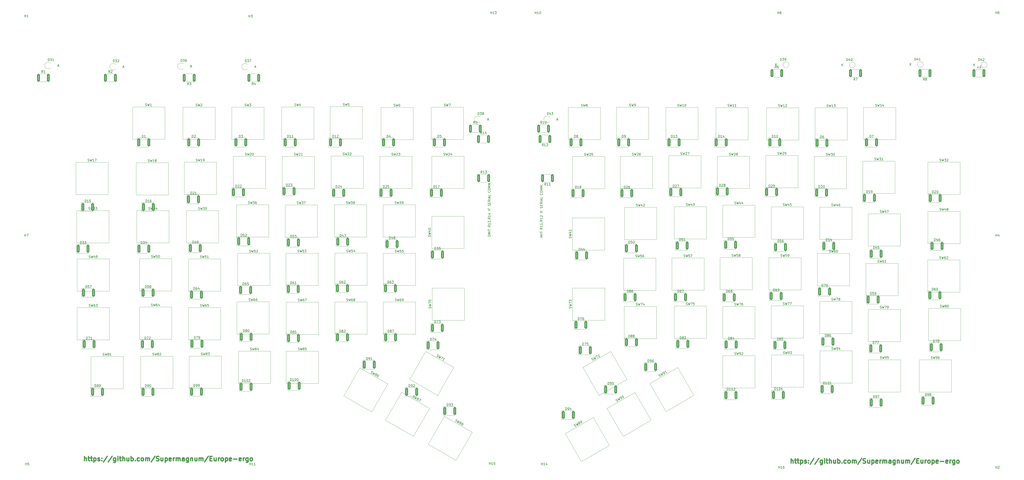
<source format=gbr>
%TF.GenerationSoftware,KiCad,Pcbnew,7.0.1-3b83917a11~172~ubuntu22.04.1*%
%TF.CreationDate,2023-03-22T13:00:22+01:00*%
%TF.ProjectId,Europe-ergo-smd,4575726f-7065-42d6-9572-676f2d736d64,rev?*%
%TF.SameCoordinates,Original*%
%TF.FileFunction,Legend,Top*%
%TF.FilePolarity,Positive*%
%FSLAX46Y46*%
G04 Gerber Fmt 4.6, Leading zero omitted, Abs format (unit mm)*
G04 Created by KiCad (PCBNEW 7.0.1-3b83917a11~172~ubuntu22.04.1) date 2023-03-22 13:00:22*
%MOMM*%
%LPD*%
G01*
G04 APERTURE LIST*
G04 Aperture macros list*
%AMRoundRect*
0 Rectangle with rounded corners*
0 $1 Rounding radius*
0 $2 $3 $4 $5 $6 $7 $8 $9 X,Y pos of 4 corners*
0 Add a 4 corners polygon primitive as box body*
4,1,4,$2,$3,$4,$5,$6,$7,$8,$9,$2,$3,0*
0 Add four circle primitives for the rounded corners*
1,1,$1+$1,$2,$3*
1,1,$1+$1,$4,$5*
1,1,$1+$1,$6,$7*
1,1,$1+$1,$8,$9*
0 Add four rect primitives between the rounded corners*
20,1,$1+$1,$2,$3,$4,$5,0*
20,1,$1+$1,$4,$5,$6,$7,0*
20,1,$1+$1,$6,$7,$8,$9,0*
20,1,$1+$1,$8,$9,$2,$3,0*%
G04 Aperture macros list end*
%ADD10C,0.150000*%
%ADD11C,0.500000*%
%ADD12C,0.120000*%
%ADD13RoundRect,0.250000X-0.312500X-1.450000X0.312500X-1.450000X0.312500X1.450000X-0.312500X1.450000X0*%
%ADD14RoundRect,0.250000X0.312500X1.450000X-0.312500X1.450000X-0.312500X-1.450000X0.312500X-1.450000X0*%
%ADD15C,7.500000*%
%ADD16C,1.700000*%
%ADD17C,4.000000*%
%ADD18C,2.200000*%
%ADD19R,1.500000X1.500000*%
%ADD20O,1.500000X1.500000*%
%ADD21R,1.800000X1.800000*%
%ADD22O,1.800000X1.800000*%
%ADD23C,1.100000*%
%ADD24R,1.650000X1.650000*%
%ADD25C,1.650000*%
%ADD26O,1.700000X1.700000*%
%ADD27R,1.700000X1.700000*%
G04 APERTURE END LIST*
D10*
X323012619Y-125523808D02*
X323012619Y-125333332D01*
X323012619Y-125333332D02*
X323060238Y-125238094D01*
X323060238Y-125238094D02*
X323155476Y-125142856D01*
X323155476Y-125142856D02*
X323345952Y-125095237D01*
X323345952Y-125095237D02*
X323679285Y-125095237D01*
X323679285Y-125095237D02*
X323869761Y-125142856D01*
X323869761Y-125142856D02*
X323965000Y-125238094D01*
X323965000Y-125238094D02*
X324012619Y-125333332D01*
X324012619Y-125333332D02*
X324012619Y-125523808D01*
X324012619Y-125523808D02*
X323965000Y-125619046D01*
X323965000Y-125619046D02*
X323869761Y-125714284D01*
X323869761Y-125714284D02*
X323679285Y-125761903D01*
X323679285Y-125761903D02*
X323345952Y-125761903D01*
X323345952Y-125761903D02*
X323155476Y-125714284D01*
X323155476Y-125714284D02*
X323060238Y-125619046D01*
X323060238Y-125619046D02*
X323012619Y-125523808D01*
X324012619Y-124666665D02*
X323012619Y-124666665D01*
X323012619Y-124666665D02*
X323726904Y-124333332D01*
X323726904Y-124333332D02*
X323012619Y-123999999D01*
X323012619Y-123999999D02*
X324012619Y-123999999D01*
X324012619Y-123523808D02*
X323012619Y-123523808D01*
X323012619Y-123190475D02*
X323012619Y-122619047D01*
X324012619Y-122904761D02*
X323012619Y-122904761D01*
X324012619Y-120952380D02*
X323536428Y-121285713D01*
X324012619Y-121523808D02*
X323012619Y-121523808D01*
X323012619Y-121523808D02*
X323012619Y-121142856D01*
X323012619Y-121142856D02*
X323060238Y-121047618D01*
X323060238Y-121047618D02*
X323107857Y-120999999D01*
X323107857Y-120999999D02*
X323203095Y-120952380D01*
X323203095Y-120952380D02*
X323345952Y-120952380D01*
X323345952Y-120952380D02*
X323441190Y-120999999D01*
X323441190Y-120999999D02*
X323488809Y-121047618D01*
X323488809Y-121047618D02*
X323536428Y-121142856D01*
X323536428Y-121142856D02*
X323536428Y-121523808D01*
X324012619Y-119999999D02*
X324012619Y-120571427D01*
X324012619Y-120285713D02*
X323012619Y-120285713D01*
X323012619Y-120285713D02*
X323155476Y-120380951D01*
X323155476Y-120380951D02*
X323250714Y-120476189D01*
X323250714Y-120476189D02*
X323298333Y-120571427D01*
X324012619Y-119047618D02*
X324012619Y-119619046D01*
X324012619Y-119333332D02*
X323012619Y-119333332D01*
X323012619Y-119333332D02*
X323155476Y-119428570D01*
X323155476Y-119428570D02*
X323250714Y-119523808D01*
X323250714Y-119523808D02*
X323298333Y-119619046D01*
X323965000Y-118571427D02*
X324012619Y-118571427D01*
X324012619Y-118571427D02*
X324107857Y-118619046D01*
X324107857Y-118619046D02*
X324155476Y-118666665D01*
X324012619Y-117571428D02*
X323536428Y-117904761D01*
X324012619Y-118142856D02*
X323012619Y-118142856D01*
X323012619Y-118142856D02*
X323012619Y-117761904D01*
X323012619Y-117761904D02*
X323060238Y-117666666D01*
X323060238Y-117666666D02*
X323107857Y-117619047D01*
X323107857Y-117619047D02*
X323203095Y-117571428D01*
X323203095Y-117571428D02*
X323345952Y-117571428D01*
X323345952Y-117571428D02*
X323441190Y-117619047D01*
X323441190Y-117619047D02*
X323488809Y-117666666D01*
X323488809Y-117666666D02*
X323536428Y-117761904D01*
X323536428Y-117761904D02*
X323536428Y-118142856D01*
X324012619Y-116619047D02*
X324012619Y-117190475D01*
X324012619Y-116904761D02*
X323012619Y-116904761D01*
X323012619Y-116904761D02*
X323155476Y-116999999D01*
X323155476Y-116999999D02*
X323250714Y-117095237D01*
X323250714Y-117095237D02*
X323298333Y-117190475D01*
X323107857Y-116238094D02*
X323060238Y-116190475D01*
X323060238Y-116190475D02*
X323012619Y-116095237D01*
X323012619Y-116095237D02*
X323012619Y-115857142D01*
X323012619Y-115857142D02*
X323060238Y-115761904D01*
X323060238Y-115761904D02*
X323107857Y-115714285D01*
X323107857Y-115714285D02*
X323203095Y-115666666D01*
X323203095Y-115666666D02*
X323298333Y-115666666D01*
X323298333Y-115666666D02*
X323441190Y-115714285D01*
X323441190Y-115714285D02*
X324012619Y-116285713D01*
X324012619Y-116285713D02*
X324012619Y-115666666D01*
X324012619Y-114476189D02*
X323012619Y-114476189D01*
X323488809Y-113666666D02*
X323488809Y-113999999D01*
X324012619Y-113999999D02*
X323012619Y-113999999D01*
X323012619Y-113999999D02*
X323012619Y-113523809D01*
X323965000Y-112428570D02*
X324012619Y-112285713D01*
X324012619Y-112285713D02*
X324012619Y-112047618D01*
X324012619Y-112047618D02*
X323965000Y-111952380D01*
X323965000Y-111952380D02*
X323917380Y-111904761D01*
X323917380Y-111904761D02*
X323822142Y-111857142D01*
X323822142Y-111857142D02*
X323726904Y-111857142D01*
X323726904Y-111857142D02*
X323631666Y-111904761D01*
X323631666Y-111904761D02*
X323584047Y-111952380D01*
X323584047Y-111952380D02*
X323536428Y-112047618D01*
X323536428Y-112047618D02*
X323488809Y-112238094D01*
X323488809Y-112238094D02*
X323441190Y-112333332D01*
X323441190Y-112333332D02*
X323393571Y-112380951D01*
X323393571Y-112380951D02*
X323298333Y-112428570D01*
X323298333Y-112428570D02*
X323203095Y-112428570D01*
X323203095Y-112428570D02*
X323107857Y-112380951D01*
X323107857Y-112380951D02*
X323060238Y-112333332D01*
X323060238Y-112333332D02*
X323012619Y-112238094D01*
X323012619Y-112238094D02*
X323012619Y-111999999D01*
X323012619Y-111999999D02*
X323060238Y-111857142D01*
X323488809Y-111428570D02*
X323488809Y-111095237D01*
X324012619Y-110952380D02*
X324012619Y-111428570D01*
X324012619Y-111428570D02*
X323012619Y-111428570D01*
X323012619Y-111428570D02*
X323012619Y-110952380D01*
X324012619Y-109952380D02*
X323536428Y-110285713D01*
X324012619Y-110523808D02*
X323012619Y-110523808D01*
X323012619Y-110523808D02*
X323012619Y-110142856D01*
X323012619Y-110142856D02*
X323060238Y-110047618D01*
X323060238Y-110047618D02*
X323107857Y-109999999D01*
X323107857Y-109999999D02*
X323203095Y-109952380D01*
X323203095Y-109952380D02*
X323345952Y-109952380D01*
X323345952Y-109952380D02*
X323441190Y-109999999D01*
X323441190Y-109999999D02*
X323488809Y-110047618D01*
X323488809Y-110047618D02*
X323536428Y-110142856D01*
X323536428Y-110142856D02*
X323536428Y-110523808D01*
X324012619Y-109523808D02*
X323012619Y-109523808D01*
X323726904Y-109095237D02*
X323726904Y-108619047D01*
X324012619Y-109190475D02*
X323012619Y-108857142D01*
X323012619Y-108857142D02*
X324012619Y-108523809D01*
X324012619Y-107714285D02*
X324012619Y-108190475D01*
X324012619Y-108190475D02*
X323012619Y-108190475D01*
X323917380Y-106047618D02*
X323965000Y-106095237D01*
X323965000Y-106095237D02*
X324012619Y-106238094D01*
X324012619Y-106238094D02*
X324012619Y-106333332D01*
X324012619Y-106333332D02*
X323965000Y-106476189D01*
X323965000Y-106476189D02*
X323869761Y-106571427D01*
X323869761Y-106571427D02*
X323774523Y-106619046D01*
X323774523Y-106619046D02*
X323584047Y-106666665D01*
X323584047Y-106666665D02*
X323441190Y-106666665D01*
X323441190Y-106666665D02*
X323250714Y-106619046D01*
X323250714Y-106619046D02*
X323155476Y-106571427D01*
X323155476Y-106571427D02*
X323060238Y-106476189D01*
X323060238Y-106476189D02*
X323012619Y-106333332D01*
X323012619Y-106333332D02*
X323012619Y-106238094D01*
X323012619Y-106238094D02*
X323060238Y-106095237D01*
X323060238Y-106095237D02*
X323107857Y-106047618D01*
X323012619Y-105428570D02*
X323012619Y-105238094D01*
X323012619Y-105238094D02*
X323060238Y-105142856D01*
X323060238Y-105142856D02*
X323155476Y-105047618D01*
X323155476Y-105047618D02*
X323345952Y-104999999D01*
X323345952Y-104999999D02*
X323679285Y-104999999D01*
X323679285Y-104999999D02*
X323869761Y-105047618D01*
X323869761Y-105047618D02*
X323965000Y-105142856D01*
X323965000Y-105142856D02*
X324012619Y-105238094D01*
X324012619Y-105238094D02*
X324012619Y-105428570D01*
X324012619Y-105428570D02*
X323965000Y-105523808D01*
X323965000Y-105523808D02*
X323869761Y-105619046D01*
X323869761Y-105619046D02*
X323679285Y-105666665D01*
X323679285Y-105666665D02*
X323345952Y-105666665D01*
X323345952Y-105666665D02*
X323155476Y-105619046D01*
X323155476Y-105619046D02*
X323060238Y-105523808D01*
X323060238Y-105523808D02*
X323012619Y-105428570D01*
X324012619Y-104571427D02*
X323012619Y-104571427D01*
X323012619Y-104571427D02*
X323726904Y-104238094D01*
X323726904Y-104238094D02*
X323012619Y-103904761D01*
X323012619Y-103904761D02*
X324012619Y-103904761D01*
X324012619Y-103428570D02*
X323012619Y-103428570D01*
X323012619Y-103428570D02*
X323726904Y-103095237D01*
X323726904Y-103095237D02*
X323012619Y-102761904D01*
X323012619Y-102761904D02*
X324012619Y-102761904D01*
X323917380Y-102285713D02*
X323965000Y-102238094D01*
X323965000Y-102238094D02*
X324012619Y-102285713D01*
X324012619Y-102285713D02*
X323965000Y-102333332D01*
X323965000Y-102333332D02*
X323917380Y-102285713D01*
X323917380Y-102285713D02*
X324012619Y-102285713D01*
D11*
X125666664Y-221925238D02*
X125666664Y-219925238D01*
X126523807Y-221925238D02*
X126523807Y-220877619D01*
X126523807Y-220877619D02*
X126428569Y-220687142D01*
X126428569Y-220687142D02*
X126238093Y-220591904D01*
X126238093Y-220591904D02*
X125952378Y-220591904D01*
X125952378Y-220591904D02*
X125761902Y-220687142D01*
X125761902Y-220687142D02*
X125666664Y-220782380D01*
X127190474Y-220591904D02*
X127952378Y-220591904D01*
X127476188Y-219925238D02*
X127476188Y-221639523D01*
X127476188Y-221639523D02*
X127571426Y-221830000D01*
X127571426Y-221830000D02*
X127761902Y-221925238D01*
X127761902Y-221925238D02*
X127952378Y-221925238D01*
X128333331Y-220591904D02*
X129095235Y-220591904D01*
X128619045Y-219925238D02*
X128619045Y-221639523D01*
X128619045Y-221639523D02*
X128714283Y-221830000D01*
X128714283Y-221830000D02*
X128904759Y-221925238D01*
X128904759Y-221925238D02*
X129095235Y-221925238D01*
X129761902Y-220591904D02*
X129761902Y-222591904D01*
X129761902Y-220687142D02*
X129952378Y-220591904D01*
X129952378Y-220591904D02*
X130333331Y-220591904D01*
X130333331Y-220591904D02*
X130523807Y-220687142D01*
X130523807Y-220687142D02*
X130619045Y-220782380D01*
X130619045Y-220782380D02*
X130714283Y-220972857D01*
X130714283Y-220972857D02*
X130714283Y-221544285D01*
X130714283Y-221544285D02*
X130619045Y-221734761D01*
X130619045Y-221734761D02*
X130523807Y-221830000D01*
X130523807Y-221830000D02*
X130333331Y-221925238D01*
X130333331Y-221925238D02*
X129952378Y-221925238D01*
X129952378Y-221925238D02*
X129761902Y-221830000D01*
X131476188Y-221830000D02*
X131666664Y-221925238D01*
X131666664Y-221925238D02*
X132047616Y-221925238D01*
X132047616Y-221925238D02*
X132238093Y-221830000D01*
X132238093Y-221830000D02*
X132333331Y-221639523D01*
X132333331Y-221639523D02*
X132333331Y-221544285D01*
X132333331Y-221544285D02*
X132238093Y-221353809D01*
X132238093Y-221353809D02*
X132047616Y-221258571D01*
X132047616Y-221258571D02*
X131761902Y-221258571D01*
X131761902Y-221258571D02*
X131571426Y-221163333D01*
X131571426Y-221163333D02*
X131476188Y-220972857D01*
X131476188Y-220972857D02*
X131476188Y-220877619D01*
X131476188Y-220877619D02*
X131571426Y-220687142D01*
X131571426Y-220687142D02*
X131761902Y-220591904D01*
X131761902Y-220591904D02*
X132047616Y-220591904D01*
X132047616Y-220591904D02*
X132238093Y-220687142D01*
X133190474Y-221734761D02*
X133285712Y-221830000D01*
X133285712Y-221830000D02*
X133190474Y-221925238D01*
X133190474Y-221925238D02*
X133095236Y-221830000D01*
X133095236Y-221830000D02*
X133190474Y-221734761D01*
X133190474Y-221734761D02*
X133190474Y-221925238D01*
X133190474Y-220687142D02*
X133285712Y-220782380D01*
X133285712Y-220782380D02*
X133190474Y-220877619D01*
X133190474Y-220877619D02*
X133095236Y-220782380D01*
X133095236Y-220782380D02*
X133190474Y-220687142D01*
X133190474Y-220687142D02*
X133190474Y-220877619D01*
X135571426Y-219830000D02*
X133857141Y-222401428D01*
X137666664Y-219830000D02*
X135952379Y-222401428D01*
X139190474Y-220591904D02*
X139190474Y-222210952D01*
X139190474Y-222210952D02*
X139095236Y-222401428D01*
X139095236Y-222401428D02*
X138999998Y-222496666D01*
X138999998Y-222496666D02*
X138809521Y-222591904D01*
X138809521Y-222591904D02*
X138523807Y-222591904D01*
X138523807Y-222591904D02*
X138333331Y-222496666D01*
X139190474Y-221830000D02*
X138999998Y-221925238D01*
X138999998Y-221925238D02*
X138619045Y-221925238D01*
X138619045Y-221925238D02*
X138428569Y-221830000D01*
X138428569Y-221830000D02*
X138333331Y-221734761D01*
X138333331Y-221734761D02*
X138238093Y-221544285D01*
X138238093Y-221544285D02*
X138238093Y-220972857D01*
X138238093Y-220972857D02*
X138333331Y-220782380D01*
X138333331Y-220782380D02*
X138428569Y-220687142D01*
X138428569Y-220687142D02*
X138619045Y-220591904D01*
X138619045Y-220591904D02*
X138999998Y-220591904D01*
X138999998Y-220591904D02*
X139190474Y-220687142D01*
X140142855Y-221925238D02*
X140142855Y-220591904D01*
X140142855Y-219925238D02*
X140047617Y-220020476D01*
X140047617Y-220020476D02*
X140142855Y-220115714D01*
X140142855Y-220115714D02*
X140238093Y-220020476D01*
X140238093Y-220020476D02*
X140142855Y-219925238D01*
X140142855Y-219925238D02*
X140142855Y-220115714D01*
X140809522Y-220591904D02*
X141571426Y-220591904D01*
X141095236Y-219925238D02*
X141095236Y-221639523D01*
X141095236Y-221639523D02*
X141190474Y-221830000D01*
X141190474Y-221830000D02*
X141380950Y-221925238D01*
X141380950Y-221925238D02*
X141571426Y-221925238D01*
X142238093Y-221925238D02*
X142238093Y-219925238D01*
X143095236Y-221925238D02*
X143095236Y-220877619D01*
X143095236Y-220877619D02*
X142999998Y-220687142D01*
X142999998Y-220687142D02*
X142809522Y-220591904D01*
X142809522Y-220591904D02*
X142523807Y-220591904D01*
X142523807Y-220591904D02*
X142333331Y-220687142D01*
X142333331Y-220687142D02*
X142238093Y-220782380D01*
X144904760Y-220591904D02*
X144904760Y-221925238D01*
X144047617Y-220591904D02*
X144047617Y-221639523D01*
X144047617Y-221639523D02*
X144142855Y-221830000D01*
X144142855Y-221830000D02*
X144333331Y-221925238D01*
X144333331Y-221925238D02*
X144619046Y-221925238D01*
X144619046Y-221925238D02*
X144809522Y-221830000D01*
X144809522Y-221830000D02*
X144904760Y-221734761D01*
X145857141Y-221925238D02*
X145857141Y-219925238D01*
X145857141Y-220687142D02*
X146047617Y-220591904D01*
X146047617Y-220591904D02*
X146428570Y-220591904D01*
X146428570Y-220591904D02*
X146619046Y-220687142D01*
X146619046Y-220687142D02*
X146714284Y-220782380D01*
X146714284Y-220782380D02*
X146809522Y-220972857D01*
X146809522Y-220972857D02*
X146809522Y-221544285D01*
X146809522Y-221544285D02*
X146714284Y-221734761D01*
X146714284Y-221734761D02*
X146619046Y-221830000D01*
X146619046Y-221830000D02*
X146428570Y-221925238D01*
X146428570Y-221925238D02*
X146047617Y-221925238D01*
X146047617Y-221925238D02*
X145857141Y-221830000D01*
X147666665Y-221734761D02*
X147761903Y-221830000D01*
X147761903Y-221830000D02*
X147666665Y-221925238D01*
X147666665Y-221925238D02*
X147571427Y-221830000D01*
X147571427Y-221830000D02*
X147666665Y-221734761D01*
X147666665Y-221734761D02*
X147666665Y-221925238D01*
X149476189Y-221830000D02*
X149285713Y-221925238D01*
X149285713Y-221925238D02*
X148904760Y-221925238D01*
X148904760Y-221925238D02*
X148714284Y-221830000D01*
X148714284Y-221830000D02*
X148619046Y-221734761D01*
X148619046Y-221734761D02*
X148523808Y-221544285D01*
X148523808Y-221544285D02*
X148523808Y-220972857D01*
X148523808Y-220972857D02*
X148619046Y-220782380D01*
X148619046Y-220782380D02*
X148714284Y-220687142D01*
X148714284Y-220687142D02*
X148904760Y-220591904D01*
X148904760Y-220591904D02*
X149285713Y-220591904D01*
X149285713Y-220591904D02*
X149476189Y-220687142D01*
X150619046Y-221925238D02*
X150428570Y-221830000D01*
X150428570Y-221830000D02*
X150333332Y-221734761D01*
X150333332Y-221734761D02*
X150238094Y-221544285D01*
X150238094Y-221544285D02*
X150238094Y-220972857D01*
X150238094Y-220972857D02*
X150333332Y-220782380D01*
X150333332Y-220782380D02*
X150428570Y-220687142D01*
X150428570Y-220687142D02*
X150619046Y-220591904D01*
X150619046Y-220591904D02*
X150904761Y-220591904D01*
X150904761Y-220591904D02*
X151095237Y-220687142D01*
X151095237Y-220687142D02*
X151190475Y-220782380D01*
X151190475Y-220782380D02*
X151285713Y-220972857D01*
X151285713Y-220972857D02*
X151285713Y-221544285D01*
X151285713Y-221544285D02*
X151190475Y-221734761D01*
X151190475Y-221734761D02*
X151095237Y-221830000D01*
X151095237Y-221830000D02*
X150904761Y-221925238D01*
X150904761Y-221925238D02*
X150619046Y-221925238D01*
X152142856Y-221925238D02*
X152142856Y-220591904D01*
X152142856Y-220782380D02*
X152238094Y-220687142D01*
X152238094Y-220687142D02*
X152428570Y-220591904D01*
X152428570Y-220591904D02*
X152714285Y-220591904D01*
X152714285Y-220591904D02*
X152904761Y-220687142D01*
X152904761Y-220687142D02*
X152999999Y-220877619D01*
X152999999Y-220877619D02*
X152999999Y-221925238D01*
X152999999Y-220877619D02*
X153095237Y-220687142D01*
X153095237Y-220687142D02*
X153285713Y-220591904D01*
X153285713Y-220591904D02*
X153571427Y-220591904D01*
X153571427Y-220591904D02*
X153761904Y-220687142D01*
X153761904Y-220687142D02*
X153857142Y-220877619D01*
X153857142Y-220877619D02*
X153857142Y-221925238D01*
X156238094Y-219830000D02*
X154523809Y-222401428D01*
X156809523Y-221830000D02*
X157095237Y-221925238D01*
X157095237Y-221925238D02*
X157571428Y-221925238D01*
X157571428Y-221925238D02*
X157761904Y-221830000D01*
X157761904Y-221830000D02*
X157857142Y-221734761D01*
X157857142Y-221734761D02*
X157952380Y-221544285D01*
X157952380Y-221544285D02*
X157952380Y-221353809D01*
X157952380Y-221353809D02*
X157857142Y-221163333D01*
X157857142Y-221163333D02*
X157761904Y-221068095D01*
X157761904Y-221068095D02*
X157571428Y-220972857D01*
X157571428Y-220972857D02*
X157190475Y-220877619D01*
X157190475Y-220877619D02*
X156999999Y-220782380D01*
X156999999Y-220782380D02*
X156904761Y-220687142D01*
X156904761Y-220687142D02*
X156809523Y-220496666D01*
X156809523Y-220496666D02*
X156809523Y-220306190D01*
X156809523Y-220306190D02*
X156904761Y-220115714D01*
X156904761Y-220115714D02*
X156999999Y-220020476D01*
X156999999Y-220020476D02*
X157190475Y-219925238D01*
X157190475Y-219925238D02*
X157666666Y-219925238D01*
X157666666Y-219925238D02*
X157952380Y-220020476D01*
X159666666Y-220591904D02*
X159666666Y-221925238D01*
X158809523Y-220591904D02*
X158809523Y-221639523D01*
X158809523Y-221639523D02*
X158904761Y-221830000D01*
X158904761Y-221830000D02*
X159095237Y-221925238D01*
X159095237Y-221925238D02*
X159380952Y-221925238D01*
X159380952Y-221925238D02*
X159571428Y-221830000D01*
X159571428Y-221830000D02*
X159666666Y-221734761D01*
X160619047Y-220591904D02*
X160619047Y-222591904D01*
X160619047Y-220687142D02*
X160809523Y-220591904D01*
X160809523Y-220591904D02*
X161190476Y-220591904D01*
X161190476Y-220591904D02*
X161380952Y-220687142D01*
X161380952Y-220687142D02*
X161476190Y-220782380D01*
X161476190Y-220782380D02*
X161571428Y-220972857D01*
X161571428Y-220972857D02*
X161571428Y-221544285D01*
X161571428Y-221544285D02*
X161476190Y-221734761D01*
X161476190Y-221734761D02*
X161380952Y-221830000D01*
X161380952Y-221830000D02*
X161190476Y-221925238D01*
X161190476Y-221925238D02*
X160809523Y-221925238D01*
X160809523Y-221925238D02*
X160619047Y-221830000D01*
X163190476Y-221830000D02*
X163000000Y-221925238D01*
X163000000Y-221925238D02*
X162619047Y-221925238D01*
X162619047Y-221925238D02*
X162428571Y-221830000D01*
X162428571Y-221830000D02*
X162333333Y-221639523D01*
X162333333Y-221639523D02*
X162333333Y-220877619D01*
X162333333Y-220877619D02*
X162428571Y-220687142D01*
X162428571Y-220687142D02*
X162619047Y-220591904D01*
X162619047Y-220591904D02*
X163000000Y-220591904D01*
X163000000Y-220591904D02*
X163190476Y-220687142D01*
X163190476Y-220687142D02*
X163285714Y-220877619D01*
X163285714Y-220877619D02*
X163285714Y-221068095D01*
X163285714Y-221068095D02*
X162333333Y-221258571D01*
X164142857Y-221925238D02*
X164142857Y-220591904D01*
X164142857Y-220972857D02*
X164238095Y-220782380D01*
X164238095Y-220782380D02*
X164333333Y-220687142D01*
X164333333Y-220687142D02*
X164523809Y-220591904D01*
X164523809Y-220591904D02*
X164714286Y-220591904D01*
X165380952Y-221925238D02*
X165380952Y-220591904D01*
X165380952Y-220782380D02*
X165476190Y-220687142D01*
X165476190Y-220687142D02*
X165666666Y-220591904D01*
X165666666Y-220591904D02*
X165952381Y-220591904D01*
X165952381Y-220591904D02*
X166142857Y-220687142D01*
X166142857Y-220687142D02*
X166238095Y-220877619D01*
X166238095Y-220877619D02*
X166238095Y-221925238D01*
X166238095Y-220877619D02*
X166333333Y-220687142D01*
X166333333Y-220687142D02*
X166523809Y-220591904D01*
X166523809Y-220591904D02*
X166809523Y-220591904D01*
X166809523Y-220591904D02*
X167000000Y-220687142D01*
X167000000Y-220687142D02*
X167095238Y-220877619D01*
X167095238Y-220877619D02*
X167095238Y-221925238D01*
X168904762Y-221925238D02*
X168904762Y-220877619D01*
X168904762Y-220877619D02*
X168809524Y-220687142D01*
X168809524Y-220687142D02*
X168619048Y-220591904D01*
X168619048Y-220591904D02*
X168238095Y-220591904D01*
X168238095Y-220591904D02*
X168047619Y-220687142D01*
X168904762Y-221830000D02*
X168714286Y-221925238D01*
X168714286Y-221925238D02*
X168238095Y-221925238D01*
X168238095Y-221925238D02*
X168047619Y-221830000D01*
X168047619Y-221830000D02*
X167952381Y-221639523D01*
X167952381Y-221639523D02*
X167952381Y-221449047D01*
X167952381Y-221449047D02*
X168047619Y-221258571D01*
X168047619Y-221258571D02*
X168238095Y-221163333D01*
X168238095Y-221163333D02*
X168714286Y-221163333D01*
X168714286Y-221163333D02*
X168904762Y-221068095D01*
X170714286Y-220591904D02*
X170714286Y-222210952D01*
X170714286Y-222210952D02*
X170619048Y-222401428D01*
X170619048Y-222401428D02*
X170523810Y-222496666D01*
X170523810Y-222496666D02*
X170333333Y-222591904D01*
X170333333Y-222591904D02*
X170047619Y-222591904D01*
X170047619Y-222591904D02*
X169857143Y-222496666D01*
X170714286Y-221830000D02*
X170523810Y-221925238D01*
X170523810Y-221925238D02*
X170142857Y-221925238D01*
X170142857Y-221925238D02*
X169952381Y-221830000D01*
X169952381Y-221830000D02*
X169857143Y-221734761D01*
X169857143Y-221734761D02*
X169761905Y-221544285D01*
X169761905Y-221544285D02*
X169761905Y-220972857D01*
X169761905Y-220972857D02*
X169857143Y-220782380D01*
X169857143Y-220782380D02*
X169952381Y-220687142D01*
X169952381Y-220687142D02*
X170142857Y-220591904D01*
X170142857Y-220591904D02*
X170523810Y-220591904D01*
X170523810Y-220591904D02*
X170714286Y-220687142D01*
X171666667Y-220591904D02*
X171666667Y-221925238D01*
X171666667Y-220782380D02*
X171761905Y-220687142D01*
X171761905Y-220687142D02*
X171952381Y-220591904D01*
X171952381Y-220591904D02*
X172238096Y-220591904D01*
X172238096Y-220591904D02*
X172428572Y-220687142D01*
X172428572Y-220687142D02*
X172523810Y-220877619D01*
X172523810Y-220877619D02*
X172523810Y-221925238D01*
X174333334Y-220591904D02*
X174333334Y-221925238D01*
X173476191Y-220591904D02*
X173476191Y-221639523D01*
X173476191Y-221639523D02*
X173571429Y-221830000D01*
X173571429Y-221830000D02*
X173761905Y-221925238D01*
X173761905Y-221925238D02*
X174047620Y-221925238D01*
X174047620Y-221925238D02*
X174238096Y-221830000D01*
X174238096Y-221830000D02*
X174333334Y-221734761D01*
X175285715Y-221925238D02*
X175285715Y-220591904D01*
X175285715Y-220782380D02*
X175380953Y-220687142D01*
X175380953Y-220687142D02*
X175571429Y-220591904D01*
X175571429Y-220591904D02*
X175857144Y-220591904D01*
X175857144Y-220591904D02*
X176047620Y-220687142D01*
X176047620Y-220687142D02*
X176142858Y-220877619D01*
X176142858Y-220877619D02*
X176142858Y-221925238D01*
X176142858Y-220877619D02*
X176238096Y-220687142D01*
X176238096Y-220687142D02*
X176428572Y-220591904D01*
X176428572Y-220591904D02*
X176714286Y-220591904D01*
X176714286Y-220591904D02*
X176904763Y-220687142D01*
X176904763Y-220687142D02*
X177000001Y-220877619D01*
X177000001Y-220877619D02*
X177000001Y-221925238D01*
X179380953Y-219830000D02*
X177666668Y-222401428D01*
X180047620Y-220877619D02*
X180714287Y-220877619D01*
X181000001Y-221925238D02*
X180047620Y-221925238D01*
X180047620Y-221925238D02*
X180047620Y-219925238D01*
X180047620Y-219925238D02*
X181000001Y-219925238D01*
X182714287Y-220591904D02*
X182714287Y-221925238D01*
X181857144Y-220591904D02*
X181857144Y-221639523D01*
X181857144Y-221639523D02*
X181952382Y-221830000D01*
X181952382Y-221830000D02*
X182142858Y-221925238D01*
X182142858Y-221925238D02*
X182428573Y-221925238D01*
X182428573Y-221925238D02*
X182619049Y-221830000D01*
X182619049Y-221830000D02*
X182714287Y-221734761D01*
X183666668Y-221925238D02*
X183666668Y-220591904D01*
X183666668Y-220972857D02*
X183761906Y-220782380D01*
X183761906Y-220782380D02*
X183857144Y-220687142D01*
X183857144Y-220687142D02*
X184047620Y-220591904D01*
X184047620Y-220591904D02*
X184238097Y-220591904D01*
X185190477Y-221925238D02*
X185000001Y-221830000D01*
X185000001Y-221830000D02*
X184904763Y-221734761D01*
X184904763Y-221734761D02*
X184809525Y-221544285D01*
X184809525Y-221544285D02*
X184809525Y-220972857D01*
X184809525Y-220972857D02*
X184904763Y-220782380D01*
X184904763Y-220782380D02*
X185000001Y-220687142D01*
X185000001Y-220687142D02*
X185190477Y-220591904D01*
X185190477Y-220591904D02*
X185476192Y-220591904D01*
X185476192Y-220591904D02*
X185666668Y-220687142D01*
X185666668Y-220687142D02*
X185761906Y-220782380D01*
X185761906Y-220782380D02*
X185857144Y-220972857D01*
X185857144Y-220972857D02*
X185857144Y-221544285D01*
X185857144Y-221544285D02*
X185761906Y-221734761D01*
X185761906Y-221734761D02*
X185666668Y-221830000D01*
X185666668Y-221830000D02*
X185476192Y-221925238D01*
X185476192Y-221925238D02*
X185190477Y-221925238D01*
X186714287Y-220591904D02*
X186714287Y-222591904D01*
X186714287Y-220687142D02*
X186904763Y-220591904D01*
X186904763Y-220591904D02*
X187285716Y-220591904D01*
X187285716Y-220591904D02*
X187476192Y-220687142D01*
X187476192Y-220687142D02*
X187571430Y-220782380D01*
X187571430Y-220782380D02*
X187666668Y-220972857D01*
X187666668Y-220972857D02*
X187666668Y-221544285D01*
X187666668Y-221544285D02*
X187571430Y-221734761D01*
X187571430Y-221734761D02*
X187476192Y-221830000D01*
X187476192Y-221830000D02*
X187285716Y-221925238D01*
X187285716Y-221925238D02*
X186904763Y-221925238D01*
X186904763Y-221925238D02*
X186714287Y-221830000D01*
X189285716Y-221830000D02*
X189095240Y-221925238D01*
X189095240Y-221925238D02*
X188714287Y-221925238D01*
X188714287Y-221925238D02*
X188523811Y-221830000D01*
X188523811Y-221830000D02*
X188428573Y-221639523D01*
X188428573Y-221639523D02*
X188428573Y-220877619D01*
X188428573Y-220877619D02*
X188523811Y-220687142D01*
X188523811Y-220687142D02*
X188714287Y-220591904D01*
X188714287Y-220591904D02*
X189095240Y-220591904D01*
X189095240Y-220591904D02*
X189285716Y-220687142D01*
X189285716Y-220687142D02*
X189380954Y-220877619D01*
X189380954Y-220877619D02*
X189380954Y-221068095D01*
X189380954Y-221068095D02*
X188428573Y-221258571D01*
X190238097Y-221163333D02*
X191761907Y-221163333D01*
X193476192Y-221830000D02*
X193285716Y-221925238D01*
X193285716Y-221925238D02*
X192904763Y-221925238D01*
X192904763Y-221925238D02*
X192714287Y-221830000D01*
X192714287Y-221830000D02*
X192619049Y-221639523D01*
X192619049Y-221639523D02*
X192619049Y-220877619D01*
X192619049Y-220877619D02*
X192714287Y-220687142D01*
X192714287Y-220687142D02*
X192904763Y-220591904D01*
X192904763Y-220591904D02*
X193285716Y-220591904D01*
X193285716Y-220591904D02*
X193476192Y-220687142D01*
X193476192Y-220687142D02*
X193571430Y-220877619D01*
X193571430Y-220877619D02*
X193571430Y-221068095D01*
X193571430Y-221068095D02*
X192619049Y-221258571D01*
X194428573Y-221925238D02*
X194428573Y-220591904D01*
X194428573Y-220972857D02*
X194523811Y-220782380D01*
X194523811Y-220782380D02*
X194619049Y-220687142D01*
X194619049Y-220687142D02*
X194809525Y-220591904D01*
X194809525Y-220591904D02*
X195000002Y-220591904D01*
X196523811Y-220591904D02*
X196523811Y-222210952D01*
X196523811Y-222210952D02*
X196428573Y-222401428D01*
X196428573Y-222401428D02*
X196333335Y-222496666D01*
X196333335Y-222496666D02*
X196142858Y-222591904D01*
X196142858Y-222591904D02*
X195857144Y-222591904D01*
X195857144Y-222591904D02*
X195666668Y-222496666D01*
X196523811Y-221830000D02*
X196333335Y-221925238D01*
X196333335Y-221925238D02*
X195952382Y-221925238D01*
X195952382Y-221925238D02*
X195761906Y-221830000D01*
X195761906Y-221830000D02*
X195666668Y-221734761D01*
X195666668Y-221734761D02*
X195571430Y-221544285D01*
X195571430Y-221544285D02*
X195571430Y-220972857D01*
X195571430Y-220972857D02*
X195666668Y-220782380D01*
X195666668Y-220782380D02*
X195761906Y-220687142D01*
X195761906Y-220687142D02*
X195952382Y-220591904D01*
X195952382Y-220591904D02*
X196333335Y-220591904D01*
X196333335Y-220591904D02*
X196523811Y-220687142D01*
X197761906Y-221925238D02*
X197571430Y-221830000D01*
X197571430Y-221830000D02*
X197476192Y-221734761D01*
X197476192Y-221734761D02*
X197380954Y-221544285D01*
X197380954Y-221544285D02*
X197380954Y-220972857D01*
X197380954Y-220972857D02*
X197476192Y-220782380D01*
X197476192Y-220782380D02*
X197571430Y-220687142D01*
X197571430Y-220687142D02*
X197761906Y-220591904D01*
X197761906Y-220591904D02*
X198047621Y-220591904D01*
X198047621Y-220591904D02*
X198238097Y-220687142D01*
X198238097Y-220687142D02*
X198333335Y-220782380D01*
X198333335Y-220782380D02*
X198428573Y-220972857D01*
X198428573Y-220972857D02*
X198428573Y-221544285D01*
X198428573Y-221544285D02*
X198333335Y-221734761D01*
X198333335Y-221734761D02*
X198238097Y-221830000D01*
X198238097Y-221830000D02*
X198047621Y-221925238D01*
X198047621Y-221925238D02*
X197761906Y-221925238D01*
X431666664Y-222925238D02*
X431666664Y-220925238D01*
X432523807Y-222925238D02*
X432523807Y-221877619D01*
X432523807Y-221877619D02*
X432428569Y-221687142D01*
X432428569Y-221687142D02*
X432238093Y-221591904D01*
X432238093Y-221591904D02*
X431952378Y-221591904D01*
X431952378Y-221591904D02*
X431761902Y-221687142D01*
X431761902Y-221687142D02*
X431666664Y-221782380D01*
X433190474Y-221591904D02*
X433952378Y-221591904D01*
X433476188Y-220925238D02*
X433476188Y-222639523D01*
X433476188Y-222639523D02*
X433571426Y-222830000D01*
X433571426Y-222830000D02*
X433761902Y-222925238D01*
X433761902Y-222925238D02*
X433952378Y-222925238D01*
X434333331Y-221591904D02*
X435095235Y-221591904D01*
X434619045Y-220925238D02*
X434619045Y-222639523D01*
X434619045Y-222639523D02*
X434714283Y-222830000D01*
X434714283Y-222830000D02*
X434904759Y-222925238D01*
X434904759Y-222925238D02*
X435095235Y-222925238D01*
X435761902Y-221591904D02*
X435761902Y-223591904D01*
X435761902Y-221687142D02*
X435952378Y-221591904D01*
X435952378Y-221591904D02*
X436333331Y-221591904D01*
X436333331Y-221591904D02*
X436523807Y-221687142D01*
X436523807Y-221687142D02*
X436619045Y-221782380D01*
X436619045Y-221782380D02*
X436714283Y-221972857D01*
X436714283Y-221972857D02*
X436714283Y-222544285D01*
X436714283Y-222544285D02*
X436619045Y-222734761D01*
X436619045Y-222734761D02*
X436523807Y-222830000D01*
X436523807Y-222830000D02*
X436333331Y-222925238D01*
X436333331Y-222925238D02*
X435952378Y-222925238D01*
X435952378Y-222925238D02*
X435761902Y-222830000D01*
X437476188Y-222830000D02*
X437666664Y-222925238D01*
X437666664Y-222925238D02*
X438047616Y-222925238D01*
X438047616Y-222925238D02*
X438238093Y-222830000D01*
X438238093Y-222830000D02*
X438333331Y-222639523D01*
X438333331Y-222639523D02*
X438333331Y-222544285D01*
X438333331Y-222544285D02*
X438238093Y-222353809D01*
X438238093Y-222353809D02*
X438047616Y-222258571D01*
X438047616Y-222258571D02*
X437761902Y-222258571D01*
X437761902Y-222258571D02*
X437571426Y-222163333D01*
X437571426Y-222163333D02*
X437476188Y-221972857D01*
X437476188Y-221972857D02*
X437476188Y-221877619D01*
X437476188Y-221877619D02*
X437571426Y-221687142D01*
X437571426Y-221687142D02*
X437761902Y-221591904D01*
X437761902Y-221591904D02*
X438047616Y-221591904D01*
X438047616Y-221591904D02*
X438238093Y-221687142D01*
X439190474Y-222734761D02*
X439285712Y-222830000D01*
X439285712Y-222830000D02*
X439190474Y-222925238D01*
X439190474Y-222925238D02*
X439095236Y-222830000D01*
X439095236Y-222830000D02*
X439190474Y-222734761D01*
X439190474Y-222734761D02*
X439190474Y-222925238D01*
X439190474Y-221687142D02*
X439285712Y-221782380D01*
X439285712Y-221782380D02*
X439190474Y-221877619D01*
X439190474Y-221877619D02*
X439095236Y-221782380D01*
X439095236Y-221782380D02*
X439190474Y-221687142D01*
X439190474Y-221687142D02*
X439190474Y-221877619D01*
X441571426Y-220830000D02*
X439857141Y-223401428D01*
X443666664Y-220830000D02*
X441952379Y-223401428D01*
X445190474Y-221591904D02*
X445190474Y-223210952D01*
X445190474Y-223210952D02*
X445095236Y-223401428D01*
X445095236Y-223401428D02*
X444999998Y-223496666D01*
X444999998Y-223496666D02*
X444809521Y-223591904D01*
X444809521Y-223591904D02*
X444523807Y-223591904D01*
X444523807Y-223591904D02*
X444333331Y-223496666D01*
X445190474Y-222830000D02*
X444999998Y-222925238D01*
X444999998Y-222925238D02*
X444619045Y-222925238D01*
X444619045Y-222925238D02*
X444428569Y-222830000D01*
X444428569Y-222830000D02*
X444333331Y-222734761D01*
X444333331Y-222734761D02*
X444238093Y-222544285D01*
X444238093Y-222544285D02*
X444238093Y-221972857D01*
X444238093Y-221972857D02*
X444333331Y-221782380D01*
X444333331Y-221782380D02*
X444428569Y-221687142D01*
X444428569Y-221687142D02*
X444619045Y-221591904D01*
X444619045Y-221591904D02*
X444999998Y-221591904D01*
X444999998Y-221591904D02*
X445190474Y-221687142D01*
X446142855Y-222925238D02*
X446142855Y-221591904D01*
X446142855Y-220925238D02*
X446047617Y-221020476D01*
X446047617Y-221020476D02*
X446142855Y-221115714D01*
X446142855Y-221115714D02*
X446238093Y-221020476D01*
X446238093Y-221020476D02*
X446142855Y-220925238D01*
X446142855Y-220925238D02*
X446142855Y-221115714D01*
X446809522Y-221591904D02*
X447571426Y-221591904D01*
X447095236Y-220925238D02*
X447095236Y-222639523D01*
X447095236Y-222639523D02*
X447190474Y-222830000D01*
X447190474Y-222830000D02*
X447380950Y-222925238D01*
X447380950Y-222925238D02*
X447571426Y-222925238D01*
X448238093Y-222925238D02*
X448238093Y-220925238D01*
X449095236Y-222925238D02*
X449095236Y-221877619D01*
X449095236Y-221877619D02*
X448999998Y-221687142D01*
X448999998Y-221687142D02*
X448809522Y-221591904D01*
X448809522Y-221591904D02*
X448523807Y-221591904D01*
X448523807Y-221591904D02*
X448333331Y-221687142D01*
X448333331Y-221687142D02*
X448238093Y-221782380D01*
X450904760Y-221591904D02*
X450904760Y-222925238D01*
X450047617Y-221591904D02*
X450047617Y-222639523D01*
X450047617Y-222639523D02*
X450142855Y-222830000D01*
X450142855Y-222830000D02*
X450333331Y-222925238D01*
X450333331Y-222925238D02*
X450619046Y-222925238D01*
X450619046Y-222925238D02*
X450809522Y-222830000D01*
X450809522Y-222830000D02*
X450904760Y-222734761D01*
X451857141Y-222925238D02*
X451857141Y-220925238D01*
X451857141Y-221687142D02*
X452047617Y-221591904D01*
X452047617Y-221591904D02*
X452428570Y-221591904D01*
X452428570Y-221591904D02*
X452619046Y-221687142D01*
X452619046Y-221687142D02*
X452714284Y-221782380D01*
X452714284Y-221782380D02*
X452809522Y-221972857D01*
X452809522Y-221972857D02*
X452809522Y-222544285D01*
X452809522Y-222544285D02*
X452714284Y-222734761D01*
X452714284Y-222734761D02*
X452619046Y-222830000D01*
X452619046Y-222830000D02*
X452428570Y-222925238D01*
X452428570Y-222925238D02*
X452047617Y-222925238D01*
X452047617Y-222925238D02*
X451857141Y-222830000D01*
X453666665Y-222734761D02*
X453761903Y-222830000D01*
X453761903Y-222830000D02*
X453666665Y-222925238D01*
X453666665Y-222925238D02*
X453571427Y-222830000D01*
X453571427Y-222830000D02*
X453666665Y-222734761D01*
X453666665Y-222734761D02*
X453666665Y-222925238D01*
X455476189Y-222830000D02*
X455285713Y-222925238D01*
X455285713Y-222925238D02*
X454904760Y-222925238D01*
X454904760Y-222925238D02*
X454714284Y-222830000D01*
X454714284Y-222830000D02*
X454619046Y-222734761D01*
X454619046Y-222734761D02*
X454523808Y-222544285D01*
X454523808Y-222544285D02*
X454523808Y-221972857D01*
X454523808Y-221972857D02*
X454619046Y-221782380D01*
X454619046Y-221782380D02*
X454714284Y-221687142D01*
X454714284Y-221687142D02*
X454904760Y-221591904D01*
X454904760Y-221591904D02*
X455285713Y-221591904D01*
X455285713Y-221591904D02*
X455476189Y-221687142D01*
X456619046Y-222925238D02*
X456428570Y-222830000D01*
X456428570Y-222830000D02*
X456333332Y-222734761D01*
X456333332Y-222734761D02*
X456238094Y-222544285D01*
X456238094Y-222544285D02*
X456238094Y-221972857D01*
X456238094Y-221972857D02*
X456333332Y-221782380D01*
X456333332Y-221782380D02*
X456428570Y-221687142D01*
X456428570Y-221687142D02*
X456619046Y-221591904D01*
X456619046Y-221591904D02*
X456904761Y-221591904D01*
X456904761Y-221591904D02*
X457095237Y-221687142D01*
X457095237Y-221687142D02*
X457190475Y-221782380D01*
X457190475Y-221782380D02*
X457285713Y-221972857D01*
X457285713Y-221972857D02*
X457285713Y-222544285D01*
X457285713Y-222544285D02*
X457190475Y-222734761D01*
X457190475Y-222734761D02*
X457095237Y-222830000D01*
X457095237Y-222830000D02*
X456904761Y-222925238D01*
X456904761Y-222925238D02*
X456619046Y-222925238D01*
X458142856Y-222925238D02*
X458142856Y-221591904D01*
X458142856Y-221782380D02*
X458238094Y-221687142D01*
X458238094Y-221687142D02*
X458428570Y-221591904D01*
X458428570Y-221591904D02*
X458714285Y-221591904D01*
X458714285Y-221591904D02*
X458904761Y-221687142D01*
X458904761Y-221687142D02*
X458999999Y-221877619D01*
X458999999Y-221877619D02*
X458999999Y-222925238D01*
X458999999Y-221877619D02*
X459095237Y-221687142D01*
X459095237Y-221687142D02*
X459285713Y-221591904D01*
X459285713Y-221591904D02*
X459571427Y-221591904D01*
X459571427Y-221591904D02*
X459761904Y-221687142D01*
X459761904Y-221687142D02*
X459857142Y-221877619D01*
X459857142Y-221877619D02*
X459857142Y-222925238D01*
X462238094Y-220830000D02*
X460523809Y-223401428D01*
X462809523Y-222830000D02*
X463095237Y-222925238D01*
X463095237Y-222925238D02*
X463571428Y-222925238D01*
X463571428Y-222925238D02*
X463761904Y-222830000D01*
X463761904Y-222830000D02*
X463857142Y-222734761D01*
X463857142Y-222734761D02*
X463952380Y-222544285D01*
X463952380Y-222544285D02*
X463952380Y-222353809D01*
X463952380Y-222353809D02*
X463857142Y-222163333D01*
X463857142Y-222163333D02*
X463761904Y-222068095D01*
X463761904Y-222068095D02*
X463571428Y-221972857D01*
X463571428Y-221972857D02*
X463190475Y-221877619D01*
X463190475Y-221877619D02*
X462999999Y-221782380D01*
X462999999Y-221782380D02*
X462904761Y-221687142D01*
X462904761Y-221687142D02*
X462809523Y-221496666D01*
X462809523Y-221496666D02*
X462809523Y-221306190D01*
X462809523Y-221306190D02*
X462904761Y-221115714D01*
X462904761Y-221115714D02*
X462999999Y-221020476D01*
X462999999Y-221020476D02*
X463190475Y-220925238D01*
X463190475Y-220925238D02*
X463666666Y-220925238D01*
X463666666Y-220925238D02*
X463952380Y-221020476D01*
X465666666Y-221591904D02*
X465666666Y-222925238D01*
X464809523Y-221591904D02*
X464809523Y-222639523D01*
X464809523Y-222639523D02*
X464904761Y-222830000D01*
X464904761Y-222830000D02*
X465095237Y-222925238D01*
X465095237Y-222925238D02*
X465380952Y-222925238D01*
X465380952Y-222925238D02*
X465571428Y-222830000D01*
X465571428Y-222830000D02*
X465666666Y-222734761D01*
X466619047Y-221591904D02*
X466619047Y-223591904D01*
X466619047Y-221687142D02*
X466809523Y-221591904D01*
X466809523Y-221591904D02*
X467190476Y-221591904D01*
X467190476Y-221591904D02*
X467380952Y-221687142D01*
X467380952Y-221687142D02*
X467476190Y-221782380D01*
X467476190Y-221782380D02*
X467571428Y-221972857D01*
X467571428Y-221972857D02*
X467571428Y-222544285D01*
X467571428Y-222544285D02*
X467476190Y-222734761D01*
X467476190Y-222734761D02*
X467380952Y-222830000D01*
X467380952Y-222830000D02*
X467190476Y-222925238D01*
X467190476Y-222925238D02*
X466809523Y-222925238D01*
X466809523Y-222925238D02*
X466619047Y-222830000D01*
X469190476Y-222830000D02*
X469000000Y-222925238D01*
X469000000Y-222925238D02*
X468619047Y-222925238D01*
X468619047Y-222925238D02*
X468428571Y-222830000D01*
X468428571Y-222830000D02*
X468333333Y-222639523D01*
X468333333Y-222639523D02*
X468333333Y-221877619D01*
X468333333Y-221877619D02*
X468428571Y-221687142D01*
X468428571Y-221687142D02*
X468619047Y-221591904D01*
X468619047Y-221591904D02*
X469000000Y-221591904D01*
X469000000Y-221591904D02*
X469190476Y-221687142D01*
X469190476Y-221687142D02*
X469285714Y-221877619D01*
X469285714Y-221877619D02*
X469285714Y-222068095D01*
X469285714Y-222068095D02*
X468333333Y-222258571D01*
X470142857Y-222925238D02*
X470142857Y-221591904D01*
X470142857Y-221972857D02*
X470238095Y-221782380D01*
X470238095Y-221782380D02*
X470333333Y-221687142D01*
X470333333Y-221687142D02*
X470523809Y-221591904D01*
X470523809Y-221591904D02*
X470714286Y-221591904D01*
X471380952Y-222925238D02*
X471380952Y-221591904D01*
X471380952Y-221782380D02*
X471476190Y-221687142D01*
X471476190Y-221687142D02*
X471666666Y-221591904D01*
X471666666Y-221591904D02*
X471952381Y-221591904D01*
X471952381Y-221591904D02*
X472142857Y-221687142D01*
X472142857Y-221687142D02*
X472238095Y-221877619D01*
X472238095Y-221877619D02*
X472238095Y-222925238D01*
X472238095Y-221877619D02*
X472333333Y-221687142D01*
X472333333Y-221687142D02*
X472523809Y-221591904D01*
X472523809Y-221591904D02*
X472809523Y-221591904D01*
X472809523Y-221591904D02*
X473000000Y-221687142D01*
X473000000Y-221687142D02*
X473095238Y-221877619D01*
X473095238Y-221877619D02*
X473095238Y-222925238D01*
X474904762Y-222925238D02*
X474904762Y-221877619D01*
X474904762Y-221877619D02*
X474809524Y-221687142D01*
X474809524Y-221687142D02*
X474619048Y-221591904D01*
X474619048Y-221591904D02*
X474238095Y-221591904D01*
X474238095Y-221591904D02*
X474047619Y-221687142D01*
X474904762Y-222830000D02*
X474714286Y-222925238D01*
X474714286Y-222925238D02*
X474238095Y-222925238D01*
X474238095Y-222925238D02*
X474047619Y-222830000D01*
X474047619Y-222830000D02*
X473952381Y-222639523D01*
X473952381Y-222639523D02*
X473952381Y-222449047D01*
X473952381Y-222449047D02*
X474047619Y-222258571D01*
X474047619Y-222258571D02*
X474238095Y-222163333D01*
X474238095Y-222163333D02*
X474714286Y-222163333D01*
X474714286Y-222163333D02*
X474904762Y-222068095D01*
X476714286Y-221591904D02*
X476714286Y-223210952D01*
X476714286Y-223210952D02*
X476619048Y-223401428D01*
X476619048Y-223401428D02*
X476523810Y-223496666D01*
X476523810Y-223496666D02*
X476333333Y-223591904D01*
X476333333Y-223591904D02*
X476047619Y-223591904D01*
X476047619Y-223591904D02*
X475857143Y-223496666D01*
X476714286Y-222830000D02*
X476523810Y-222925238D01*
X476523810Y-222925238D02*
X476142857Y-222925238D01*
X476142857Y-222925238D02*
X475952381Y-222830000D01*
X475952381Y-222830000D02*
X475857143Y-222734761D01*
X475857143Y-222734761D02*
X475761905Y-222544285D01*
X475761905Y-222544285D02*
X475761905Y-221972857D01*
X475761905Y-221972857D02*
X475857143Y-221782380D01*
X475857143Y-221782380D02*
X475952381Y-221687142D01*
X475952381Y-221687142D02*
X476142857Y-221591904D01*
X476142857Y-221591904D02*
X476523810Y-221591904D01*
X476523810Y-221591904D02*
X476714286Y-221687142D01*
X477666667Y-221591904D02*
X477666667Y-222925238D01*
X477666667Y-221782380D02*
X477761905Y-221687142D01*
X477761905Y-221687142D02*
X477952381Y-221591904D01*
X477952381Y-221591904D02*
X478238096Y-221591904D01*
X478238096Y-221591904D02*
X478428572Y-221687142D01*
X478428572Y-221687142D02*
X478523810Y-221877619D01*
X478523810Y-221877619D02*
X478523810Y-222925238D01*
X480333334Y-221591904D02*
X480333334Y-222925238D01*
X479476191Y-221591904D02*
X479476191Y-222639523D01*
X479476191Y-222639523D02*
X479571429Y-222830000D01*
X479571429Y-222830000D02*
X479761905Y-222925238D01*
X479761905Y-222925238D02*
X480047620Y-222925238D01*
X480047620Y-222925238D02*
X480238096Y-222830000D01*
X480238096Y-222830000D02*
X480333334Y-222734761D01*
X481285715Y-222925238D02*
X481285715Y-221591904D01*
X481285715Y-221782380D02*
X481380953Y-221687142D01*
X481380953Y-221687142D02*
X481571429Y-221591904D01*
X481571429Y-221591904D02*
X481857144Y-221591904D01*
X481857144Y-221591904D02*
X482047620Y-221687142D01*
X482047620Y-221687142D02*
X482142858Y-221877619D01*
X482142858Y-221877619D02*
X482142858Y-222925238D01*
X482142858Y-221877619D02*
X482238096Y-221687142D01*
X482238096Y-221687142D02*
X482428572Y-221591904D01*
X482428572Y-221591904D02*
X482714286Y-221591904D01*
X482714286Y-221591904D02*
X482904763Y-221687142D01*
X482904763Y-221687142D02*
X483000001Y-221877619D01*
X483000001Y-221877619D02*
X483000001Y-222925238D01*
X485380953Y-220830000D02*
X483666668Y-223401428D01*
X486047620Y-221877619D02*
X486714287Y-221877619D01*
X487000001Y-222925238D02*
X486047620Y-222925238D01*
X486047620Y-222925238D02*
X486047620Y-220925238D01*
X486047620Y-220925238D02*
X487000001Y-220925238D01*
X488714287Y-221591904D02*
X488714287Y-222925238D01*
X487857144Y-221591904D02*
X487857144Y-222639523D01*
X487857144Y-222639523D02*
X487952382Y-222830000D01*
X487952382Y-222830000D02*
X488142858Y-222925238D01*
X488142858Y-222925238D02*
X488428573Y-222925238D01*
X488428573Y-222925238D02*
X488619049Y-222830000D01*
X488619049Y-222830000D02*
X488714287Y-222734761D01*
X489666668Y-222925238D02*
X489666668Y-221591904D01*
X489666668Y-221972857D02*
X489761906Y-221782380D01*
X489761906Y-221782380D02*
X489857144Y-221687142D01*
X489857144Y-221687142D02*
X490047620Y-221591904D01*
X490047620Y-221591904D02*
X490238097Y-221591904D01*
X491190477Y-222925238D02*
X491000001Y-222830000D01*
X491000001Y-222830000D02*
X490904763Y-222734761D01*
X490904763Y-222734761D02*
X490809525Y-222544285D01*
X490809525Y-222544285D02*
X490809525Y-221972857D01*
X490809525Y-221972857D02*
X490904763Y-221782380D01*
X490904763Y-221782380D02*
X491000001Y-221687142D01*
X491000001Y-221687142D02*
X491190477Y-221591904D01*
X491190477Y-221591904D02*
X491476192Y-221591904D01*
X491476192Y-221591904D02*
X491666668Y-221687142D01*
X491666668Y-221687142D02*
X491761906Y-221782380D01*
X491761906Y-221782380D02*
X491857144Y-221972857D01*
X491857144Y-221972857D02*
X491857144Y-222544285D01*
X491857144Y-222544285D02*
X491761906Y-222734761D01*
X491761906Y-222734761D02*
X491666668Y-222830000D01*
X491666668Y-222830000D02*
X491476192Y-222925238D01*
X491476192Y-222925238D02*
X491190477Y-222925238D01*
X492714287Y-221591904D02*
X492714287Y-223591904D01*
X492714287Y-221687142D02*
X492904763Y-221591904D01*
X492904763Y-221591904D02*
X493285716Y-221591904D01*
X493285716Y-221591904D02*
X493476192Y-221687142D01*
X493476192Y-221687142D02*
X493571430Y-221782380D01*
X493571430Y-221782380D02*
X493666668Y-221972857D01*
X493666668Y-221972857D02*
X493666668Y-222544285D01*
X493666668Y-222544285D02*
X493571430Y-222734761D01*
X493571430Y-222734761D02*
X493476192Y-222830000D01*
X493476192Y-222830000D02*
X493285716Y-222925238D01*
X493285716Y-222925238D02*
X492904763Y-222925238D01*
X492904763Y-222925238D02*
X492714287Y-222830000D01*
X495285716Y-222830000D02*
X495095240Y-222925238D01*
X495095240Y-222925238D02*
X494714287Y-222925238D01*
X494714287Y-222925238D02*
X494523811Y-222830000D01*
X494523811Y-222830000D02*
X494428573Y-222639523D01*
X494428573Y-222639523D02*
X494428573Y-221877619D01*
X494428573Y-221877619D02*
X494523811Y-221687142D01*
X494523811Y-221687142D02*
X494714287Y-221591904D01*
X494714287Y-221591904D02*
X495095240Y-221591904D01*
X495095240Y-221591904D02*
X495285716Y-221687142D01*
X495285716Y-221687142D02*
X495380954Y-221877619D01*
X495380954Y-221877619D02*
X495380954Y-222068095D01*
X495380954Y-222068095D02*
X494428573Y-222258571D01*
X496238097Y-222163333D02*
X497761907Y-222163333D01*
X499476192Y-222830000D02*
X499285716Y-222925238D01*
X499285716Y-222925238D02*
X498904763Y-222925238D01*
X498904763Y-222925238D02*
X498714287Y-222830000D01*
X498714287Y-222830000D02*
X498619049Y-222639523D01*
X498619049Y-222639523D02*
X498619049Y-221877619D01*
X498619049Y-221877619D02*
X498714287Y-221687142D01*
X498714287Y-221687142D02*
X498904763Y-221591904D01*
X498904763Y-221591904D02*
X499285716Y-221591904D01*
X499285716Y-221591904D02*
X499476192Y-221687142D01*
X499476192Y-221687142D02*
X499571430Y-221877619D01*
X499571430Y-221877619D02*
X499571430Y-222068095D01*
X499571430Y-222068095D02*
X498619049Y-222258571D01*
X500428573Y-222925238D02*
X500428573Y-221591904D01*
X500428573Y-221972857D02*
X500523811Y-221782380D01*
X500523811Y-221782380D02*
X500619049Y-221687142D01*
X500619049Y-221687142D02*
X500809525Y-221591904D01*
X500809525Y-221591904D02*
X501000002Y-221591904D01*
X502523811Y-221591904D02*
X502523811Y-223210952D01*
X502523811Y-223210952D02*
X502428573Y-223401428D01*
X502428573Y-223401428D02*
X502333335Y-223496666D01*
X502333335Y-223496666D02*
X502142858Y-223591904D01*
X502142858Y-223591904D02*
X501857144Y-223591904D01*
X501857144Y-223591904D02*
X501666668Y-223496666D01*
X502523811Y-222830000D02*
X502333335Y-222925238D01*
X502333335Y-222925238D02*
X501952382Y-222925238D01*
X501952382Y-222925238D02*
X501761906Y-222830000D01*
X501761906Y-222830000D02*
X501666668Y-222734761D01*
X501666668Y-222734761D02*
X501571430Y-222544285D01*
X501571430Y-222544285D02*
X501571430Y-221972857D01*
X501571430Y-221972857D02*
X501666668Y-221782380D01*
X501666668Y-221782380D02*
X501761906Y-221687142D01*
X501761906Y-221687142D02*
X501952382Y-221591904D01*
X501952382Y-221591904D02*
X502333335Y-221591904D01*
X502333335Y-221591904D02*
X502523811Y-221687142D01*
X503761906Y-222925238D02*
X503571430Y-222830000D01*
X503571430Y-222830000D02*
X503476192Y-222734761D01*
X503476192Y-222734761D02*
X503380954Y-222544285D01*
X503380954Y-222544285D02*
X503380954Y-221972857D01*
X503380954Y-221972857D02*
X503476192Y-221782380D01*
X503476192Y-221782380D02*
X503571430Y-221687142D01*
X503571430Y-221687142D02*
X503761906Y-221591904D01*
X503761906Y-221591904D02*
X504047621Y-221591904D01*
X504047621Y-221591904D02*
X504238097Y-221687142D01*
X504238097Y-221687142D02*
X504333335Y-221782380D01*
X504333335Y-221782380D02*
X504428573Y-221972857D01*
X504428573Y-221972857D02*
X504428573Y-222544285D01*
X504428573Y-222544285D02*
X504333335Y-222734761D01*
X504333335Y-222734761D02*
X504238097Y-222830000D01*
X504238097Y-222830000D02*
X504047621Y-222925238D01*
X504047621Y-222925238D02*
X503761906Y-222925238D01*
D10*
X300462619Y-124523808D02*
X300462619Y-124333332D01*
X300462619Y-124333332D02*
X300510238Y-124238094D01*
X300510238Y-124238094D02*
X300605476Y-124142856D01*
X300605476Y-124142856D02*
X300795952Y-124095237D01*
X300795952Y-124095237D02*
X301129285Y-124095237D01*
X301129285Y-124095237D02*
X301319761Y-124142856D01*
X301319761Y-124142856D02*
X301415000Y-124238094D01*
X301415000Y-124238094D02*
X301462619Y-124333332D01*
X301462619Y-124333332D02*
X301462619Y-124523808D01*
X301462619Y-124523808D02*
X301415000Y-124619046D01*
X301415000Y-124619046D02*
X301319761Y-124714284D01*
X301319761Y-124714284D02*
X301129285Y-124761903D01*
X301129285Y-124761903D02*
X300795952Y-124761903D01*
X300795952Y-124761903D02*
X300605476Y-124714284D01*
X300605476Y-124714284D02*
X300510238Y-124619046D01*
X300510238Y-124619046D02*
X300462619Y-124523808D01*
X301462619Y-123666665D02*
X300462619Y-123666665D01*
X300462619Y-123666665D02*
X301176904Y-123333332D01*
X301176904Y-123333332D02*
X300462619Y-122999999D01*
X300462619Y-122999999D02*
X301462619Y-122999999D01*
X301462619Y-122523808D02*
X300462619Y-122523808D01*
X300462619Y-122190475D02*
X300462619Y-121619047D01*
X301462619Y-121904761D02*
X300462619Y-121904761D01*
X301462619Y-119952380D02*
X300986428Y-120285713D01*
X301462619Y-120523808D02*
X300462619Y-120523808D01*
X300462619Y-120523808D02*
X300462619Y-120142856D01*
X300462619Y-120142856D02*
X300510238Y-120047618D01*
X300510238Y-120047618D02*
X300557857Y-119999999D01*
X300557857Y-119999999D02*
X300653095Y-119952380D01*
X300653095Y-119952380D02*
X300795952Y-119952380D01*
X300795952Y-119952380D02*
X300891190Y-119999999D01*
X300891190Y-119999999D02*
X300938809Y-120047618D01*
X300938809Y-120047618D02*
X300986428Y-120142856D01*
X300986428Y-120142856D02*
X300986428Y-120523808D01*
X301462619Y-118999999D02*
X301462619Y-119571427D01*
X301462619Y-119285713D02*
X300462619Y-119285713D01*
X300462619Y-119285713D02*
X300605476Y-119380951D01*
X300605476Y-119380951D02*
X300700714Y-119476189D01*
X300700714Y-119476189D02*
X300748333Y-119571427D01*
X300462619Y-118666665D02*
X300462619Y-118047618D01*
X300462619Y-118047618D02*
X300843571Y-118380951D01*
X300843571Y-118380951D02*
X300843571Y-118238094D01*
X300843571Y-118238094D02*
X300891190Y-118142856D01*
X300891190Y-118142856D02*
X300938809Y-118095237D01*
X300938809Y-118095237D02*
X301034047Y-118047618D01*
X301034047Y-118047618D02*
X301272142Y-118047618D01*
X301272142Y-118047618D02*
X301367380Y-118095237D01*
X301367380Y-118095237D02*
X301415000Y-118142856D01*
X301415000Y-118142856D02*
X301462619Y-118238094D01*
X301462619Y-118238094D02*
X301462619Y-118523808D01*
X301462619Y-118523808D02*
X301415000Y-118619046D01*
X301415000Y-118619046D02*
X301367380Y-118666665D01*
X301415000Y-117571427D02*
X301462619Y-117571427D01*
X301462619Y-117571427D02*
X301557857Y-117619046D01*
X301557857Y-117619046D02*
X301605476Y-117666665D01*
X301462619Y-116571428D02*
X300986428Y-116904761D01*
X301462619Y-117142856D02*
X300462619Y-117142856D01*
X300462619Y-117142856D02*
X300462619Y-116761904D01*
X300462619Y-116761904D02*
X300510238Y-116666666D01*
X300510238Y-116666666D02*
X300557857Y-116619047D01*
X300557857Y-116619047D02*
X300653095Y-116571428D01*
X300653095Y-116571428D02*
X300795952Y-116571428D01*
X300795952Y-116571428D02*
X300891190Y-116619047D01*
X300891190Y-116619047D02*
X300938809Y-116666666D01*
X300938809Y-116666666D02*
X300986428Y-116761904D01*
X300986428Y-116761904D02*
X300986428Y-117142856D01*
X301462619Y-115619047D02*
X301462619Y-116190475D01*
X301462619Y-115904761D02*
X300462619Y-115904761D01*
X300462619Y-115904761D02*
X300605476Y-115999999D01*
X300605476Y-115999999D02*
X300700714Y-116095237D01*
X300700714Y-116095237D02*
X300748333Y-116190475D01*
X300795952Y-114761904D02*
X301462619Y-114761904D01*
X300415000Y-114999999D02*
X301129285Y-115238094D01*
X301129285Y-115238094D02*
X301129285Y-114619047D01*
X301462619Y-113476189D02*
X300462619Y-113476189D01*
X300938809Y-112666666D02*
X300938809Y-112999999D01*
X301462619Y-112999999D02*
X300462619Y-112999999D01*
X300462619Y-112999999D02*
X300462619Y-112523809D01*
X301415000Y-111428570D02*
X301462619Y-111285713D01*
X301462619Y-111285713D02*
X301462619Y-111047618D01*
X301462619Y-111047618D02*
X301415000Y-110952380D01*
X301415000Y-110952380D02*
X301367380Y-110904761D01*
X301367380Y-110904761D02*
X301272142Y-110857142D01*
X301272142Y-110857142D02*
X301176904Y-110857142D01*
X301176904Y-110857142D02*
X301081666Y-110904761D01*
X301081666Y-110904761D02*
X301034047Y-110952380D01*
X301034047Y-110952380D02*
X300986428Y-111047618D01*
X300986428Y-111047618D02*
X300938809Y-111238094D01*
X300938809Y-111238094D02*
X300891190Y-111333332D01*
X300891190Y-111333332D02*
X300843571Y-111380951D01*
X300843571Y-111380951D02*
X300748333Y-111428570D01*
X300748333Y-111428570D02*
X300653095Y-111428570D01*
X300653095Y-111428570D02*
X300557857Y-111380951D01*
X300557857Y-111380951D02*
X300510238Y-111333332D01*
X300510238Y-111333332D02*
X300462619Y-111238094D01*
X300462619Y-111238094D02*
X300462619Y-110999999D01*
X300462619Y-110999999D02*
X300510238Y-110857142D01*
X300938809Y-110428570D02*
X300938809Y-110095237D01*
X301462619Y-109952380D02*
X301462619Y-110428570D01*
X301462619Y-110428570D02*
X300462619Y-110428570D01*
X300462619Y-110428570D02*
X300462619Y-109952380D01*
X301462619Y-108952380D02*
X300986428Y-109285713D01*
X301462619Y-109523808D02*
X300462619Y-109523808D01*
X300462619Y-109523808D02*
X300462619Y-109142856D01*
X300462619Y-109142856D02*
X300510238Y-109047618D01*
X300510238Y-109047618D02*
X300557857Y-108999999D01*
X300557857Y-108999999D02*
X300653095Y-108952380D01*
X300653095Y-108952380D02*
X300795952Y-108952380D01*
X300795952Y-108952380D02*
X300891190Y-108999999D01*
X300891190Y-108999999D02*
X300938809Y-109047618D01*
X300938809Y-109047618D02*
X300986428Y-109142856D01*
X300986428Y-109142856D02*
X300986428Y-109523808D01*
X301462619Y-108523808D02*
X300462619Y-108523808D01*
X301176904Y-108095237D02*
X301176904Y-107619047D01*
X301462619Y-108190475D02*
X300462619Y-107857142D01*
X300462619Y-107857142D02*
X301462619Y-107523809D01*
X301462619Y-106714285D02*
X301462619Y-107190475D01*
X301462619Y-107190475D02*
X300462619Y-107190475D01*
X301367380Y-105047618D02*
X301415000Y-105095237D01*
X301415000Y-105095237D02*
X301462619Y-105238094D01*
X301462619Y-105238094D02*
X301462619Y-105333332D01*
X301462619Y-105333332D02*
X301415000Y-105476189D01*
X301415000Y-105476189D02*
X301319761Y-105571427D01*
X301319761Y-105571427D02*
X301224523Y-105619046D01*
X301224523Y-105619046D02*
X301034047Y-105666665D01*
X301034047Y-105666665D02*
X300891190Y-105666665D01*
X300891190Y-105666665D02*
X300700714Y-105619046D01*
X300700714Y-105619046D02*
X300605476Y-105571427D01*
X300605476Y-105571427D02*
X300510238Y-105476189D01*
X300510238Y-105476189D02*
X300462619Y-105333332D01*
X300462619Y-105333332D02*
X300462619Y-105238094D01*
X300462619Y-105238094D02*
X300510238Y-105095237D01*
X300510238Y-105095237D02*
X300557857Y-105047618D01*
X300462619Y-104428570D02*
X300462619Y-104238094D01*
X300462619Y-104238094D02*
X300510238Y-104142856D01*
X300510238Y-104142856D02*
X300605476Y-104047618D01*
X300605476Y-104047618D02*
X300795952Y-103999999D01*
X300795952Y-103999999D02*
X301129285Y-103999999D01*
X301129285Y-103999999D02*
X301319761Y-104047618D01*
X301319761Y-104047618D02*
X301415000Y-104142856D01*
X301415000Y-104142856D02*
X301462619Y-104238094D01*
X301462619Y-104238094D02*
X301462619Y-104428570D01*
X301462619Y-104428570D02*
X301415000Y-104523808D01*
X301415000Y-104523808D02*
X301319761Y-104619046D01*
X301319761Y-104619046D02*
X301129285Y-104666665D01*
X301129285Y-104666665D02*
X300795952Y-104666665D01*
X300795952Y-104666665D02*
X300605476Y-104619046D01*
X300605476Y-104619046D02*
X300510238Y-104523808D01*
X300510238Y-104523808D02*
X300462619Y-104428570D01*
X301462619Y-103571427D02*
X300462619Y-103571427D01*
X300462619Y-103571427D02*
X301176904Y-103238094D01*
X301176904Y-103238094D02*
X300462619Y-102904761D01*
X300462619Y-102904761D02*
X301462619Y-102904761D01*
X301462619Y-102428570D02*
X300462619Y-102428570D01*
X300462619Y-102428570D02*
X301176904Y-102095237D01*
X301176904Y-102095237D02*
X300462619Y-101761904D01*
X300462619Y-101761904D02*
X301462619Y-101761904D01*
X301367380Y-101285713D02*
X301415000Y-101238094D01*
X301415000Y-101238094D02*
X301462619Y-101285713D01*
X301462619Y-101285713D02*
X301415000Y-101333332D01*
X301415000Y-101333332D02*
X301367380Y-101285713D01*
X301367380Y-101285713D02*
X301462619Y-101285713D01*
%TO.C,R14*%
X297817142Y-80312619D02*
X297483809Y-79836428D01*
X297245714Y-80312619D02*
X297245714Y-79312619D01*
X297245714Y-79312619D02*
X297626666Y-79312619D01*
X297626666Y-79312619D02*
X297721904Y-79360238D01*
X297721904Y-79360238D02*
X297769523Y-79407857D01*
X297769523Y-79407857D02*
X297817142Y-79503095D01*
X297817142Y-79503095D02*
X297817142Y-79645952D01*
X297817142Y-79645952D02*
X297769523Y-79741190D01*
X297769523Y-79741190D02*
X297721904Y-79788809D01*
X297721904Y-79788809D02*
X297626666Y-79836428D01*
X297626666Y-79836428D02*
X297245714Y-79836428D01*
X298769523Y-80312619D02*
X298198095Y-80312619D01*
X298483809Y-80312619D02*
X298483809Y-79312619D01*
X298483809Y-79312619D02*
X298388571Y-79455476D01*
X298388571Y-79455476D02*
X298293333Y-79550714D01*
X298293333Y-79550714D02*
X298198095Y-79598333D01*
X299626666Y-79645952D02*
X299626666Y-80312619D01*
X299388571Y-79265000D02*
X299150476Y-79979285D01*
X299150476Y-79979285D02*
X299769523Y-79979285D01*
%TO.C,R13*%
X297897142Y-97312619D02*
X297563809Y-96836428D01*
X297325714Y-97312619D02*
X297325714Y-96312619D01*
X297325714Y-96312619D02*
X297706666Y-96312619D01*
X297706666Y-96312619D02*
X297801904Y-96360238D01*
X297801904Y-96360238D02*
X297849523Y-96407857D01*
X297849523Y-96407857D02*
X297897142Y-96503095D01*
X297897142Y-96503095D02*
X297897142Y-96645952D01*
X297897142Y-96645952D02*
X297849523Y-96741190D01*
X297849523Y-96741190D02*
X297801904Y-96788809D01*
X297801904Y-96788809D02*
X297706666Y-96836428D01*
X297706666Y-96836428D02*
X297325714Y-96836428D01*
X298849523Y-97312619D02*
X298278095Y-97312619D01*
X298563809Y-97312619D02*
X298563809Y-96312619D01*
X298563809Y-96312619D02*
X298468571Y-96455476D01*
X298468571Y-96455476D02*
X298373333Y-96550714D01*
X298373333Y-96550714D02*
X298278095Y-96598333D01*
X299182857Y-96312619D02*
X299801904Y-96312619D01*
X299801904Y-96312619D02*
X299468571Y-96693571D01*
X299468571Y-96693571D02*
X299611428Y-96693571D01*
X299611428Y-96693571D02*
X299706666Y-96741190D01*
X299706666Y-96741190D02*
X299754285Y-96788809D01*
X299754285Y-96788809D02*
X299801904Y-96884047D01*
X299801904Y-96884047D02*
X299801904Y-97122142D01*
X299801904Y-97122142D02*
X299754285Y-97217380D01*
X299754285Y-97217380D02*
X299706666Y-97265000D01*
X299706666Y-97265000D02*
X299611428Y-97312619D01*
X299611428Y-97312619D02*
X299325714Y-97312619D01*
X299325714Y-97312619D02*
X299230476Y-97265000D01*
X299230476Y-97265000D02*
X299182857Y-97217380D01*
%TO.C,R12*%
X324447142Y-85612619D02*
X324113809Y-85136428D01*
X323875714Y-85612619D02*
X323875714Y-84612619D01*
X323875714Y-84612619D02*
X324256666Y-84612619D01*
X324256666Y-84612619D02*
X324351904Y-84660238D01*
X324351904Y-84660238D02*
X324399523Y-84707857D01*
X324399523Y-84707857D02*
X324447142Y-84803095D01*
X324447142Y-84803095D02*
X324447142Y-84945952D01*
X324447142Y-84945952D02*
X324399523Y-85041190D01*
X324399523Y-85041190D02*
X324351904Y-85088809D01*
X324351904Y-85088809D02*
X324256666Y-85136428D01*
X324256666Y-85136428D02*
X323875714Y-85136428D01*
X325399523Y-85612619D02*
X324828095Y-85612619D01*
X325113809Y-85612619D02*
X325113809Y-84612619D01*
X325113809Y-84612619D02*
X325018571Y-84755476D01*
X325018571Y-84755476D02*
X324923333Y-84850714D01*
X324923333Y-84850714D02*
X324828095Y-84898333D01*
X325780476Y-84707857D02*
X325828095Y-84660238D01*
X325828095Y-84660238D02*
X325923333Y-84612619D01*
X325923333Y-84612619D02*
X326161428Y-84612619D01*
X326161428Y-84612619D02*
X326256666Y-84660238D01*
X326256666Y-84660238D02*
X326304285Y-84707857D01*
X326304285Y-84707857D02*
X326351904Y-84803095D01*
X326351904Y-84803095D02*
X326351904Y-84898333D01*
X326351904Y-84898333D02*
X326304285Y-85041190D01*
X326304285Y-85041190D02*
X325732857Y-85612619D01*
X325732857Y-85612619D02*
X326351904Y-85612619D01*
%TO.C,R11*%
X325527142Y-102612619D02*
X325193809Y-102136428D01*
X324955714Y-102612619D02*
X324955714Y-101612619D01*
X324955714Y-101612619D02*
X325336666Y-101612619D01*
X325336666Y-101612619D02*
X325431904Y-101660238D01*
X325431904Y-101660238D02*
X325479523Y-101707857D01*
X325479523Y-101707857D02*
X325527142Y-101803095D01*
X325527142Y-101803095D02*
X325527142Y-101945952D01*
X325527142Y-101945952D02*
X325479523Y-102041190D01*
X325479523Y-102041190D02*
X325431904Y-102088809D01*
X325431904Y-102088809D02*
X325336666Y-102136428D01*
X325336666Y-102136428D02*
X324955714Y-102136428D01*
X326479523Y-102612619D02*
X325908095Y-102612619D01*
X326193809Y-102612619D02*
X326193809Y-101612619D01*
X326193809Y-101612619D02*
X326098571Y-101755476D01*
X326098571Y-101755476D02*
X326003333Y-101850714D01*
X326003333Y-101850714D02*
X325908095Y-101898333D01*
X327431904Y-102612619D02*
X326860476Y-102612619D01*
X327146190Y-102612619D02*
X327146190Y-101612619D01*
X327146190Y-101612619D02*
X327050952Y-101755476D01*
X327050952Y-101755476D02*
X326955714Y-101850714D01*
X326955714Y-101850714D02*
X326860476Y-101898333D01*
%TO.C,R10*%
X323817142Y-75812619D02*
X323483809Y-75336428D01*
X323245714Y-75812619D02*
X323245714Y-74812619D01*
X323245714Y-74812619D02*
X323626666Y-74812619D01*
X323626666Y-74812619D02*
X323721904Y-74860238D01*
X323721904Y-74860238D02*
X323769523Y-74907857D01*
X323769523Y-74907857D02*
X323817142Y-75003095D01*
X323817142Y-75003095D02*
X323817142Y-75145952D01*
X323817142Y-75145952D02*
X323769523Y-75241190D01*
X323769523Y-75241190D02*
X323721904Y-75288809D01*
X323721904Y-75288809D02*
X323626666Y-75336428D01*
X323626666Y-75336428D02*
X323245714Y-75336428D01*
X324769523Y-75812619D02*
X324198095Y-75812619D01*
X324483809Y-75812619D02*
X324483809Y-74812619D01*
X324483809Y-74812619D02*
X324388571Y-74955476D01*
X324388571Y-74955476D02*
X324293333Y-75050714D01*
X324293333Y-75050714D02*
X324198095Y-75098333D01*
X325388571Y-74812619D02*
X325483809Y-74812619D01*
X325483809Y-74812619D02*
X325579047Y-74860238D01*
X325579047Y-74860238D02*
X325626666Y-74907857D01*
X325626666Y-74907857D02*
X325674285Y-75003095D01*
X325674285Y-75003095D02*
X325721904Y-75193571D01*
X325721904Y-75193571D02*
X325721904Y-75431666D01*
X325721904Y-75431666D02*
X325674285Y-75622142D01*
X325674285Y-75622142D02*
X325626666Y-75717380D01*
X325626666Y-75717380D02*
X325579047Y-75765000D01*
X325579047Y-75765000D02*
X325483809Y-75812619D01*
X325483809Y-75812619D02*
X325388571Y-75812619D01*
X325388571Y-75812619D02*
X325293333Y-75765000D01*
X325293333Y-75765000D02*
X325245714Y-75717380D01*
X325245714Y-75717380D02*
X325198095Y-75622142D01*
X325198095Y-75622142D02*
X325150476Y-75431666D01*
X325150476Y-75431666D02*
X325150476Y-75193571D01*
X325150476Y-75193571D02*
X325198095Y-75003095D01*
X325198095Y-75003095D02*
X325245714Y-74907857D01*
X325245714Y-74907857D02*
X325293333Y-74860238D01*
X325293333Y-74860238D02*
X325388571Y-74812619D01*
%TO.C,R9*%
X512843333Y-51812619D02*
X512510000Y-51336428D01*
X512271905Y-51812619D02*
X512271905Y-50812619D01*
X512271905Y-50812619D02*
X512652857Y-50812619D01*
X512652857Y-50812619D02*
X512748095Y-50860238D01*
X512748095Y-50860238D02*
X512795714Y-50907857D01*
X512795714Y-50907857D02*
X512843333Y-51003095D01*
X512843333Y-51003095D02*
X512843333Y-51145952D01*
X512843333Y-51145952D02*
X512795714Y-51241190D01*
X512795714Y-51241190D02*
X512748095Y-51288809D01*
X512748095Y-51288809D02*
X512652857Y-51336428D01*
X512652857Y-51336428D02*
X512271905Y-51336428D01*
X513319524Y-51812619D02*
X513510000Y-51812619D01*
X513510000Y-51812619D02*
X513605238Y-51765000D01*
X513605238Y-51765000D02*
X513652857Y-51717380D01*
X513652857Y-51717380D02*
X513748095Y-51574523D01*
X513748095Y-51574523D02*
X513795714Y-51384047D01*
X513795714Y-51384047D02*
X513795714Y-51003095D01*
X513795714Y-51003095D02*
X513748095Y-50907857D01*
X513748095Y-50907857D02*
X513700476Y-50860238D01*
X513700476Y-50860238D02*
X513605238Y-50812619D01*
X513605238Y-50812619D02*
X513414762Y-50812619D01*
X513414762Y-50812619D02*
X513319524Y-50860238D01*
X513319524Y-50860238D02*
X513271905Y-50907857D01*
X513271905Y-50907857D02*
X513224286Y-51003095D01*
X513224286Y-51003095D02*
X513224286Y-51241190D01*
X513224286Y-51241190D02*
X513271905Y-51336428D01*
X513271905Y-51336428D02*
X513319524Y-51384047D01*
X513319524Y-51384047D02*
X513414762Y-51431666D01*
X513414762Y-51431666D02*
X513605238Y-51431666D01*
X513605238Y-51431666D02*
X513700476Y-51384047D01*
X513700476Y-51384047D02*
X513748095Y-51336428D01*
X513748095Y-51336428D02*
X513795714Y-51241190D01*
%TO.C,R8*%
X489463333Y-57112619D02*
X489130000Y-56636428D01*
X488891905Y-57112619D02*
X488891905Y-56112619D01*
X488891905Y-56112619D02*
X489272857Y-56112619D01*
X489272857Y-56112619D02*
X489368095Y-56160238D01*
X489368095Y-56160238D02*
X489415714Y-56207857D01*
X489415714Y-56207857D02*
X489463333Y-56303095D01*
X489463333Y-56303095D02*
X489463333Y-56445952D01*
X489463333Y-56445952D02*
X489415714Y-56541190D01*
X489415714Y-56541190D02*
X489368095Y-56588809D01*
X489368095Y-56588809D02*
X489272857Y-56636428D01*
X489272857Y-56636428D02*
X488891905Y-56636428D01*
X490034762Y-56541190D02*
X489939524Y-56493571D01*
X489939524Y-56493571D02*
X489891905Y-56445952D01*
X489891905Y-56445952D02*
X489844286Y-56350714D01*
X489844286Y-56350714D02*
X489844286Y-56303095D01*
X489844286Y-56303095D02*
X489891905Y-56207857D01*
X489891905Y-56207857D02*
X489939524Y-56160238D01*
X489939524Y-56160238D02*
X490034762Y-56112619D01*
X490034762Y-56112619D02*
X490225238Y-56112619D01*
X490225238Y-56112619D02*
X490320476Y-56160238D01*
X490320476Y-56160238D02*
X490368095Y-56207857D01*
X490368095Y-56207857D02*
X490415714Y-56303095D01*
X490415714Y-56303095D02*
X490415714Y-56350714D01*
X490415714Y-56350714D02*
X490368095Y-56445952D01*
X490368095Y-56445952D02*
X490320476Y-56493571D01*
X490320476Y-56493571D02*
X490225238Y-56541190D01*
X490225238Y-56541190D02*
X490034762Y-56541190D01*
X490034762Y-56541190D02*
X489939524Y-56588809D01*
X489939524Y-56588809D02*
X489891905Y-56636428D01*
X489891905Y-56636428D02*
X489844286Y-56731666D01*
X489844286Y-56731666D02*
X489844286Y-56922142D01*
X489844286Y-56922142D02*
X489891905Y-57017380D01*
X489891905Y-57017380D02*
X489939524Y-57065000D01*
X489939524Y-57065000D02*
X490034762Y-57112619D01*
X490034762Y-57112619D02*
X490225238Y-57112619D01*
X490225238Y-57112619D02*
X490320476Y-57065000D01*
X490320476Y-57065000D02*
X490368095Y-57017380D01*
X490368095Y-57017380D02*
X490415714Y-56922142D01*
X490415714Y-56922142D02*
X490415714Y-56731666D01*
X490415714Y-56731666D02*
X490368095Y-56636428D01*
X490368095Y-56636428D02*
X490320476Y-56588809D01*
X490320476Y-56588809D02*
X490225238Y-56541190D01*
%TO.C,R7*%
X459383333Y-57112619D02*
X459050000Y-56636428D01*
X458811905Y-57112619D02*
X458811905Y-56112619D01*
X458811905Y-56112619D02*
X459192857Y-56112619D01*
X459192857Y-56112619D02*
X459288095Y-56160238D01*
X459288095Y-56160238D02*
X459335714Y-56207857D01*
X459335714Y-56207857D02*
X459383333Y-56303095D01*
X459383333Y-56303095D02*
X459383333Y-56445952D01*
X459383333Y-56445952D02*
X459335714Y-56541190D01*
X459335714Y-56541190D02*
X459288095Y-56588809D01*
X459288095Y-56588809D02*
X459192857Y-56636428D01*
X459192857Y-56636428D02*
X458811905Y-56636428D01*
X459716667Y-56112619D02*
X460383333Y-56112619D01*
X460383333Y-56112619D02*
X459954762Y-57112619D01*
%TO.C,R6*%
X425303333Y-51812619D02*
X424970000Y-51336428D01*
X424731905Y-51812619D02*
X424731905Y-50812619D01*
X424731905Y-50812619D02*
X425112857Y-50812619D01*
X425112857Y-50812619D02*
X425208095Y-50860238D01*
X425208095Y-50860238D02*
X425255714Y-50907857D01*
X425255714Y-50907857D02*
X425303333Y-51003095D01*
X425303333Y-51003095D02*
X425303333Y-51145952D01*
X425303333Y-51145952D02*
X425255714Y-51241190D01*
X425255714Y-51241190D02*
X425208095Y-51288809D01*
X425208095Y-51288809D02*
X425112857Y-51336428D01*
X425112857Y-51336428D02*
X424731905Y-51336428D01*
X426160476Y-50812619D02*
X425970000Y-50812619D01*
X425970000Y-50812619D02*
X425874762Y-50860238D01*
X425874762Y-50860238D02*
X425827143Y-50907857D01*
X425827143Y-50907857D02*
X425731905Y-51050714D01*
X425731905Y-51050714D02*
X425684286Y-51241190D01*
X425684286Y-51241190D02*
X425684286Y-51622142D01*
X425684286Y-51622142D02*
X425731905Y-51717380D01*
X425731905Y-51717380D02*
X425779524Y-51765000D01*
X425779524Y-51765000D02*
X425874762Y-51812619D01*
X425874762Y-51812619D02*
X426065238Y-51812619D01*
X426065238Y-51812619D02*
X426160476Y-51765000D01*
X426160476Y-51765000D02*
X426208095Y-51717380D01*
X426208095Y-51717380D02*
X426255714Y-51622142D01*
X426255714Y-51622142D02*
X426255714Y-51384047D01*
X426255714Y-51384047D02*
X426208095Y-51288809D01*
X426208095Y-51288809D02*
X426160476Y-51241190D01*
X426160476Y-51241190D02*
X426065238Y-51193571D01*
X426065238Y-51193571D02*
X425874762Y-51193571D01*
X425874762Y-51193571D02*
X425779524Y-51241190D01*
X425779524Y-51241190D02*
X425731905Y-51288809D01*
X425731905Y-51288809D02*
X425684286Y-51384047D01*
%TO.C,R5*%
X294753333Y-75812619D02*
X294420000Y-75336428D01*
X294181905Y-75812619D02*
X294181905Y-74812619D01*
X294181905Y-74812619D02*
X294562857Y-74812619D01*
X294562857Y-74812619D02*
X294658095Y-74860238D01*
X294658095Y-74860238D02*
X294705714Y-74907857D01*
X294705714Y-74907857D02*
X294753333Y-75003095D01*
X294753333Y-75003095D02*
X294753333Y-75145952D01*
X294753333Y-75145952D02*
X294705714Y-75241190D01*
X294705714Y-75241190D02*
X294658095Y-75288809D01*
X294658095Y-75288809D02*
X294562857Y-75336428D01*
X294562857Y-75336428D02*
X294181905Y-75336428D01*
X295658095Y-74812619D02*
X295181905Y-74812619D01*
X295181905Y-74812619D02*
X295134286Y-75288809D01*
X295134286Y-75288809D02*
X295181905Y-75241190D01*
X295181905Y-75241190D02*
X295277143Y-75193571D01*
X295277143Y-75193571D02*
X295515238Y-75193571D01*
X295515238Y-75193571D02*
X295610476Y-75241190D01*
X295610476Y-75241190D02*
X295658095Y-75288809D01*
X295658095Y-75288809D02*
X295705714Y-75384047D01*
X295705714Y-75384047D02*
X295705714Y-75622142D01*
X295705714Y-75622142D02*
X295658095Y-75717380D01*
X295658095Y-75717380D02*
X295610476Y-75765000D01*
X295610476Y-75765000D02*
X295515238Y-75812619D01*
X295515238Y-75812619D02*
X295277143Y-75812619D01*
X295277143Y-75812619D02*
X295181905Y-75765000D01*
X295181905Y-75765000D02*
X295134286Y-75717380D01*
%TO.C,R4*%
X198833333Y-59112619D02*
X198500000Y-58636428D01*
X198261905Y-59112619D02*
X198261905Y-58112619D01*
X198261905Y-58112619D02*
X198642857Y-58112619D01*
X198642857Y-58112619D02*
X198738095Y-58160238D01*
X198738095Y-58160238D02*
X198785714Y-58207857D01*
X198785714Y-58207857D02*
X198833333Y-58303095D01*
X198833333Y-58303095D02*
X198833333Y-58445952D01*
X198833333Y-58445952D02*
X198785714Y-58541190D01*
X198785714Y-58541190D02*
X198738095Y-58588809D01*
X198738095Y-58588809D02*
X198642857Y-58636428D01*
X198642857Y-58636428D02*
X198261905Y-58636428D01*
X199690476Y-58445952D02*
X199690476Y-59112619D01*
X199452381Y-58065000D02*
X199214286Y-58779285D01*
X199214286Y-58779285D02*
X199833333Y-58779285D01*
%TO.C,R3*%
X170833333Y-59112619D02*
X170500000Y-58636428D01*
X170261905Y-59112619D02*
X170261905Y-58112619D01*
X170261905Y-58112619D02*
X170642857Y-58112619D01*
X170642857Y-58112619D02*
X170738095Y-58160238D01*
X170738095Y-58160238D02*
X170785714Y-58207857D01*
X170785714Y-58207857D02*
X170833333Y-58303095D01*
X170833333Y-58303095D02*
X170833333Y-58445952D01*
X170833333Y-58445952D02*
X170785714Y-58541190D01*
X170785714Y-58541190D02*
X170738095Y-58588809D01*
X170738095Y-58588809D02*
X170642857Y-58636428D01*
X170642857Y-58636428D02*
X170261905Y-58636428D01*
X171166667Y-58112619D02*
X171785714Y-58112619D01*
X171785714Y-58112619D02*
X171452381Y-58493571D01*
X171452381Y-58493571D02*
X171595238Y-58493571D01*
X171595238Y-58493571D02*
X171690476Y-58541190D01*
X171690476Y-58541190D02*
X171738095Y-58588809D01*
X171738095Y-58588809D02*
X171785714Y-58684047D01*
X171785714Y-58684047D02*
X171785714Y-58922142D01*
X171785714Y-58922142D02*
X171738095Y-59017380D01*
X171738095Y-59017380D02*
X171690476Y-59065000D01*
X171690476Y-59065000D02*
X171595238Y-59112619D01*
X171595238Y-59112619D02*
X171309524Y-59112619D01*
X171309524Y-59112619D02*
X171214286Y-59065000D01*
X171214286Y-59065000D02*
X171166667Y-59017380D01*
%TO.C,R2*%
X136753333Y-53812619D02*
X136420000Y-53336428D01*
X136181905Y-53812619D02*
X136181905Y-52812619D01*
X136181905Y-52812619D02*
X136562857Y-52812619D01*
X136562857Y-52812619D02*
X136658095Y-52860238D01*
X136658095Y-52860238D02*
X136705714Y-52907857D01*
X136705714Y-52907857D02*
X136753333Y-53003095D01*
X136753333Y-53003095D02*
X136753333Y-53145952D01*
X136753333Y-53145952D02*
X136705714Y-53241190D01*
X136705714Y-53241190D02*
X136658095Y-53288809D01*
X136658095Y-53288809D02*
X136562857Y-53336428D01*
X136562857Y-53336428D02*
X136181905Y-53336428D01*
X137134286Y-52907857D02*
X137181905Y-52860238D01*
X137181905Y-52860238D02*
X137277143Y-52812619D01*
X137277143Y-52812619D02*
X137515238Y-52812619D01*
X137515238Y-52812619D02*
X137610476Y-52860238D01*
X137610476Y-52860238D02*
X137658095Y-52907857D01*
X137658095Y-52907857D02*
X137705714Y-53003095D01*
X137705714Y-53003095D02*
X137705714Y-53098333D01*
X137705714Y-53098333D02*
X137658095Y-53241190D01*
X137658095Y-53241190D02*
X137086667Y-53812619D01*
X137086667Y-53812619D02*
X137705714Y-53812619D01*
%TO.C,R1*%
X107753333Y-53812619D02*
X107420000Y-53336428D01*
X107181905Y-53812619D02*
X107181905Y-52812619D01*
X107181905Y-52812619D02*
X107562857Y-52812619D01*
X107562857Y-52812619D02*
X107658095Y-52860238D01*
X107658095Y-52860238D02*
X107705714Y-52907857D01*
X107705714Y-52907857D02*
X107753333Y-53003095D01*
X107753333Y-53003095D02*
X107753333Y-53145952D01*
X107753333Y-53145952D02*
X107705714Y-53241190D01*
X107705714Y-53241190D02*
X107658095Y-53288809D01*
X107658095Y-53288809D02*
X107562857Y-53336428D01*
X107562857Y-53336428D02*
X107181905Y-53336428D01*
X108705714Y-53812619D02*
X108134286Y-53812619D01*
X108420000Y-53812619D02*
X108420000Y-52812619D01*
X108420000Y-52812619D02*
X108324762Y-52955476D01*
X108324762Y-52955476D02*
X108229524Y-53050714D01*
X108229524Y-53050714D02*
X108134286Y-53098333D01*
%TO.C,D104*%
X424479524Y-191152619D02*
X424479524Y-190152619D01*
X424479524Y-190152619D02*
X424717619Y-190152619D01*
X424717619Y-190152619D02*
X424860476Y-190200238D01*
X424860476Y-190200238D02*
X424955714Y-190295476D01*
X424955714Y-190295476D02*
X425003333Y-190390714D01*
X425003333Y-190390714D02*
X425050952Y-190581190D01*
X425050952Y-190581190D02*
X425050952Y-190724047D01*
X425050952Y-190724047D02*
X425003333Y-190914523D01*
X425003333Y-190914523D02*
X424955714Y-191009761D01*
X424955714Y-191009761D02*
X424860476Y-191105000D01*
X424860476Y-191105000D02*
X424717619Y-191152619D01*
X424717619Y-191152619D02*
X424479524Y-191152619D01*
X426003333Y-191152619D02*
X425431905Y-191152619D01*
X425717619Y-191152619D02*
X425717619Y-190152619D01*
X425717619Y-190152619D02*
X425622381Y-190295476D01*
X425622381Y-190295476D02*
X425527143Y-190390714D01*
X425527143Y-190390714D02*
X425431905Y-190438333D01*
X426622381Y-190152619D02*
X426717619Y-190152619D01*
X426717619Y-190152619D02*
X426812857Y-190200238D01*
X426812857Y-190200238D02*
X426860476Y-190247857D01*
X426860476Y-190247857D02*
X426908095Y-190343095D01*
X426908095Y-190343095D02*
X426955714Y-190533571D01*
X426955714Y-190533571D02*
X426955714Y-190771666D01*
X426955714Y-190771666D02*
X426908095Y-190962142D01*
X426908095Y-190962142D02*
X426860476Y-191057380D01*
X426860476Y-191057380D02*
X426812857Y-191105000D01*
X426812857Y-191105000D02*
X426717619Y-191152619D01*
X426717619Y-191152619D02*
X426622381Y-191152619D01*
X426622381Y-191152619D02*
X426527143Y-191105000D01*
X426527143Y-191105000D02*
X426479524Y-191057380D01*
X426479524Y-191057380D02*
X426431905Y-190962142D01*
X426431905Y-190962142D02*
X426384286Y-190771666D01*
X426384286Y-190771666D02*
X426384286Y-190533571D01*
X426384286Y-190533571D02*
X426431905Y-190343095D01*
X426431905Y-190343095D02*
X426479524Y-190247857D01*
X426479524Y-190247857D02*
X426527143Y-190200238D01*
X426527143Y-190200238D02*
X426622381Y-190152619D01*
X427812857Y-190485952D02*
X427812857Y-191152619D01*
X427574762Y-190105000D02*
X427336667Y-190819285D01*
X427336667Y-190819285D02*
X427955714Y-190819285D01*
%TO.C,D103*%
X403929524Y-191282619D02*
X403929524Y-190282619D01*
X403929524Y-190282619D02*
X404167619Y-190282619D01*
X404167619Y-190282619D02*
X404310476Y-190330238D01*
X404310476Y-190330238D02*
X404405714Y-190425476D01*
X404405714Y-190425476D02*
X404453333Y-190520714D01*
X404453333Y-190520714D02*
X404500952Y-190711190D01*
X404500952Y-190711190D02*
X404500952Y-190854047D01*
X404500952Y-190854047D02*
X404453333Y-191044523D01*
X404453333Y-191044523D02*
X404405714Y-191139761D01*
X404405714Y-191139761D02*
X404310476Y-191235000D01*
X404310476Y-191235000D02*
X404167619Y-191282619D01*
X404167619Y-191282619D02*
X403929524Y-191282619D01*
X405453333Y-191282619D02*
X404881905Y-191282619D01*
X405167619Y-191282619D02*
X405167619Y-190282619D01*
X405167619Y-190282619D02*
X405072381Y-190425476D01*
X405072381Y-190425476D02*
X404977143Y-190520714D01*
X404977143Y-190520714D02*
X404881905Y-190568333D01*
X406072381Y-190282619D02*
X406167619Y-190282619D01*
X406167619Y-190282619D02*
X406262857Y-190330238D01*
X406262857Y-190330238D02*
X406310476Y-190377857D01*
X406310476Y-190377857D02*
X406358095Y-190473095D01*
X406358095Y-190473095D02*
X406405714Y-190663571D01*
X406405714Y-190663571D02*
X406405714Y-190901666D01*
X406405714Y-190901666D02*
X406358095Y-191092142D01*
X406358095Y-191092142D02*
X406310476Y-191187380D01*
X406310476Y-191187380D02*
X406262857Y-191235000D01*
X406262857Y-191235000D02*
X406167619Y-191282619D01*
X406167619Y-191282619D02*
X406072381Y-191282619D01*
X406072381Y-191282619D02*
X405977143Y-191235000D01*
X405977143Y-191235000D02*
X405929524Y-191187380D01*
X405929524Y-191187380D02*
X405881905Y-191092142D01*
X405881905Y-191092142D02*
X405834286Y-190901666D01*
X405834286Y-190901666D02*
X405834286Y-190663571D01*
X405834286Y-190663571D02*
X405881905Y-190473095D01*
X405881905Y-190473095D02*
X405929524Y-190377857D01*
X405929524Y-190377857D02*
X405977143Y-190330238D01*
X405977143Y-190330238D02*
X406072381Y-190282619D01*
X406739048Y-190282619D02*
X407358095Y-190282619D01*
X407358095Y-190282619D02*
X407024762Y-190663571D01*
X407024762Y-190663571D02*
X407167619Y-190663571D01*
X407167619Y-190663571D02*
X407262857Y-190711190D01*
X407262857Y-190711190D02*
X407310476Y-190758809D01*
X407310476Y-190758809D02*
X407358095Y-190854047D01*
X407358095Y-190854047D02*
X407358095Y-191092142D01*
X407358095Y-191092142D02*
X407310476Y-191187380D01*
X407310476Y-191187380D02*
X407262857Y-191235000D01*
X407262857Y-191235000D02*
X407167619Y-191282619D01*
X407167619Y-191282619D02*
X406881905Y-191282619D01*
X406881905Y-191282619D02*
X406786667Y-191235000D01*
X406786667Y-191235000D02*
X406739048Y-191187380D01*
%TO.C,D102*%
X193969524Y-187612619D02*
X193969524Y-186612619D01*
X193969524Y-186612619D02*
X194207619Y-186612619D01*
X194207619Y-186612619D02*
X194350476Y-186660238D01*
X194350476Y-186660238D02*
X194445714Y-186755476D01*
X194445714Y-186755476D02*
X194493333Y-186850714D01*
X194493333Y-186850714D02*
X194540952Y-187041190D01*
X194540952Y-187041190D02*
X194540952Y-187184047D01*
X194540952Y-187184047D02*
X194493333Y-187374523D01*
X194493333Y-187374523D02*
X194445714Y-187469761D01*
X194445714Y-187469761D02*
X194350476Y-187565000D01*
X194350476Y-187565000D02*
X194207619Y-187612619D01*
X194207619Y-187612619D02*
X193969524Y-187612619D01*
X195493333Y-187612619D02*
X194921905Y-187612619D01*
X195207619Y-187612619D02*
X195207619Y-186612619D01*
X195207619Y-186612619D02*
X195112381Y-186755476D01*
X195112381Y-186755476D02*
X195017143Y-186850714D01*
X195017143Y-186850714D02*
X194921905Y-186898333D01*
X196112381Y-186612619D02*
X196207619Y-186612619D01*
X196207619Y-186612619D02*
X196302857Y-186660238D01*
X196302857Y-186660238D02*
X196350476Y-186707857D01*
X196350476Y-186707857D02*
X196398095Y-186803095D01*
X196398095Y-186803095D02*
X196445714Y-186993571D01*
X196445714Y-186993571D02*
X196445714Y-187231666D01*
X196445714Y-187231666D02*
X196398095Y-187422142D01*
X196398095Y-187422142D02*
X196350476Y-187517380D01*
X196350476Y-187517380D02*
X196302857Y-187565000D01*
X196302857Y-187565000D02*
X196207619Y-187612619D01*
X196207619Y-187612619D02*
X196112381Y-187612619D01*
X196112381Y-187612619D02*
X196017143Y-187565000D01*
X196017143Y-187565000D02*
X195969524Y-187517380D01*
X195969524Y-187517380D02*
X195921905Y-187422142D01*
X195921905Y-187422142D02*
X195874286Y-187231666D01*
X195874286Y-187231666D02*
X195874286Y-186993571D01*
X195874286Y-186993571D02*
X195921905Y-186803095D01*
X195921905Y-186803095D02*
X195969524Y-186707857D01*
X195969524Y-186707857D02*
X196017143Y-186660238D01*
X196017143Y-186660238D02*
X196112381Y-186612619D01*
X196826667Y-186707857D02*
X196874286Y-186660238D01*
X196874286Y-186660238D02*
X196969524Y-186612619D01*
X196969524Y-186612619D02*
X197207619Y-186612619D01*
X197207619Y-186612619D02*
X197302857Y-186660238D01*
X197302857Y-186660238D02*
X197350476Y-186707857D01*
X197350476Y-186707857D02*
X197398095Y-186803095D01*
X197398095Y-186803095D02*
X197398095Y-186898333D01*
X197398095Y-186898333D02*
X197350476Y-187041190D01*
X197350476Y-187041190D02*
X196779048Y-187612619D01*
X196779048Y-187612619D02*
X197398095Y-187612619D01*
%TO.C,D101*%
X445599524Y-188652619D02*
X445599524Y-187652619D01*
X445599524Y-187652619D02*
X445837619Y-187652619D01*
X445837619Y-187652619D02*
X445980476Y-187700238D01*
X445980476Y-187700238D02*
X446075714Y-187795476D01*
X446075714Y-187795476D02*
X446123333Y-187890714D01*
X446123333Y-187890714D02*
X446170952Y-188081190D01*
X446170952Y-188081190D02*
X446170952Y-188224047D01*
X446170952Y-188224047D02*
X446123333Y-188414523D01*
X446123333Y-188414523D02*
X446075714Y-188509761D01*
X446075714Y-188509761D02*
X445980476Y-188605000D01*
X445980476Y-188605000D02*
X445837619Y-188652619D01*
X445837619Y-188652619D02*
X445599524Y-188652619D01*
X447123333Y-188652619D02*
X446551905Y-188652619D01*
X446837619Y-188652619D02*
X446837619Y-187652619D01*
X446837619Y-187652619D02*
X446742381Y-187795476D01*
X446742381Y-187795476D02*
X446647143Y-187890714D01*
X446647143Y-187890714D02*
X446551905Y-187938333D01*
X447742381Y-187652619D02*
X447837619Y-187652619D01*
X447837619Y-187652619D02*
X447932857Y-187700238D01*
X447932857Y-187700238D02*
X447980476Y-187747857D01*
X447980476Y-187747857D02*
X448028095Y-187843095D01*
X448028095Y-187843095D02*
X448075714Y-188033571D01*
X448075714Y-188033571D02*
X448075714Y-188271666D01*
X448075714Y-188271666D02*
X448028095Y-188462142D01*
X448028095Y-188462142D02*
X447980476Y-188557380D01*
X447980476Y-188557380D02*
X447932857Y-188605000D01*
X447932857Y-188605000D02*
X447837619Y-188652619D01*
X447837619Y-188652619D02*
X447742381Y-188652619D01*
X447742381Y-188652619D02*
X447647143Y-188605000D01*
X447647143Y-188605000D02*
X447599524Y-188557380D01*
X447599524Y-188557380D02*
X447551905Y-188462142D01*
X447551905Y-188462142D02*
X447504286Y-188271666D01*
X447504286Y-188271666D02*
X447504286Y-188033571D01*
X447504286Y-188033571D02*
X447551905Y-187843095D01*
X447551905Y-187843095D02*
X447599524Y-187747857D01*
X447599524Y-187747857D02*
X447647143Y-187700238D01*
X447647143Y-187700238D02*
X447742381Y-187652619D01*
X449028095Y-188652619D02*
X448456667Y-188652619D01*
X448742381Y-188652619D02*
X448742381Y-187652619D01*
X448742381Y-187652619D02*
X448647143Y-187795476D01*
X448647143Y-187795476D02*
X448551905Y-187890714D01*
X448551905Y-187890714D02*
X448456667Y-187938333D01*
%TO.C,D100*%
X214809524Y-187152619D02*
X214809524Y-186152619D01*
X214809524Y-186152619D02*
X215047619Y-186152619D01*
X215047619Y-186152619D02*
X215190476Y-186200238D01*
X215190476Y-186200238D02*
X215285714Y-186295476D01*
X215285714Y-186295476D02*
X215333333Y-186390714D01*
X215333333Y-186390714D02*
X215380952Y-186581190D01*
X215380952Y-186581190D02*
X215380952Y-186724047D01*
X215380952Y-186724047D02*
X215333333Y-186914523D01*
X215333333Y-186914523D02*
X215285714Y-187009761D01*
X215285714Y-187009761D02*
X215190476Y-187105000D01*
X215190476Y-187105000D02*
X215047619Y-187152619D01*
X215047619Y-187152619D02*
X214809524Y-187152619D01*
X216333333Y-187152619D02*
X215761905Y-187152619D01*
X216047619Y-187152619D02*
X216047619Y-186152619D01*
X216047619Y-186152619D02*
X215952381Y-186295476D01*
X215952381Y-186295476D02*
X215857143Y-186390714D01*
X215857143Y-186390714D02*
X215761905Y-186438333D01*
X216952381Y-186152619D02*
X217047619Y-186152619D01*
X217047619Y-186152619D02*
X217142857Y-186200238D01*
X217142857Y-186200238D02*
X217190476Y-186247857D01*
X217190476Y-186247857D02*
X217238095Y-186343095D01*
X217238095Y-186343095D02*
X217285714Y-186533571D01*
X217285714Y-186533571D02*
X217285714Y-186771666D01*
X217285714Y-186771666D02*
X217238095Y-186962142D01*
X217238095Y-186962142D02*
X217190476Y-187057380D01*
X217190476Y-187057380D02*
X217142857Y-187105000D01*
X217142857Y-187105000D02*
X217047619Y-187152619D01*
X217047619Y-187152619D02*
X216952381Y-187152619D01*
X216952381Y-187152619D02*
X216857143Y-187105000D01*
X216857143Y-187105000D02*
X216809524Y-187057380D01*
X216809524Y-187057380D02*
X216761905Y-186962142D01*
X216761905Y-186962142D02*
X216714286Y-186771666D01*
X216714286Y-186771666D02*
X216714286Y-186533571D01*
X216714286Y-186533571D02*
X216761905Y-186343095D01*
X216761905Y-186343095D02*
X216809524Y-186247857D01*
X216809524Y-186247857D02*
X216857143Y-186200238D01*
X216857143Y-186200238D02*
X216952381Y-186152619D01*
X217904762Y-186152619D02*
X218000000Y-186152619D01*
X218000000Y-186152619D02*
X218095238Y-186200238D01*
X218095238Y-186200238D02*
X218142857Y-186247857D01*
X218142857Y-186247857D02*
X218190476Y-186343095D01*
X218190476Y-186343095D02*
X218238095Y-186533571D01*
X218238095Y-186533571D02*
X218238095Y-186771666D01*
X218238095Y-186771666D02*
X218190476Y-186962142D01*
X218190476Y-186962142D02*
X218142857Y-187057380D01*
X218142857Y-187057380D02*
X218095238Y-187105000D01*
X218095238Y-187105000D02*
X218000000Y-187152619D01*
X218000000Y-187152619D02*
X217904762Y-187152619D01*
X217904762Y-187152619D02*
X217809524Y-187105000D01*
X217809524Y-187105000D02*
X217761905Y-187057380D01*
X217761905Y-187057380D02*
X217714286Y-186962142D01*
X217714286Y-186962142D02*
X217666667Y-186771666D01*
X217666667Y-186771666D02*
X217666667Y-186533571D01*
X217666667Y-186533571D02*
X217714286Y-186343095D01*
X217714286Y-186343095D02*
X217761905Y-186247857D01*
X217761905Y-186247857D02*
X217809524Y-186200238D01*
X217809524Y-186200238D02*
X217904762Y-186152619D01*
%TO.C,D99*%
X172985714Y-189712619D02*
X172985714Y-188712619D01*
X172985714Y-188712619D02*
X173223809Y-188712619D01*
X173223809Y-188712619D02*
X173366666Y-188760238D01*
X173366666Y-188760238D02*
X173461904Y-188855476D01*
X173461904Y-188855476D02*
X173509523Y-188950714D01*
X173509523Y-188950714D02*
X173557142Y-189141190D01*
X173557142Y-189141190D02*
X173557142Y-189284047D01*
X173557142Y-189284047D02*
X173509523Y-189474523D01*
X173509523Y-189474523D02*
X173461904Y-189569761D01*
X173461904Y-189569761D02*
X173366666Y-189665000D01*
X173366666Y-189665000D02*
X173223809Y-189712619D01*
X173223809Y-189712619D02*
X172985714Y-189712619D01*
X174033333Y-189712619D02*
X174223809Y-189712619D01*
X174223809Y-189712619D02*
X174319047Y-189665000D01*
X174319047Y-189665000D02*
X174366666Y-189617380D01*
X174366666Y-189617380D02*
X174461904Y-189474523D01*
X174461904Y-189474523D02*
X174509523Y-189284047D01*
X174509523Y-189284047D02*
X174509523Y-188903095D01*
X174509523Y-188903095D02*
X174461904Y-188807857D01*
X174461904Y-188807857D02*
X174414285Y-188760238D01*
X174414285Y-188760238D02*
X174319047Y-188712619D01*
X174319047Y-188712619D02*
X174128571Y-188712619D01*
X174128571Y-188712619D02*
X174033333Y-188760238D01*
X174033333Y-188760238D02*
X173985714Y-188807857D01*
X173985714Y-188807857D02*
X173938095Y-188903095D01*
X173938095Y-188903095D02*
X173938095Y-189141190D01*
X173938095Y-189141190D02*
X173985714Y-189236428D01*
X173985714Y-189236428D02*
X174033333Y-189284047D01*
X174033333Y-189284047D02*
X174128571Y-189331666D01*
X174128571Y-189331666D02*
X174319047Y-189331666D01*
X174319047Y-189331666D02*
X174414285Y-189284047D01*
X174414285Y-189284047D02*
X174461904Y-189236428D01*
X174461904Y-189236428D02*
X174509523Y-189141190D01*
X174985714Y-189712619D02*
X175176190Y-189712619D01*
X175176190Y-189712619D02*
X175271428Y-189665000D01*
X175271428Y-189665000D02*
X175319047Y-189617380D01*
X175319047Y-189617380D02*
X175414285Y-189474523D01*
X175414285Y-189474523D02*
X175461904Y-189284047D01*
X175461904Y-189284047D02*
X175461904Y-188903095D01*
X175461904Y-188903095D02*
X175414285Y-188807857D01*
X175414285Y-188807857D02*
X175366666Y-188760238D01*
X175366666Y-188760238D02*
X175271428Y-188712619D01*
X175271428Y-188712619D02*
X175080952Y-188712619D01*
X175080952Y-188712619D02*
X174985714Y-188760238D01*
X174985714Y-188760238D02*
X174938095Y-188807857D01*
X174938095Y-188807857D02*
X174890476Y-188903095D01*
X174890476Y-188903095D02*
X174890476Y-189141190D01*
X174890476Y-189141190D02*
X174938095Y-189236428D01*
X174938095Y-189236428D02*
X174985714Y-189284047D01*
X174985714Y-189284047D02*
X175080952Y-189331666D01*
X175080952Y-189331666D02*
X175271428Y-189331666D01*
X175271428Y-189331666D02*
X175366666Y-189284047D01*
X175366666Y-189284047D02*
X175414285Y-189236428D01*
X175414285Y-189236428D02*
X175461904Y-189141190D01*
%TO.C,D98*%
X489755714Y-193652619D02*
X489755714Y-192652619D01*
X489755714Y-192652619D02*
X489993809Y-192652619D01*
X489993809Y-192652619D02*
X490136666Y-192700238D01*
X490136666Y-192700238D02*
X490231904Y-192795476D01*
X490231904Y-192795476D02*
X490279523Y-192890714D01*
X490279523Y-192890714D02*
X490327142Y-193081190D01*
X490327142Y-193081190D02*
X490327142Y-193224047D01*
X490327142Y-193224047D02*
X490279523Y-193414523D01*
X490279523Y-193414523D02*
X490231904Y-193509761D01*
X490231904Y-193509761D02*
X490136666Y-193605000D01*
X490136666Y-193605000D02*
X489993809Y-193652619D01*
X489993809Y-193652619D02*
X489755714Y-193652619D01*
X490803333Y-193652619D02*
X490993809Y-193652619D01*
X490993809Y-193652619D02*
X491089047Y-193605000D01*
X491089047Y-193605000D02*
X491136666Y-193557380D01*
X491136666Y-193557380D02*
X491231904Y-193414523D01*
X491231904Y-193414523D02*
X491279523Y-193224047D01*
X491279523Y-193224047D02*
X491279523Y-192843095D01*
X491279523Y-192843095D02*
X491231904Y-192747857D01*
X491231904Y-192747857D02*
X491184285Y-192700238D01*
X491184285Y-192700238D02*
X491089047Y-192652619D01*
X491089047Y-192652619D02*
X490898571Y-192652619D01*
X490898571Y-192652619D02*
X490803333Y-192700238D01*
X490803333Y-192700238D02*
X490755714Y-192747857D01*
X490755714Y-192747857D02*
X490708095Y-192843095D01*
X490708095Y-192843095D02*
X490708095Y-193081190D01*
X490708095Y-193081190D02*
X490755714Y-193176428D01*
X490755714Y-193176428D02*
X490803333Y-193224047D01*
X490803333Y-193224047D02*
X490898571Y-193271666D01*
X490898571Y-193271666D02*
X491089047Y-193271666D01*
X491089047Y-193271666D02*
X491184285Y-193224047D01*
X491184285Y-193224047D02*
X491231904Y-193176428D01*
X491231904Y-193176428D02*
X491279523Y-193081190D01*
X491850952Y-193081190D02*
X491755714Y-193033571D01*
X491755714Y-193033571D02*
X491708095Y-192985952D01*
X491708095Y-192985952D02*
X491660476Y-192890714D01*
X491660476Y-192890714D02*
X491660476Y-192843095D01*
X491660476Y-192843095D02*
X491708095Y-192747857D01*
X491708095Y-192747857D02*
X491755714Y-192700238D01*
X491755714Y-192700238D02*
X491850952Y-192652619D01*
X491850952Y-192652619D02*
X492041428Y-192652619D01*
X492041428Y-192652619D02*
X492136666Y-192700238D01*
X492136666Y-192700238D02*
X492184285Y-192747857D01*
X492184285Y-192747857D02*
X492231904Y-192843095D01*
X492231904Y-192843095D02*
X492231904Y-192890714D01*
X492231904Y-192890714D02*
X492184285Y-192985952D01*
X492184285Y-192985952D02*
X492136666Y-193033571D01*
X492136666Y-193033571D02*
X492041428Y-193081190D01*
X492041428Y-193081190D02*
X491850952Y-193081190D01*
X491850952Y-193081190D02*
X491755714Y-193128809D01*
X491755714Y-193128809D02*
X491708095Y-193176428D01*
X491708095Y-193176428D02*
X491660476Y-193271666D01*
X491660476Y-193271666D02*
X491660476Y-193462142D01*
X491660476Y-193462142D02*
X491708095Y-193557380D01*
X491708095Y-193557380D02*
X491755714Y-193605000D01*
X491755714Y-193605000D02*
X491850952Y-193652619D01*
X491850952Y-193652619D02*
X492041428Y-193652619D01*
X492041428Y-193652619D02*
X492136666Y-193605000D01*
X492136666Y-193605000D02*
X492184285Y-193557380D01*
X492184285Y-193557380D02*
X492231904Y-193462142D01*
X492231904Y-193462142D02*
X492231904Y-193271666D01*
X492231904Y-193271666D02*
X492184285Y-193176428D01*
X492184285Y-193176428D02*
X492136666Y-193128809D01*
X492136666Y-193128809D02*
X492041428Y-193081190D01*
%TO.C,D97*%
X467275714Y-194512619D02*
X467275714Y-193512619D01*
X467275714Y-193512619D02*
X467513809Y-193512619D01*
X467513809Y-193512619D02*
X467656666Y-193560238D01*
X467656666Y-193560238D02*
X467751904Y-193655476D01*
X467751904Y-193655476D02*
X467799523Y-193750714D01*
X467799523Y-193750714D02*
X467847142Y-193941190D01*
X467847142Y-193941190D02*
X467847142Y-194084047D01*
X467847142Y-194084047D02*
X467799523Y-194274523D01*
X467799523Y-194274523D02*
X467751904Y-194369761D01*
X467751904Y-194369761D02*
X467656666Y-194465000D01*
X467656666Y-194465000D02*
X467513809Y-194512619D01*
X467513809Y-194512619D02*
X467275714Y-194512619D01*
X468323333Y-194512619D02*
X468513809Y-194512619D01*
X468513809Y-194512619D02*
X468609047Y-194465000D01*
X468609047Y-194465000D02*
X468656666Y-194417380D01*
X468656666Y-194417380D02*
X468751904Y-194274523D01*
X468751904Y-194274523D02*
X468799523Y-194084047D01*
X468799523Y-194084047D02*
X468799523Y-193703095D01*
X468799523Y-193703095D02*
X468751904Y-193607857D01*
X468751904Y-193607857D02*
X468704285Y-193560238D01*
X468704285Y-193560238D02*
X468609047Y-193512619D01*
X468609047Y-193512619D02*
X468418571Y-193512619D01*
X468418571Y-193512619D02*
X468323333Y-193560238D01*
X468323333Y-193560238D02*
X468275714Y-193607857D01*
X468275714Y-193607857D02*
X468228095Y-193703095D01*
X468228095Y-193703095D02*
X468228095Y-193941190D01*
X468228095Y-193941190D02*
X468275714Y-194036428D01*
X468275714Y-194036428D02*
X468323333Y-194084047D01*
X468323333Y-194084047D02*
X468418571Y-194131666D01*
X468418571Y-194131666D02*
X468609047Y-194131666D01*
X468609047Y-194131666D02*
X468704285Y-194084047D01*
X468704285Y-194084047D02*
X468751904Y-194036428D01*
X468751904Y-194036428D02*
X468799523Y-193941190D01*
X469132857Y-193512619D02*
X469799523Y-193512619D01*
X469799523Y-193512619D02*
X469370952Y-194512619D01*
%TO.C,D96*%
X369645714Y-179052619D02*
X369645714Y-178052619D01*
X369645714Y-178052619D02*
X369883809Y-178052619D01*
X369883809Y-178052619D02*
X370026666Y-178100238D01*
X370026666Y-178100238D02*
X370121904Y-178195476D01*
X370121904Y-178195476D02*
X370169523Y-178290714D01*
X370169523Y-178290714D02*
X370217142Y-178481190D01*
X370217142Y-178481190D02*
X370217142Y-178624047D01*
X370217142Y-178624047D02*
X370169523Y-178814523D01*
X370169523Y-178814523D02*
X370121904Y-178909761D01*
X370121904Y-178909761D02*
X370026666Y-179005000D01*
X370026666Y-179005000D02*
X369883809Y-179052619D01*
X369883809Y-179052619D02*
X369645714Y-179052619D01*
X370693333Y-179052619D02*
X370883809Y-179052619D01*
X370883809Y-179052619D02*
X370979047Y-179005000D01*
X370979047Y-179005000D02*
X371026666Y-178957380D01*
X371026666Y-178957380D02*
X371121904Y-178814523D01*
X371121904Y-178814523D02*
X371169523Y-178624047D01*
X371169523Y-178624047D02*
X371169523Y-178243095D01*
X371169523Y-178243095D02*
X371121904Y-178147857D01*
X371121904Y-178147857D02*
X371074285Y-178100238D01*
X371074285Y-178100238D02*
X370979047Y-178052619D01*
X370979047Y-178052619D02*
X370788571Y-178052619D01*
X370788571Y-178052619D02*
X370693333Y-178100238D01*
X370693333Y-178100238D02*
X370645714Y-178147857D01*
X370645714Y-178147857D02*
X370598095Y-178243095D01*
X370598095Y-178243095D02*
X370598095Y-178481190D01*
X370598095Y-178481190D02*
X370645714Y-178576428D01*
X370645714Y-178576428D02*
X370693333Y-178624047D01*
X370693333Y-178624047D02*
X370788571Y-178671666D01*
X370788571Y-178671666D02*
X370979047Y-178671666D01*
X370979047Y-178671666D02*
X371074285Y-178624047D01*
X371074285Y-178624047D02*
X371121904Y-178576428D01*
X371121904Y-178576428D02*
X371169523Y-178481190D01*
X372026666Y-178052619D02*
X371836190Y-178052619D01*
X371836190Y-178052619D02*
X371740952Y-178100238D01*
X371740952Y-178100238D02*
X371693333Y-178147857D01*
X371693333Y-178147857D02*
X371598095Y-178290714D01*
X371598095Y-178290714D02*
X371550476Y-178481190D01*
X371550476Y-178481190D02*
X371550476Y-178862142D01*
X371550476Y-178862142D02*
X371598095Y-178957380D01*
X371598095Y-178957380D02*
X371645714Y-179005000D01*
X371645714Y-179005000D02*
X371740952Y-179052619D01*
X371740952Y-179052619D02*
X371931428Y-179052619D01*
X371931428Y-179052619D02*
X372026666Y-179005000D01*
X372026666Y-179005000D02*
X372074285Y-178957380D01*
X372074285Y-178957380D02*
X372121904Y-178862142D01*
X372121904Y-178862142D02*
X372121904Y-178624047D01*
X372121904Y-178624047D02*
X372074285Y-178528809D01*
X372074285Y-178528809D02*
X372026666Y-178481190D01*
X372026666Y-178481190D02*
X371931428Y-178433571D01*
X371931428Y-178433571D02*
X371740952Y-178433571D01*
X371740952Y-178433571D02*
X371645714Y-178481190D01*
X371645714Y-178481190D02*
X371598095Y-178528809D01*
X371598095Y-178528809D02*
X371550476Y-178624047D01*
%TO.C,D95*%
X352335714Y-188812619D02*
X352335714Y-187812619D01*
X352335714Y-187812619D02*
X352573809Y-187812619D01*
X352573809Y-187812619D02*
X352716666Y-187860238D01*
X352716666Y-187860238D02*
X352811904Y-187955476D01*
X352811904Y-187955476D02*
X352859523Y-188050714D01*
X352859523Y-188050714D02*
X352907142Y-188241190D01*
X352907142Y-188241190D02*
X352907142Y-188384047D01*
X352907142Y-188384047D02*
X352859523Y-188574523D01*
X352859523Y-188574523D02*
X352811904Y-188669761D01*
X352811904Y-188669761D02*
X352716666Y-188765000D01*
X352716666Y-188765000D02*
X352573809Y-188812619D01*
X352573809Y-188812619D02*
X352335714Y-188812619D01*
X353383333Y-188812619D02*
X353573809Y-188812619D01*
X353573809Y-188812619D02*
X353669047Y-188765000D01*
X353669047Y-188765000D02*
X353716666Y-188717380D01*
X353716666Y-188717380D02*
X353811904Y-188574523D01*
X353811904Y-188574523D02*
X353859523Y-188384047D01*
X353859523Y-188384047D02*
X353859523Y-188003095D01*
X353859523Y-188003095D02*
X353811904Y-187907857D01*
X353811904Y-187907857D02*
X353764285Y-187860238D01*
X353764285Y-187860238D02*
X353669047Y-187812619D01*
X353669047Y-187812619D02*
X353478571Y-187812619D01*
X353478571Y-187812619D02*
X353383333Y-187860238D01*
X353383333Y-187860238D02*
X353335714Y-187907857D01*
X353335714Y-187907857D02*
X353288095Y-188003095D01*
X353288095Y-188003095D02*
X353288095Y-188241190D01*
X353288095Y-188241190D02*
X353335714Y-188336428D01*
X353335714Y-188336428D02*
X353383333Y-188384047D01*
X353383333Y-188384047D02*
X353478571Y-188431666D01*
X353478571Y-188431666D02*
X353669047Y-188431666D01*
X353669047Y-188431666D02*
X353764285Y-188384047D01*
X353764285Y-188384047D02*
X353811904Y-188336428D01*
X353811904Y-188336428D02*
X353859523Y-188241190D01*
X354764285Y-187812619D02*
X354288095Y-187812619D01*
X354288095Y-187812619D02*
X354240476Y-188288809D01*
X354240476Y-188288809D02*
X354288095Y-188241190D01*
X354288095Y-188241190D02*
X354383333Y-188193571D01*
X354383333Y-188193571D02*
X354621428Y-188193571D01*
X354621428Y-188193571D02*
X354716666Y-188241190D01*
X354716666Y-188241190D02*
X354764285Y-188288809D01*
X354764285Y-188288809D02*
X354811904Y-188384047D01*
X354811904Y-188384047D02*
X354811904Y-188622142D01*
X354811904Y-188622142D02*
X354764285Y-188717380D01*
X354764285Y-188717380D02*
X354716666Y-188765000D01*
X354716666Y-188765000D02*
X354621428Y-188812619D01*
X354621428Y-188812619D02*
X354383333Y-188812619D01*
X354383333Y-188812619D02*
X354288095Y-188765000D01*
X354288095Y-188765000D02*
X354240476Y-188717380D01*
%TO.C,D94*%
X333975714Y-199812619D02*
X333975714Y-198812619D01*
X333975714Y-198812619D02*
X334213809Y-198812619D01*
X334213809Y-198812619D02*
X334356666Y-198860238D01*
X334356666Y-198860238D02*
X334451904Y-198955476D01*
X334451904Y-198955476D02*
X334499523Y-199050714D01*
X334499523Y-199050714D02*
X334547142Y-199241190D01*
X334547142Y-199241190D02*
X334547142Y-199384047D01*
X334547142Y-199384047D02*
X334499523Y-199574523D01*
X334499523Y-199574523D02*
X334451904Y-199669761D01*
X334451904Y-199669761D02*
X334356666Y-199765000D01*
X334356666Y-199765000D02*
X334213809Y-199812619D01*
X334213809Y-199812619D02*
X333975714Y-199812619D01*
X335023333Y-199812619D02*
X335213809Y-199812619D01*
X335213809Y-199812619D02*
X335309047Y-199765000D01*
X335309047Y-199765000D02*
X335356666Y-199717380D01*
X335356666Y-199717380D02*
X335451904Y-199574523D01*
X335451904Y-199574523D02*
X335499523Y-199384047D01*
X335499523Y-199384047D02*
X335499523Y-199003095D01*
X335499523Y-199003095D02*
X335451904Y-198907857D01*
X335451904Y-198907857D02*
X335404285Y-198860238D01*
X335404285Y-198860238D02*
X335309047Y-198812619D01*
X335309047Y-198812619D02*
X335118571Y-198812619D01*
X335118571Y-198812619D02*
X335023333Y-198860238D01*
X335023333Y-198860238D02*
X334975714Y-198907857D01*
X334975714Y-198907857D02*
X334928095Y-199003095D01*
X334928095Y-199003095D02*
X334928095Y-199241190D01*
X334928095Y-199241190D02*
X334975714Y-199336428D01*
X334975714Y-199336428D02*
X335023333Y-199384047D01*
X335023333Y-199384047D02*
X335118571Y-199431666D01*
X335118571Y-199431666D02*
X335309047Y-199431666D01*
X335309047Y-199431666D02*
X335404285Y-199384047D01*
X335404285Y-199384047D02*
X335451904Y-199336428D01*
X335451904Y-199336428D02*
X335499523Y-199241190D01*
X336356666Y-199145952D02*
X336356666Y-199812619D01*
X336118571Y-198765000D02*
X335880476Y-199479285D01*
X335880476Y-199479285D02*
X336499523Y-199479285D01*
%TO.C,D93*%
X282675314Y-198097319D02*
X282675314Y-197097319D01*
X282675314Y-197097319D02*
X282913409Y-197097319D01*
X282913409Y-197097319D02*
X283056266Y-197144938D01*
X283056266Y-197144938D02*
X283151504Y-197240176D01*
X283151504Y-197240176D02*
X283199123Y-197335414D01*
X283199123Y-197335414D02*
X283246742Y-197525890D01*
X283246742Y-197525890D02*
X283246742Y-197668747D01*
X283246742Y-197668747D02*
X283199123Y-197859223D01*
X283199123Y-197859223D02*
X283151504Y-197954461D01*
X283151504Y-197954461D02*
X283056266Y-198049700D01*
X283056266Y-198049700D02*
X282913409Y-198097319D01*
X282913409Y-198097319D02*
X282675314Y-198097319D01*
X283722933Y-198097319D02*
X283913409Y-198097319D01*
X283913409Y-198097319D02*
X284008647Y-198049700D01*
X284008647Y-198049700D02*
X284056266Y-198002080D01*
X284056266Y-198002080D02*
X284151504Y-197859223D01*
X284151504Y-197859223D02*
X284199123Y-197668747D01*
X284199123Y-197668747D02*
X284199123Y-197287795D01*
X284199123Y-197287795D02*
X284151504Y-197192557D01*
X284151504Y-197192557D02*
X284103885Y-197144938D01*
X284103885Y-197144938D02*
X284008647Y-197097319D01*
X284008647Y-197097319D02*
X283818171Y-197097319D01*
X283818171Y-197097319D02*
X283722933Y-197144938D01*
X283722933Y-197144938D02*
X283675314Y-197192557D01*
X283675314Y-197192557D02*
X283627695Y-197287795D01*
X283627695Y-197287795D02*
X283627695Y-197525890D01*
X283627695Y-197525890D02*
X283675314Y-197621128D01*
X283675314Y-197621128D02*
X283722933Y-197668747D01*
X283722933Y-197668747D02*
X283818171Y-197716366D01*
X283818171Y-197716366D02*
X284008647Y-197716366D01*
X284008647Y-197716366D02*
X284103885Y-197668747D01*
X284103885Y-197668747D02*
X284151504Y-197621128D01*
X284151504Y-197621128D02*
X284199123Y-197525890D01*
X284532457Y-197097319D02*
X285151504Y-197097319D01*
X285151504Y-197097319D02*
X284818171Y-197478271D01*
X284818171Y-197478271D02*
X284961028Y-197478271D01*
X284961028Y-197478271D02*
X285056266Y-197525890D01*
X285056266Y-197525890D02*
X285103885Y-197573509D01*
X285103885Y-197573509D02*
X285151504Y-197668747D01*
X285151504Y-197668747D02*
X285151504Y-197906842D01*
X285151504Y-197906842D02*
X285103885Y-198002080D01*
X285103885Y-198002080D02*
X285056266Y-198049700D01*
X285056266Y-198049700D02*
X284961028Y-198097319D01*
X284961028Y-198097319D02*
X284675314Y-198097319D01*
X284675314Y-198097319D02*
X284580076Y-198049700D01*
X284580076Y-198049700D02*
X284532457Y-198002080D01*
%TO.C,D92*%
X266165714Y-189812619D02*
X266165714Y-188812619D01*
X266165714Y-188812619D02*
X266403809Y-188812619D01*
X266403809Y-188812619D02*
X266546666Y-188860238D01*
X266546666Y-188860238D02*
X266641904Y-188955476D01*
X266641904Y-188955476D02*
X266689523Y-189050714D01*
X266689523Y-189050714D02*
X266737142Y-189241190D01*
X266737142Y-189241190D02*
X266737142Y-189384047D01*
X266737142Y-189384047D02*
X266689523Y-189574523D01*
X266689523Y-189574523D02*
X266641904Y-189669761D01*
X266641904Y-189669761D02*
X266546666Y-189765000D01*
X266546666Y-189765000D02*
X266403809Y-189812619D01*
X266403809Y-189812619D02*
X266165714Y-189812619D01*
X267213333Y-189812619D02*
X267403809Y-189812619D01*
X267403809Y-189812619D02*
X267499047Y-189765000D01*
X267499047Y-189765000D02*
X267546666Y-189717380D01*
X267546666Y-189717380D02*
X267641904Y-189574523D01*
X267641904Y-189574523D02*
X267689523Y-189384047D01*
X267689523Y-189384047D02*
X267689523Y-189003095D01*
X267689523Y-189003095D02*
X267641904Y-188907857D01*
X267641904Y-188907857D02*
X267594285Y-188860238D01*
X267594285Y-188860238D02*
X267499047Y-188812619D01*
X267499047Y-188812619D02*
X267308571Y-188812619D01*
X267308571Y-188812619D02*
X267213333Y-188860238D01*
X267213333Y-188860238D02*
X267165714Y-188907857D01*
X267165714Y-188907857D02*
X267118095Y-189003095D01*
X267118095Y-189003095D02*
X267118095Y-189241190D01*
X267118095Y-189241190D02*
X267165714Y-189336428D01*
X267165714Y-189336428D02*
X267213333Y-189384047D01*
X267213333Y-189384047D02*
X267308571Y-189431666D01*
X267308571Y-189431666D02*
X267499047Y-189431666D01*
X267499047Y-189431666D02*
X267594285Y-189384047D01*
X267594285Y-189384047D02*
X267641904Y-189336428D01*
X267641904Y-189336428D02*
X267689523Y-189241190D01*
X268070476Y-188907857D02*
X268118095Y-188860238D01*
X268118095Y-188860238D02*
X268213333Y-188812619D01*
X268213333Y-188812619D02*
X268451428Y-188812619D01*
X268451428Y-188812619D02*
X268546666Y-188860238D01*
X268546666Y-188860238D02*
X268594285Y-188907857D01*
X268594285Y-188907857D02*
X268641904Y-189003095D01*
X268641904Y-189003095D02*
X268641904Y-189098333D01*
X268641904Y-189098333D02*
X268594285Y-189241190D01*
X268594285Y-189241190D02*
X268022857Y-189812619D01*
X268022857Y-189812619D02*
X268641904Y-189812619D01*
%TO.C,D91*%
X247785714Y-178062619D02*
X247785714Y-177062619D01*
X247785714Y-177062619D02*
X248023809Y-177062619D01*
X248023809Y-177062619D02*
X248166666Y-177110238D01*
X248166666Y-177110238D02*
X248261904Y-177205476D01*
X248261904Y-177205476D02*
X248309523Y-177300714D01*
X248309523Y-177300714D02*
X248357142Y-177491190D01*
X248357142Y-177491190D02*
X248357142Y-177634047D01*
X248357142Y-177634047D02*
X248309523Y-177824523D01*
X248309523Y-177824523D02*
X248261904Y-177919761D01*
X248261904Y-177919761D02*
X248166666Y-178015000D01*
X248166666Y-178015000D02*
X248023809Y-178062619D01*
X248023809Y-178062619D02*
X247785714Y-178062619D01*
X248833333Y-178062619D02*
X249023809Y-178062619D01*
X249023809Y-178062619D02*
X249119047Y-178015000D01*
X249119047Y-178015000D02*
X249166666Y-177967380D01*
X249166666Y-177967380D02*
X249261904Y-177824523D01*
X249261904Y-177824523D02*
X249309523Y-177634047D01*
X249309523Y-177634047D02*
X249309523Y-177253095D01*
X249309523Y-177253095D02*
X249261904Y-177157857D01*
X249261904Y-177157857D02*
X249214285Y-177110238D01*
X249214285Y-177110238D02*
X249119047Y-177062619D01*
X249119047Y-177062619D02*
X248928571Y-177062619D01*
X248928571Y-177062619D02*
X248833333Y-177110238D01*
X248833333Y-177110238D02*
X248785714Y-177157857D01*
X248785714Y-177157857D02*
X248738095Y-177253095D01*
X248738095Y-177253095D02*
X248738095Y-177491190D01*
X248738095Y-177491190D02*
X248785714Y-177586428D01*
X248785714Y-177586428D02*
X248833333Y-177634047D01*
X248833333Y-177634047D02*
X248928571Y-177681666D01*
X248928571Y-177681666D02*
X249119047Y-177681666D01*
X249119047Y-177681666D02*
X249214285Y-177634047D01*
X249214285Y-177634047D02*
X249261904Y-177586428D01*
X249261904Y-177586428D02*
X249309523Y-177491190D01*
X250261904Y-178062619D02*
X249690476Y-178062619D01*
X249976190Y-178062619D02*
X249976190Y-177062619D01*
X249976190Y-177062619D02*
X249880952Y-177205476D01*
X249880952Y-177205476D02*
X249785714Y-177300714D01*
X249785714Y-177300714D02*
X249690476Y-177348333D01*
%TO.C,D90*%
X151975714Y-189812619D02*
X151975714Y-188812619D01*
X151975714Y-188812619D02*
X152213809Y-188812619D01*
X152213809Y-188812619D02*
X152356666Y-188860238D01*
X152356666Y-188860238D02*
X152451904Y-188955476D01*
X152451904Y-188955476D02*
X152499523Y-189050714D01*
X152499523Y-189050714D02*
X152547142Y-189241190D01*
X152547142Y-189241190D02*
X152547142Y-189384047D01*
X152547142Y-189384047D02*
X152499523Y-189574523D01*
X152499523Y-189574523D02*
X152451904Y-189669761D01*
X152451904Y-189669761D02*
X152356666Y-189765000D01*
X152356666Y-189765000D02*
X152213809Y-189812619D01*
X152213809Y-189812619D02*
X151975714Y-189812619D01*
X153023333Y-189812619D02*
X153213809Y-189812619D01*
X153213809Y-189812619D02*
X153309047Y-189765000D01*
X153309047Y-189765000D02*
X153356666Y-189717380D01*
X153356666Y-189717380D02*
X153451904Y-189574523D01*
X153451904Y-189574523D02*
X153499523Y-189384047D01*
X153499523Y-189384047D02*
X153499523Y-189003095D01*
X153499523Y-189003095D02*
X153451904Y-188907857D01*
X153451904Y-188907857D02*
X153404285Y-188860238D01*
X153404285Y-188860238D02*
X153309047Y-188812619D01*
X153309047Y-188812619D02*
X153118571Y-188812619D01*
X153118571Y-188812619D02*
X153023333Y-188860238D01*
X153023333Y-188860238D02*
X152975714Y-188907857D01*
X152975714Y-188907857D02*
X152928095Y-189003095D01*
X152928095Y-189003095D02*
X152928095Y-189241190D01*
X152928095Y-189241190D02*
X152975714Y-189336428D01*
X152975714Y-189336428D02*
X153023333Y-189384047D01*
X153023333Y-189384047D02*
X153118571Y-189431666D01*
X153118571Y-189431666D02*
X153309047Y-189431666D01*
X153309047Y-189431666D02*
X153404285Y-189384047D01*
X153404285Y-189384047D02*
X153451904Y-189336428D01*
X153451904Y-189336428D02*
X153499523Y-189241190D01*
X154118571Y-188812619D02*
X154213809Y-188812619D01*
X154213809Y-188812619D02*
X154309047Y-188860238D01*
X154309047Y-188860238D02*
X154356666Y-188907857D01*
X154356666Y-188907857D02*
X154404285Y-189003095D01*
X154404285Y-189003095D02*
X154451904Y-189193571D01*
X154451904Y-189193571D02*
X154451904Y-189431666D01*
X154451904Y-189431666D02*
X154404285Y-189622142D01*
X154404285Y-189622142D02*
X154356666Y-189717380D01*
X154356666Y-189717380D02*
X154309047Y-189765000D01*
X154309047Y-189765000D02*
X154213809Y-189812619D01*
X154213809Y-189812619D02*
X154118571Y-189812619D01*
X154118571Y-189812619D02*
X154023333Y-189765000D01*
X154023333Y-189765000D02*
X153975714Y-189717380D01*
X153975714Y-189717380D02*
X153928095Y-189622142D01*
X153928095Y-189622142D02*
X153880476Y-189431666D01*
X153880476Y-189431666D02*
X153880476Y-189193571D01*
X153880476Y-189193571D02*
X153928095Y-189003095D01*
X153928095Y-189003095D02*
X153975714Y-188907857D01*
X153975714Y-188907857D02*
X154023333Y-188860238D01*
X154023333Y-188860238D02*
X154118571Y-188812619D01*
%TO.C,D89*%
X130145714Y-189812619D02*
X130145714Y-188812619D01*
X130145714Y-188812619D02*
X130383809Y-188812619D01*
X130383809Y-188812619D02*
X130526666Y-188860238D01*
X130526666Y-188860238D02*
X130621904Y-188955476D01*
X130621904Y-188955476D02*
X130669523Y-189050714D01*
X130669523Y-189050714D02*
X130717142Y-189241190D01*
X130717142Y-189241190D02*
X130717142Y-189384047D01*
X130717142Y-189384047D02*
X130669523Y-189574523D01*
X130669523Y-189574523D02*
X130621904Y-189669761D01*
X130621904Y-189669761D02*
X130526666Y-189765000D01*
X130526666Y-189765000D02*
X130383809Y-189812619D01*
X130383809Y-189812619D02*
X130145714Y-189812619D01*
X131288571Y-189241190D02*
X131193333Y-189193571D01*
X131193333Y-189193571D02*
X131145714Y-189145952D01*
X131145714Y-189145952D02*
X131098095Y-189050714D01*
X131098095Y-189050714D02*
X131098095Y-189003095D01*
X131098095Y-189003095D02*
X131145714Y-188907857D01*
X131145714Y-188907857D02*
X131193333Y-188860238D01*
X131193333Y-188860238D02*
X131288571Y-188812619D01*
X131288571Y-188812619D02*
X131479047Y-188812619D01*
X131479047Y-188812619D02*
X131574285Y-188860238D01*
X131574285Y-188860238D02*
X131621904Y-188907857D01*
X131621904Y-188907857D02*
X131669523Y-189003095D01*
X131669523Y-189003095D02*
X131669523Y-189050714D01*
X131669523Y-189050714D02*
X131621904Y-189145952D01*
X131621904Y-189145952D02*
X131574285Y-189193571D01*
X131574285Y-189193571D02*
X131479047Y-189241190D01*
X131479047Y-189241190D02*
X131288571Y-189241190D01*
X131288571Y-189241190D02*
X131193333Y-189288809D01*
X131193333Y-189288809D02*
X131145714Y-189336428D01*
X131145714Y-189336428D02*
X131098095Y-189431666D01*
X131098095Y-189431666D02*
X131098095Y-189622142D01*
X131098095Y-189622142D02*
X131145714Y-189717380D01*
X131145714Y-189717380D02*
X131193333Y-189765000D01*
X131193333Y-189765000D02*
X131288571Y-189812619D01*
X131288571Y-189812619D02*
X131479047Y-189812619D01*
X131479047Y-189812619D02*
X131574285Y-189765000D01*
X131574285Y-189765000D02*
X131621904Y-189717380D01*
X131621904Y-189717380D02*
X131669523Y-189622142D01*
X131669523Y-189622142D02*
X131669523Y-189431666D01*
X131669523Y-189431666D02*
X131621904Y-189336428D01*
X131621904Y-189336428D02*
X131574285Y-189288809D01*
X131574285Y-189288809D02*
X131479047Y-189241190D01*
X132145714Y-189812619D02*
X132336190Y-189812619D01*
X132336190Y-189812619D02*
X132431428Y-189765000D01*
X132431428Y-189765000D02*
X132479047Y-189717380D01*
X132479047Y-189717380D02*
X132574285Y-189574523D01*
X132574285Y-189574523D02*
X132621904Y-189384047D01*
X132621904Y-189384047D02*
X132621904Y-189003095D01*
X132621904Y-189003095D02*
X132574285Y-188907857D01*
X132574285Y-188907857D02*
X132526666Y-188860238D01*
X132526666Y-188860238D02*
X132431428Y-188812619D01*
X132431428Y-188812619D02*
X132240952Y-188812619D01*
X132240952Y-188812619D02*
X132145714Y-188860238D01*
X132145714Y-188860238D02*
X132098095Y-188907857D01*
X132098095Y-188907857D02*
X132050476Y-189003095D01*
X132050476Y-189003095D02*
X132050476Y-189241190D01*
X132050476Y-189241190D02*
X132098095Y-189336428D01*
X132098095Y-189336428D02*
X132145714Y-189384047D01*
X132145714Y-189384047D02*
X132240952Y-189431666D01*
X132240952Y-189431666D02*
X132431428Y-189431666D01*
X132431428Y-189431666D02*
X132526666Y-189384047D01*
X132526666Y-189384047D02*
X132574285Y-189336428D01*
X132574285Y-189336428D02*
X132621904Y-189241190D01*
%TO.C,D88*%
X361305714Y-168337619D02*
X361305714Y-167337619D01*
X361305714Y-167337619D02*
X361543809Y-167337619D01*
X361543809Y-167337619D02*
X361686666Y-167385238D01*
X361686666Y-167385238D02*
X361781904Y-167480476D01*
X361781904Y-167480476D02*
X361829523Y-167575714D01*
X361829523Y-167575714D02*
X361877142Y-167766190D01*
X361877142Y-167766190D02*
X361877142Y-167909047D01*
X361877142Y-167909047D02*
X361829523Y-168099523D01*
X361829523Y-168099523D02*
X361781904Y-168194761D01*
X361781904Y-168194761D02*
X361686666Y-168290000D01*
X361686666Y-168290000D02*
X361543809Y-168337619D01*
X361543809Y-168337619D02*
X361305714Y-168337619D01*
X362448571Y-167766190D02*
X362353333Y-167718571D01*
X362353333Y-167718571D02*
X362305714Y-167670952D01*
X362305714Y-167670952D02*
X362258095Y-167575714D01*
X362258095Y-167575714D02*
X362258095Y-167528095D01*
X362258095Y-167528095D02*
X362305714Y-167432857D01*
X362305714Y-167432857D02*
X362353333Y-167385238D01*
X362353333Y-167385238D02*
X362448571Y-167337619D01*
X362448571Y-167337619D02*
X362639047Y-167337619D01*
X362639047Y-167337619D02*
X362734285Y-167385238D01*
X362734285Y-167385238D02*
X362781904Y-167432857D01*
X362781904Y-167432857D02*
X362829523Y-167528095D01*
X362829523Y-167528095D02*
X362829523Y-167575714D01*
X362829523Y-167575714D02*
X362781904Y-167670952D01*
X362781904Y-167670952D02*
X362734285Y-167718571D01*
X362734285Y-167718571D02*
X362639047Y-167766190D01*
X362639047Y-167766190D02*
X362448571Y-167766190D01*
X362448571Y-167766190D02*
X362353333Y-167813809D01*
X362353333Y-167813809D02*
X362305714Y-167861428D01*
X362305714Y-167861428D02*
X362258095Y-167956666D01*
X362258095Y-167956666D02*
X362258095Y-168147142D01*
X362258095Y-168147142D02*
X362305714Y-168242380D01*
X362305714Y-168242380D02*
X362353333Y-168290000D01*
X362353333Y-168290000D02*
X362448571Y-168337619D01*
X362448571Y-168337619D02*
X362639047Y-168337619D01*
X362639047Y-168337619D02*
X362734285Y-168290000D01*
X362734285Y-168290000D02*
X362781904Y-168242380D01*
X362781904Y-168242380D02*
X362829523Y-168147142D01*
X362829523Y-168147142D02*
X362829523Y-167956666D01*
X362829523Y-167956666D02*
X362781904Y-167861428D01*
X362781904Y-167861428D02*
X362734285Y-167813809D01*
X362734285Y-167813809D02*
X362639047Y-167766190D01*
X363400952Y-167766190D02*
X363305714Y-167718571D01*
X363305714Y-167718571D02*
X363258095Y-167670952D01*
X363258095Y-167670952D02*
X363210476Y-167575714D01*
X363210476Y-167575714D02*
X363210476Y-167528095D01*
X363210476Y-167528095D02*
X363258095Y-167432857D01*
X363258095Y-167432857D02*
X363305714Y-167385238D01*
X363305714Y-167385238D02*
X363400952Y-167337619D01*
X363400952Y-167337619D02*
X363591428Y-167337619D01*
X363591428Y-167337619D02*
X363686666Y-167385238D01*
X363686666Y-167385238D02*
X363734285Y-167432857D01*
X363734285Y-167432857D02*
X363781904Y-167528095D01*
X363781904Y-167528095D02*
X363781904Y-167575714D01*
X363781904Y-167575714D02*
X363734285Y-167670952D01*
X363734285Y-167670952D02*
X363686666Y-167718571D01*
X363686666Y-167718571D02*
X363591428Y-167766190D01*
X363591428Y-167766190D02*
X363400952Y-167766190D01*
X363400952Y-167766190D02*
X363305714Y-167813809D01*
X363305714Y-167813809D02*
X363258095Y-167861428D01*
X363258095Y-167861428D02*
X363210476Y-167956666D01*
X363210476Y-167956666D02*
X363210476Y-168147142D01*
X363210476Y-168147142D02*
X363258095Y-168242380D01*
X363258095Y-168242380D02*
X363305714Y-168290000D01*
X363305714Y-168290000D02*
X363400952Y-168337619D01*
X363400952Y-168337619D02*
X363591428Y-168337619D01*
X363591428Y-168337619D02*
X363686666Y-168290000D01*
X363686666Y-168290000D02*
X363734285Y-168242380D01*
X363734285Y-168242380D02*
X363781904Y-168147142D01*
X363781904Y-168147142D02*
X363781904Y-167956666D01*
X363781904Y-167956666D02*
X363734285Y-167861428D01*
X363734285Y-167861428D02*
X363686666Y-167813809D01*
X363686666Y-167813809D02*
X363591428Y-167766190D01*
%TO.C,D87*%
X257065714Y-166192619D02*
X257065714Y-165192619D01*
X257065714Y-165192619D02*
X257303809Y-165192619D01*
X257303809Y-165192619D02*
X257446666Y-165240238D01*
X257446666Y-165240238D02*
X257541904Y-165335476D01*
X257541904Y-165335476D02*
X257589523Y-165430714D01*
X257589523Y-165430714D02*
X257637142Y-165621190D01*
X257637142Y-165621190D02*
X257637142Y-165764047D01*
X257637142Y-165764047D02*
X257589523Y-165954523D01*
X257589523Y-165954523D02*
X257541904Y-166049761D01*
X257541904Y-166049761D02*
X257446666Y-166145000D01*
X257446666Y-166145000D02*
X257303809Y-166192619D01*
X257303809Y-166192619D02*
X257065714Y-166192619D01*
X258208571Y-165621190D02*
X258113333Y-165573571D01*
X258113333Y-165573571D02*
X258065714Y-165525952D01*
X258065714Y-165525952D02*
X258018095Y-165430714D01*
X258018095Y-165430714D02*
X258018095Y-165383095D01*
X258018095Y-165383095D02*
X258065714Y-165287857D01*
X258065714Y-165287857D02*
X258113333Y-165240238D01*
X258113333Y-165240238D02*
X258208571Y-165192619D01*
X258208571Y-165192619D02*
X258399047Y-165192619D01*
X258399047Y-165192619D02*
X258494285Y-165240238D01*
X258494285Y-165240238D02*
X258541904Y-165287857D01*
X258541904Y-165287857D02*
X258589523Y-165383095D01*
X258589523Y-165383095D02*
X258589523Y-165430714D01*
X258589523Y-165430714D02*
X258541904Y-165525952D01*
X258541904Y-165525952D02*
X258494285Y-165573571D01*
X258494285Y-165573571D02*
X258399047Y-165621190D01*
X258399047Y-165621190D02*
X258208571Y-165621190D01*
X258208571Y-165621190D02*
X258113333Y-165668809D01*
X258113333Y-165668809D02*
X258065714Y-165716428D01*
X258065714Y-165716428D02*
X258018095Y-165811666D01*
X258018095Y-165811666D02*
X258018095Y-166002142D01*
X258018095Y-166002142D02*
X258065714Y-166097380D01*
X258065714Y-166097380D02*
X258113333Y-166145000D01*
X258113333Y-166145000D02*
X258208571Y-166192619D01*
X258208571Y-166192619D02*
X258399047Y-166192619D01*
X258399047Y-166192619D02*
X258494285Y-166145000D01*
X258494285Y-166145000D02*
X258541904Y-166097380D01*
X258541904Y-166097380D02*
X258589523Y-166002142D01*
X258589523Y-166002142D02*
X258589523Y-165811666D01*
X258589523Y-165811666D02*
X258541904Y-165716428D01*
X258541904Y-165716428D02*
X258494285Y-165668809D01*
X258494285Y-165668809D02*
X258399047Y-165621190D01*
X258922857Y-165192619D02*
X259589523Y-165192619D01*
X259589523Y-165192619D02*
X259160952Y-166192619D01*
%TO.C,D86*%
X446405714Y-168072619D02*
X446405714Y-167072619D01*
X446405714Y-167072619D02*
X446643809Y-167072619D01*
X446643809Y-167072619D02*
X446786666Y-167120238D01*
X446786666Y-167120238D02*
X446881904Y-167215476D01*
X446881904Y-167215476D02*
X446929523Y-167310714D01*
X446929523Y-167310714D02*
X446977142Y-167501190D01*
X446977142Y-167501190D02*
X446977142Y-167644047D01*
X446977142Y-167644047D02*
X446929523Y-167834523D01*
X446929523Y-167834523D02*
X446881904Y-167929761D01*
X446881904Y-167929761D02*
X446786666Y-168025000D01*
X446786666Y-168025000D02*
X446643809Y-168072619D01*
X446643809Y-168072619D02*
X446405714Y-168072619D01*
X447548571Y-167501190D02*
X447453333Y-167453571D01*
X447453333Y-167453571D02*
X447405714Y-167405952D01*
X447405714Y-167405952D02*
X447358095Y-167310714D01*
X447358095Y-167310714D02*
X447358095Y-167263095D01*
X447358095Y-167263095D02*
X447405714Y-167167857D01*
X447405714Y-167167857D02*
X447453333Y-167120238D01*
X447453333Y-167120238D02*
X447548571Y-167072619D01*
X447548571Y-167072619D02*
X447739047Y-167072619D01*
X447739047Y-167072619D02*
X447834285Y-167120238D01*
X447834285Y-167120238D02*
X447881904Y-167167857D01*
X447881904Y-167167857D02*
X447929523Y-167263095D01*
X447929523Y-167263095D02*
X447929523Y-167310714D01*
X447929523Y-167310714D02*
X447881904Y-167405952D01*
X447881904Y-167405952D02*
X447834285Y-167453571D01*
X447834285Y-167453571D02*
X447739047Y-167501190D01*
X447739047Y-167501190D02*
X447548571Y-167501190D01*
X447548571Y-167501190D02*
X447453333Y-167548809D01*
X447453333Y-167548809D02*
X447405714Y-167596428D01*
X447405714Y-167596428D02*
X447358095Y-167691666D01*
X447358095Y-167691666D02*
X447358095Y-167882142D01*
X447358095Y-167882142D02*
X447405714Y-167977380D01*
X447405714Y-167977380D02*
X447453333Y-168025000D01*
X447453333Y-168025000D02*
X447548571Y-168072619D01*
X447548571Y-168072619D02*
X447739047Y-168072619D01*
X447739047Y-168072619D02*
X447834285Y-168025000D01*
X447834285Y-168025000D02*
X447881904Y-167977380D01*
X447881904Y-167977380D02*
X447929523Y-167882142D01*
X447929523Y-167882142D02*
X447929523Y-167691666D01*
X447929523Y-167691666D02*
X447881904Y-167596428D01*
X447881904Y-167596428D02*
X447834285Y-167548809D01*
X447834285Y-167548809D02*
X447739047Y-167501190D01*
X448786666Y-167072619D02*
X448596190Y-167072619D01*
X448596190Y-167072619D02*
X448500952Y-167120238D01*
X448500952Y-167120238D02*
X448453333Y-167167857D01*
X448453333Y-167167857D02*
X448358095Y-167310714D01*
X448358095Y-167310714D02*
X448310476Y-167501190D01*
X448310476Y-167501190D02*
X448310476Y-167882142D01*
X448310476Y-167882142D02*
X448358095Y-167977380D01*
X448358095Y-167977380D02*
X448405714Y-168025000D01*
X448405714Y-168025000D02*
X448500952Y-168072619D01*
X448500952Y-168072619D02*
X448691428Y-168072619D01*
X448691428Y-168072619D02*
X448786666Y-168025000D01*
X448786666Y-168025000D02*
X448834285Y-167977380D01*
X448834285Y-167977380D02*
X448881904Y-167882142D01*
X448881904Y-167882142D02*
X448881904Y-167644047D01*
X448881904Y-167644047D02*
X448834285Y-167548809D01*
X448834285Y-167548809D02*
X448786666Y-167501190D01*
X448786666Y-167501190D02*
X448691428Y-167453571D01*
X448691428Y-167453571D02*
X448500952Y-167453571D01*
X448500952Y-167453571D02*
X448405714Y-167501190D01*
X448405714Y-167501190D02*
X448358095Y-167548809D01*
X448358095Y-167548809D02*
X448310476Y-167644047D01*
%TO.C,D85*%
X425645714Y-169572619D02*
X425645714Y-168572619D01*
X425645714Y-168572619D02*
X425883809Y-168572619D01*
X425883809Y-168572619D02*
X426026666Y-168620238D01*
X426026666Y-168620238D02*
X426121904Y-168715476D01*
X426121904Y-168715476D02*
X426169523Y-168810714D01*
X426169523Y-168810714D02*
X426217142Y-169001190D01*
X426217142Y-169001190D02*
X426217142Y-169144047D01*
X426217142Y-169144047D02*
X426169523Y-169334523D01*
X426169523Y-169334523D02*
X426121904Y-169429761D01*
X426121904Y-169429761D02*
X426026666Y-169525000D01*
X426026666Y-169525000D02*
X425883809Y-169572619D01*
X425883809Y-169572619D02*
X425645714Y-169572619D01*
X426788571Y-169001190D02*
X426693333Y-168953571D01*
X426693333Y-168953571D02*
X426645714Y-168905952D01*
X426645714Y-168905952D02*
X426598095Y-168810714D01*
X426598095Y-168810714D02*
X426598095Y-168763095D01*
X426598095Y-168763095D02*
X426645714Y-168667857D01*
X426645714Y-168667857D02*
X426693333Y-168620238D01*
X426693333Y-168620238D02*
X426788571Y-168572619D01*
X426788571Y-168572619D02*
X426979047Y-168572619D01*
X426979047Y-168572619D02*
X427074285Y-168620238D01*
X427074285Y-168620238D02*
X427121904Y-168667857D01*
X427121904Y-168667857D02*
X427169523Y-168763095D01*
X427169523Y-168763095D02*
X427169523Y-168810714D01*
X427169523Y-168810714D02*
X427121904Y-168905952D01*
X427121904Y-168905952D02*
X427074285Y-168953571D01*
X427074285Y-168953571D02*
X426979047Y-169001190D01*
X426979047Y-169001190D02*
X426788571Y-169001190D01*
X426788571Y-169001190D02*
X426693333Y-169048809D01*
X426693333Y-169048809D02*
X426645714Y-169096428D01*
X426645714Y-169096428D02*
X426598095Y-169191666D01*
X426598095Y-169191666D02*
X426598095Y-169382142D01*
X426598095Y-169382142D02*
X426645714Y-169477380D01*
X426645714Y-169477380D02*
X426693333Y-169525000D01*
X426693333Y-169525000D02*
X426788571Y-169572619D01*
X426788571Y-169572619D02*
X426979047Y-169572619D01*
X426979047Y-169572619D02*
X427074285Y-169525000D01*
X427074285Y-169525000D02*
X427121904Y-169477380D01*
X427121904Y-169477380D02*
X427169523Y-169382142D01*
X427169523Y-169382142D02*
X427169523Y-169191666D01*
X427169523Y-169191666D02*
X427121904Y-169096428D01*
X427121904Y-169096428D02*
X427074285Y-169048809D01*
X427074285Y-169048809D02*
X426979047Y-169001190D01*
X428074285Y-168572619D02*
X427598095Y-168572619D01*
X427598095Y-168572619D02*
X427550476Y-169048809D01*
X427550476Y-169048809D02*
X427598095Y-169001190D01*
X427598095Y-169001190D02*
X427693333Y-168953571D01*
X427693333Y-168953571D02*
X427931428Y-168953571D01*
X427931428Y-168953571D02*
X428026666Y-169001190D01*
X428026666Y-169001190D02*
X428074285Y-169048809D01*
X428074285Y-169048809D02*
X428121904Y-169144047D01*
X428121904Y-169144047D02*
X428121904Y-169382142D01*
X428121904Y-169382142D02*
X428074285Y-169477380D01*
X428074285Y-169477380D02*
X428026666Y-169525000D01*
X428026666Y-169525000D02*
X427931428Y-169572619D01*
X427931428Y-169572619D02*
X427693333Y-169572619D01*
X427693333Y-169572619D02*
X427598095Y-169525000D01*
X427598095Y-169525000D02*
X427550476Y-169477380D01*
%TO.C,D84*%
X404505714Y-169332619D02*
X404505714Y-168332619D01*
X404505714Y-168332619D02*
X404743809Y-168332619D01*
X404743809Y-168332619D02*
X404886666Y-168380238D01*
X404886666Y-168380238D02*
X404981904Y-168475476D01*
X404981904Y-168475476D02*
X405029523Y-168570714D01*
X405029523Y-168570714D02*
X405077142Y-168761190D01*
X405077142Y-168761190D02*
X405077142Y-168904047D01*
X405077142Y-168904047D02*
X405029523Y-169094523D01*
X405029523Y-169094523D02*
X404981904Y-169189761D01*
X404981904Y-169189761D02*
X404886666Y-169285000D01*
X404886666Y-169285000D02*
X404743809Y-169332619D01*
X404743809Y-169332619D02*
X404505714Y-169332619D01*
X405648571Y-168761190D02*
X405553333Y-168713571D01*
X405553333Y-168713571D02*
X405505714Y-168665952D01*
X405505714Y-168665952D02*
X405458095Y-168570714D01*
X405458095Y-168570714D02*
X405458095Y-168523095D01*
X405458095Y-168523095D02*
X405505714Y-168427857D01*
X405505714Y-168427857D02*
X405553333Y-168380238D01*
X405553333Y-168380238D02*
X405648571Y-168332619D01*
X405648571Y-168332619D02*
X405839047Y-168332619D01*
X405839047Y-168332619D02*
X405934285Y-168380238D01*
X405934285Y-168380238D02*
X405981904Y-168427857D01*
X405981904Y-168427857D02*
X406029523Y-168523095D01*
X406029523Y-168523095D02*
X406029523Y-168570714D01*
X406029523Y-168570714D02*
X405981904Y-168665952D01*
X405981904Y-168665952D02*
X405934285Y-168713571D01*
X405934285Y-168713571D02*
X405839047Y-168761190D01*
X405839047Y-168761190D02*
X405648571Y-168761190D01*
X405648571Y-168761190D02*
X405553333Y-168808809D01*
X405553333Y-168808809D02*
X405505714Y-168856428D01*
X405505714Y-168856428D02*
X405458095Y-168951666D01*
X405458095Y-168951666D02*
X405458095Y-169142142D01*
X405458095Y-169142142D02*
X405505714Y-169237380D01*
X405505714Y-169237380D02*
X405553333Y-169285000D01*
X405553333Y-169285000D02*
X405648571Y-169332619D01*
X405648571Y-169332619D02*
X405839047Y-169332619D01*
X405839047Y-169332619D02*
X405934285Y-169285000D01*
X405934285Y-169285000D02*
X405981904Y-169237380D01*
X405981904Y-169237380D02*
X406029523Y-169142142D01*
X406029523Y-169142142D02*
X406029523Y-168951666D01*
X406029523Y-168951666D02*
X405981904Y-168856428D01*
X405981904Y-168856428D02*
X405934285Y-168808809D01*
X405934285Y-168808809D02*
X405839047Y-168761190D01*
X406886666Y-168665952D02*
X406886666Y-169332619D01*
X406648571Y-168285000D02*
X406410476Y-168999285D01*
X406410476Y-168999285D02*
X407029523Y-168999285D01*
%TO.C,D83*%
X383585714Y-169072619D02*
X383585714Y-168072619D01*
X383585714Y-168072619D02*
X383823809Y-168072619D01*
X383823809Y-168072619D02*
X383966666Y-168120238D01*
X383966666Y-168120238D02*
X384061904Y-168215476D01*
X384061904Y-168215476D02*
X384109523Y-168310714D01*
X384109523Y-168310714D02*
X384157142Y-168501190D01*
X384157142Y-168501190D02*
X384157142Y-168644047D01*
X384157142Y-168644047D02*
X384109523Y-168834523D01*
X384109523Y-168834523D02*
X384061904Y-168929761D01*
X384061904Y-168929761D02*
X383966666Y-169025000D01*
X383966666Y-169025000D02*
X383823809Y-169072619D01*
X383823809Y-169072619D02*
X383585714Y-169072619D01*
X384728571Y-168501190D02*
X384633333Y-168453571D01*
X384633333Y-168453571D02*
X384585714Y-168405952D01*
X384585714Y-168405952D02*
X384538095Y-168310714D01*
X384538095Y-168310714D02*
X384538095Y-168263095D01*
X384538095Y-168263095D02*
X384585714Y-168167857D01*
X384585714Y-168167857D02*
X384633333Y-168120238D01*
X384633333Y-168120238D02*
X384728571Y-168072619D01*
X384728571Y-168072619D02*
X384919047Y-168072619D01*
X384919047Y-168072619D02*
X385014285Y-168120238D01*
X385014285Y-168120238D02*
X385061904Y-168167857D01*
X385061904Y-168167857D02*
X385109523Y-168263095D01*
X385109523Y-168263095D02*
X385109523Y-168310714D01*
X385109523Y-168310714D02*
X385061904Y-168405952D01*
X385061904Y-168405952D02*
X385014285Y-168453571D01*
X385014285Y-168453571D02*
X384919047Y-168501190D01*
X384919047Y-168501190D02*
X384728571Y-168501190D01*
X384728571Y-168501190D02*
X384633333Y-168548809D01*
X384633333Y-168548809D02*
X384585714Y-168596428D01*
X384585714Y-168596428D02*
X384538095Y-168691666D01*
X384538095Y-168691666D02*
X384538095Y-168882142D01*
X384538095Y-168882142D02*
X384585714Y-168977380D01*
X384585714Y-168977380D02*
X384633333Y-169025000D01*
X384633333Y-169025000D02*
X384728571Y-169072619D01*
X384728571Y-169072619D02*
X384919047Y-169072619D01*
X384919047Y-169072619D02*
X385014285Y-169025000D01*
X385014285Y-169025000D02*
X385061904Y-168977380D01*
X385061904Y-168977380D02*
X385109523Y-168882142D01*
X385109523Y-168882142D02*
X385109523Y-168691666D01*
X385109523Y-168691666D02*
X385061904Y-168596428D01*
X385061904Y-168596428D02*
X385014285Y-168548809D01*
X385014285Y-168548809D02*
X384919047Y-168501190D01*
X385442857Y-168072619D02*
X386061904Y-168072619D01*
X386061904Y-168072619D02*
X385728571Y-168453571D01*
X385728571Y-168453571D02*
X385871428Y-168453571D01*
X385871428Y-168453571D02*
X385966666Y-168501190D01*
X385966666Y-168501190D02*
X386014285Y-168548809D01*
X386014285Y-168548809D02*
X386061904Y-168644047D01*
X386061904Y-168644047D02*
X386061904Y-168882142D01*
X386061904Y-168882142D02*
X386014285Y-168977380D01*
X386014285Y-168977380D02*
X385966666Y-169025000D01*
X385966666Y-169025000D02*
X385871428Y-169072619D01*
X385871428Y-169072619D02*
X385585714Y-169072619D01*
X385585714Y-169072619D02*
X385490476Y-169025000D01*
X385490476Y-169025000D02*
X385442857Y-168977380D01*
%TO.C,D82*%
X236165714Y-166192619D02*
X236165714Y-165192619D01*
X236165714Y-165192619D02*
X236403809Y-165192619D01*
X236403809Y-165192619D02*
X236546666Y-165240238D01*
X236546666Y-165240238D02*
X236641904Y-165335476D01*
X236641904Y-165335476D02*
X236689523Y-165430714D01*
X236689523Y-165430714D02*
X236737142Y-165621190D01*
X236737142Y-165621190D02*
X236737142Y-165764047D01*
X236737142Y-165764047D02*
X236689523Y-165954523D01*
X236689523Y-165954523D02*
X236641904Y-166049761D01*
X236641904Y-166049761D02*
X236546666Y-166145000D01*
X236546666Y-166145000D02*
X236403809Y-166192619D01*
X236403809Y-166192619D02*
X236165714Y-166192619D01*
X237308571Y-165621190D02*
X237213333Y-165573571D01*
X237213333Y-165573571D02*
X237165714Y-165525952D01*
X237165714Y-165525952D02*
X237118095Y-165430714D01*
X237118095Y-165430714D02*
X237118095Y-165383095D01*
X237118095Y-165383095D02*
X237165714Y-165287857D01*
X237165714Y-165287857D02*
X237213333Y-165240238D01*
X237213333Y-165240238D02*
X237308571Y-165192619D01*
X237308571Y-165192619D02*
X237499047Y-165192619D01*
X237499047Y-165192619D02*
X237594285Y-165240238D01*
X237594285Y-165240238D02*
X237641904Y-165287857D01*
X237641904Y-165287857D02*
X237689523Y-165383095D01*
X237689523Y-165383095D02*
X237689523Y-165430714D01*
X237689523Y-165430714D02*
X237641904Y-165525952D01*
X237641904Y-165525952D02*
X237594285Y-165573571D01*
X237594285Y-165573571D02*
X237499047Y-165621190D01*
X237499047Y-165621190D02*
X237308571Y-165621190D01*
X237308571Y-165621190D02*
X237213333Y-165668809D01*
X237213333Y-165668809D02*
X237165714Y-165716428D01*
X237165714Y-165716428D02*
X237118095Y-165811666D01*
X237118095Y-165811666D02*
X237118095Y-166002142D01*
X237118095Y-166002142D02*
X237165714Y-166097380D01*
X237165714Y-166097380D02*
X237213333Y-166145000D01*
X237213333Y-166145000D02*
X237308571Y-166192619D01*
X237308571Y-166192619D02*
X237499047Y-166192619D01*
X237499047Y-166192619D02*
X237594285Y-166145000D01*
X237594285Y-166145000D02*
X237641904Y-166097380D01*
X237641904Y-166097380D02*
X237689523Y-166002142D01*
X237689523Y-166002142D02*
X237689523Y-165811666D01*
X237689523Y-165811666D02*
X237641904Y-165716428D01*
X237641904Y-165716428D02*
X237594285Y-165668809D01*
X237594285Y-165668809D02*
X237499047Y-165621190D01*
X238070476Y-165287857D02*
X238118095Y-165240238D01*
X238118095Y-165240238D02*
X238213333Y-165192619D01*
X238213333Y-165192619D02*
X238451428Y-165192619D01*
X238451428Y-165192619D02*
X238546666Y-165240238D01*
X238546666Y-165240238D02*
X238594285Y-165287857D01*
X238594285Y-165287857D02*
X238641904Y-165383095D01*
X238641904Y-165383095D02*
X238641904Y-165478333D01*
X238641904Y-165478333D02*
X238594285Y-165621190D01*
X238594285Y-165621190D02*
X238022857Y-166192619D01*
X238022857Y-166192619D02*
X238641904Y-166192619D01*
%TO.C,D81*%
X214975714Y-166532619D02*
X214975714Y-165532619D01*
X214975714Y-165532619D02*
X215213809Y-165532619D01*
X215213809Y-165532619D02*
X215356666Y-165580238D01*
X215356666Y-165580238D02*
X215451904Y-165675476D01*
X215451904Y-165675476D02*
X215499523Y-165770714D01*
X215499523Y-165770714D02*
X215547142Y-165961190D01*
X215547142Y-165961190D02*
X215547142Y-166104047D01*
X215547142Y-166104047D02*
X215499523Y-166294523D01*
X215499523Y-166294523D02*
X215451904Y-166389761D01*
X215451904Y-166389761D02*
X215356666Y-166485000D01*
X215356666Y-166485000D02*
X215213809Y-166532619D01*
X215213809Y-166532619D02*
X214975714Y-166532619D01*
X216118571Y-165961190D02*
X216023333Y-165913571D01*
X216023333Y-165913571D02*
X215975714Y-165865952D01*
X215975714Y-165865952D02*
X215928095Y-165770714D01*
X215928095Y-165770714D02*
X215928095Y-165723095D01*
X215928095Y-165723095D02*
X215975714Y-165627857D01*
X215975714Y-165627857D02*
X216023333Y-165580238D01*
X216023333Y-165580238D02*
X216118571Y-165532619D01*
X216118571Y-165532619D02*
X216309047Y-165532619D01*
X216309047Y-165532619D02*
X216404285Y-165580238D01*
X216404285Y-165580238D02*
X216451904Y-165627857D01*
X216451904Y-165627857D02*
X216499523Y-165723095D01*
X216499523Y-165723095D02*
X216499523Y-165770714D01*
X216499523Y-165770714D02*
X216451904Y-165865952D01*
X216451904Y-165865952D02*
X216404285Y-165913571D01*
X216404285Y-165913571D02*
X216309047Y-165961190D01*
X216309047Y-165961190D02*
X216118571Y-165961190D01*
X216118571Y-165961190D02*
X216023333Y-166008809D01*
X216023333Y-166008809D02*
X215975714Y-166056428D01*
X215975714Y-166056428D02*
X215928095Y-166151666D01*
X215928095Y-166151666D02*
X215928095Y-166342142D01*
X215928095Y-166342142D02*
X215975714Y-166437380D01*
X215975714Y-166437380D02*
X216023333Y-166485000D01*
X216023333Y-166485000D02*
X216118571Y-166532619D01*
X216118571Y-166532619D02*
X216309047Y-166532619D01*
X216309047Y-166532619D02*
X216404285Y-166485000D01*
X216404285Y-166485000D02*
X216451904Y-166437380D01*
X216451904Y-166437380D02*
X216499523Y-166342142D01*
X216499523Y-166342142D02*
X216499523Y-166151666D01*
X216499523Y-166151666D02*
X216451904Y-166056428D01*
X216451904Y-166056428D02*
X216404285Y-166008809D01*
X216404285Y-166008809D02*
X216309047Y-165961190D01*
X217451904Y-166532619D02*
X216880476Y-166532619D01*
X217166190Y-166532619D02*
X217166190Y-165532619D01*
X217166190Y-165532619D02*
X217070952Y-165675476D01*
X217070952Y-165675476D02*
X216975714Y-165770714D01*
X216975714Y-165770714D02*
X216880476Y-165818333D01*
%TO.C,D80*%
X194485714Y-165992619D02*
X194485714Y-164992619D01*
X194485714Y-164992619D02*
X194723809Y-164992619D01*
X194723809Y-164992619D02*
X194866666Y-165040238D01*
X194866666Y-165040238D02*
X194961904Y-165135476D01*
X194961904Y-165135476D02*
X195009523Y-165230714D01*
X195009523Y-165230714D02*
X195057142Y-165421190D01*
X195057142Y-165421190D02*
X195057142Y-165564047D01*
X195057142Y-165564047D02*
X195009523Y-165754523D01*
X195009523Y-165754523D02*
X194961904Y-165849761D01*
X194961904Y-165849761D02*
X194866666Y-165945000D01*
X194866666Y-165945000D02*
X194723809Y-165992619D01*
X194723809Y-165992619D02*
X194485714Y-165992619D01*
X195628571Y-165421190D02*
X195533333Y-165373571D01*
X195533333Y-165373571D02*
X195485714Y-165325952D01*
X195485714Y-165325952D02*
X195438095Y-165230714D01*
X195438095Y-165230714D02*
X195438095Y-165183095D01*
X195438095Y-165183095D02*
X195485714Y-165087857D01*
X195485714Y-165087857D02*
X195533333Y-165040238D01*
X195533333Y-165040238D02*
X195628571Y-164992619D01*
X195628571Y-164992619D02*
X195819047Y-164992619D01*
X195819047Y-164992619D02*
X195914285Y-165040238D01*
X195914285Y-165040238D02*
X195961904Y-165087857D01*
X195961904Y-165087857D02*
X196009523Y-165183095D01*
X196009523Y-165183095D02*
X196009523Y-165230714D01*
X196009523Y-165230714D02*
X195961904Y-165325952D01*
X195961904Y-165325952D02*
X195914285Y-165373571D01*
X195914285Y-165373571D02*
X195819047Y-165421190D01*
X195819047Y-165421190D02*
X195628571Y-165421190D01*
X195628571Y-165421190D02*
X195533333Y-165468809D01*
X195533333Y-165468809D02*
X195485714Y-165516428D01*
X195485714Y-165516428D02*
X195438095Y-165611666D01*
X195438095Y-165611666D02*
X195438095Y-165802142D01*
X195438095Y-165802142D02*
X195485714Y-165897380D01*
X195485714Y-165897380D02*
X195533333Y-165945000D01*
X195533333Y-165945000D02*
X195628571Y-165992619D01*
X195628571Y-165992619D02*
X195819047Y-165992619D01*
X195819047Y-165992619D02*
X195914285Y-165945000D01*
X195914285Y-165945000D02*
X195961904Y-165897380D01*
X195961904Y-165897380D02*
X196009523Y-165802142D01*
X196009523Y-165802142D02*
X196009523Y-165611666D01*
X196009523Y-165611666D02*
X195961904Y-165516428D01*
X195961904Y-165516428D02*
X195914285Y-165468809D01*
X195914285Y-165468809D02*
X195819047Y-165421190D01*
X196628571Y-164992619D02*
X196723809Y-164992619D01*
X196723809Y-164992619D02*
X196819047Y-165040238D01*
X196819047Y-165040238D02*
X196866666Y-165087857D01*
X196866666Y-165087857D02*
X196914285Y-165183095D01*
X196914285Y-165183095D02*
X196961904Y-165373571D01*
X196961904Y-165373571D02*
X196961904Y-165611666D01*
X196961904Y-165611666D02*
X196914285Y-165802142D01*
X196914285Y-165802142D02*
X196866666Y-165897380D01*
X196866666Y-165897380D02*
X196819047Y-165945000D01*
X196819047Y-165945000D02*
X196723809Y-165992619D01*
X196723809Y-165992619D02*
X196628571Y-165992619D01*
X196628571Y-165992619D02*
X196533333Y-165945000D01*
X196533333Y-165945000D02*
X196485714Y-165897380D01*
X196485714Y-165897380D02*
X196438095Y-165802142D01*
X196438095Y-165802142D02*
X196390476Y-165611666D01*
X196390476Y-165611666D02*
X196390476Y-165373571D01*
X196390476Y-165373571D02*
X196438095Y-165183095D01*
X196438095Y-165183095D02*
X196485714Y-165087857D01*
X196485714Y-165087857D02*
X196533333Y-165040238D01*
X196533333Y-165040238D02*
X196628571Y-164992619D01*
%TO.C,D79*%
X173175714Y-168992619D02*
X173175714Y-167992619D01*
X173175714Y-167992619D02*
X173413809Y-167992619D01*
X173413809Y-167992619D02*
X173556666Y-168040238D01*
X173556666Y-168040238D02*
X173651904Y-168135476D01*
X173651904Y-168135476D02*
X173699523Y-168230714D01*
X173699523Y-168230714D02*
X173747142Y-168421190D01*
X173747142Y-168421190D02*
X173747142Y-168564047D01*
X173747142Y-168564047D02*
X173699523Y-168754523D01*
X173699523Y-168754523D02*
X173651904Y-168849761D01*
X173651904Y-168849761D02*
X173556666Y-168945000D01*
X173556666Y-168945000D02*
X173413809Y-168992619D01*
X173413809Y-168992619D02*
X173175714Y-168992619D01*
X174080476Y-167992619D02*
X174747142Y-167992619D01*
X174747142Y-167992619D02*
X174318571Y-168992619D01*
X175175714Y-168992619D02*
X175366190Y-168992619D01*
X175366190Y-168992619D02*
X175461428Y-168945000D01*
X175461428Y-168945000D02*
X175509047Y-168897380D01*
X175509047Y-168897380D02*
X175604285Y-168754523D01*
X175604285Y-168754523D02*
X175651904Y-168564047D01*
X175651904Y-168564047D02*
X175651904Y-168183095D01*
X175651904Y-168183095D02*
X175604285Y-168087857D01*
X175604285Y-168087857D02*
X175556666Y-168040238D01*
X175556666Y-168040238D02*
X175461428Y-167992619D01*
X175461428Y-167992619D02*
X175270952Y-167992619D01*
X175270952Y-167992619D02*
X175175714Y-168040238D01*
X175175714Y-168040238D02*
X175128095Y-168087857D01*
X175128095Y-168087857D02*
X175080476Y-168183095D01*
X175080476Y-168183095D02*
X175080476Y-168421190D01*
X175080476Y-168421190D02*
X175128095Y-168516428D01*
X175128095Y-168516428D02*
X175175714Y-168564047D01*
X175175714Y-168564047D02*
X175270952Y-168611666D01*
X175270952Y-168611666D02*
X175461428Y-168611666D01*
X175461428Y-168611666D02*
X175556666Y-168564047D01*
X175556666Y-168564047D02*
X175604285Y-168516428D01*
X175604285Y-168516428D02*
X175651904Y-168421190D01*
%TO.C,D78*%
X493260714Y-170472619D02*
X493260714Y-169472619D01*
X493260714Y-169472619D02*
X493498809Y-169472619D01*
X493498809Y-169472619D02*
X493641666Y-169520238D01*
X493641666Y-169520238D02*
X493736904Y-169615476D01*
X493736904Y-169615476D02*
X493784523Y-169710714D01*
X493784523Y-169710714D02*
X493832142Y-169901190D01*
X493832142Y-169901190D02*
X493832142Y-170044047D01*
X493832142Y-170044047D02*
X493784523Y-170234523D01*
X493784523Y-170234523D02*
X493736904Y-170329761D01*
X493736904Y-170329761D02*
X493641666Y-170425000D01*
X493641666Y-170425000D02*
X493498809Y-170472619D01*
X493498809Y-170472619D02*
X493260714Y-170472619D01*
X494165476Y-169472619D02*
X494832142Y-169472619D01*
X494832142Y-169472619D02*
X494403571Y-170472619D01*
X495355952Y-169901190D02*
X495260714Y-169853571D01*
X495260714Y-169853571D02*
X495213095Y-169805952D01*
X495213095Y-169805952D02*
X495165476Y-169710714D01*
X495165476Y-169710714D02*
X495165476Y-169663095D01*
X495165476Y-169663095D02*
X495213095Y-169567857D01*
X495213095Y-169567857D02*
X495260714Y-169520238D01*
X495260714Y-169520238D02*
X495355952Y-169472619D01*
X495355952Y-169472619D02*
X495546428Y-169472619D01*
X495546428Y-169472619D02*
X495641666Y-169520238D01*
X495641666Y-169520238D02*
X495689285Y-169567857D01*
X495689285Y-169567857D02*
X495736904Y-169663095D01*
X495736904Y-169663095D02*
X495736904Y-169710714D01*
X495736904Y-169710714D02*
X495689285Y-169805952D01*
X495689285Y-169805952D02*
X495641666Y-169853571D01*
X495641666Y-169853571D02*
X495546428Y-169901190D01*
X495546428Y-169901190D02*
X495355952Y-169901190D01*
X495355952Y-169901190D02*
X495260714Y-169948809D01*
X495260714Y-169948809D02*
X495213095Y-169996428D01*
X495213095Y-169996428D02*
X495165476Y-170091666D01*
X495165476Y-170091666D02*
X495165476Y-170282142D01*
X495165476Y-170282142D02*
X495213095Y-170377380D01*
X495213095Y-170377380D02*
X495260714Y-170425000D01*
X495260714Y-170425000D02*
X495355952Y-170472619D01*
X495355952Y-170472619D02*
X495546428Y-170472619D01*
X495546428Y-170472619D02*
X495641666Y-170425000D01*
X495641666Y-170425000D02*
X495689285Y-170377380D01*
X495689285Y-170377380D02*
X495736904Y-170282142D01*
X495736904Y-170282142D02*
X495736904Y-170091666D01*
X495736904Y-170091666D02*
X495689285Y-169996428D01*
X495689285Y-169996428D02*
X495641666Y-169948809D01*
X495641666Y-169948809D02*
X495546428Y-169901190D01*
%TO.C,D77*%
X467105714Y-171032619D02*
X467105714Y-170032619D01*
X467105714Y-170032619D02*
X467343809Y-170032619D01*
X467343809Y-170032619D02*
X467486666Y-170080238D01*
X467486666Y-170080238D02*
X467581904Y-170175476D01*
X467581904Y-170175476D02*
X467629523Y-170270714D01*
X467629523Y-170270714D02*
X467677142Y-170461190D01*
X467677142Y-170461190D02*
X467677142Y-170604047D01*
X467677142Y-170604047D02*
X467629523Y-170794523D01*
X467629523Y-170794523D02*
X467581904Y-170889761D01*
X467581904Y-170889761D02*
X467486666Y-170985000D01*
X467486666Y-170985000D02*
X467343809Y-171032619D01*
X467343809Y-171032619D02*
X467105714Y-171032619D01*
X468010476Y-170032619D02*
X468677142Y-170032619D01*
X468677142Y-170032619D02*
X468248571Y-171032619D01*
X468962857Y-170032619D02*
X469629523Y-170032619D01*
X469629523Y-170032619D02*
X469200952Y-171032619D01*
%TO.C,D76*%
X339425714Y-160812619D02*
X339425714Y-159812619D01*
X339425714Y-159812619D02*
X339663809Y-159812619D01*
X339663809Y-159812619D02*
X339806666Y-159860238D01*
X339806666Y-159860238D02*
X339901904Y-159955476D01*
X339901904Y-159955476D02*
X339949523Y-160050714D01*
X339949523Y-160050714D02*
X339997142Y-160241190D01*
X339997142Y-160241190D02*
X339997142Y-160384047D01*
X339997142Y-160384047D02*
X339949523Y-160574523D01*
X339949523Y-160574523D02*
X339901904Y-160669761D01*
X339901904Y-160669761D02*
X339806666Y-160765000D01*
X339806666Y-160765000D02*
X339663809Y-160812619D01*
X339663809Y-160812619D02*
X339425714Y-160812619D01*
X340330476Y-159812619D02*
X340997142Y-159812619D01*
X340997142Y-159812619D02*
X340568571Y-160812619D01*
X341806666Y-159812619D02*
X341616190Y-159812619D01*
X341616190Y-159812619D02*
X341520952Y-159860238D01*
X341520952Y-159860238D02*
X341473333Y-159907857D01*
X341473333Y-159907857D02*
X341378095Y-160050714D01*
X341378095Y-160050714D02*
X341330476Y-160241190D01*
X341330476Y-160241190D02*
X341330476Y-160622142D01*
X341330476Y-160622142D02*
X341378095Y-160717380D01*
X341378095Y-160717380D02*
X341425714Y-160765000D01*
X341425714Y-160765000D02*
X341520952Y-160812619D01*
X341520952Y-160812619D02*
X341711428Y-160812619D01*
X341711428Y-160812619D02*
X341806666Y-160765000D01*
X341806666Y-160765000D02*
X341854285Y-160717380D01*
X341854285Y-160717380D02*
X341901904Y-160622142D01*
X341901904Y-160622142D02*
X341901904Y-160384047D01*
X341901904Y-160384047D02*
X341854285Y-160288809D01*
X341854285Y-160288809D02*
X341806666Y-160241190D01*
X341806666Y-160241190D02*
X341711428Y-160193571D01*
X341711428Y-160193571D02*
X341520952Y-160193571D01*
X341520952Y-160193571D02*
X341425714Y-160241190D01*
X341425714Y-160241190D02*
X341378095Y-160288809D01*
X341378095Y-160288809D02*
X341330476Y-160384047D01*
%TO.C,D75*%
X341345714Y-171783219D02*
X341345714Y-170783219D01*
X341345714Y-170783219D02*
X341583809Y-170783219D01*
X341583809Y-170783219D02*
X341726666Y-170830838D01*
X341726666Y-170830838D02*
X341821904Y-170926076D01*
X341821904Y-170926076D02*
X341869523Y-171021314D01*
X341869523Y-171021314D02*
X341917142Y-171211790D01*
X341917142Y-171211790D02*
X341917142Y-171354647D01*
X341917142Y-171354647D02*
X341869523Y-171545123D01*
X341869523Y-171545123D02*
X341821904Y-171640361D01*
X341821904Y-171640361D02*
X341726666Y-171735600D01*
X341726666Y-171735600D02*
X341583809Y-171783219D01*
X341583809Y-171783219D02*
X341345714Y-171783219D01*
X342250476Y-170783219D02*
X342917142Y-170783219D01*
X342917142Y-170783219D02*
X342488571Y-171783219D01*
X343774285Y-170783219D02*
X343298095Y-170783219D01*
X343298095Y-170783219D02*
X343250476Y-171259409D01*
X343250476Y-171259409D02*
X343298095Y-171211790D01*
X343298095Y-171211790D02*
X343393333Y-171164171D01*
X343393333Y-171164171D02*
X343631428Y-171164171D01*
X343631428Y-171164171D02*
X343726666Y-171211790D01*
X343726666Y-171211790D02*
X343774285Y-171259409D01*
X343774285Y-171259409D02*
X343821904Y-171354647D01*
X343821904Y-171354647D02*
X343821904Y-171592742D01*
X343821904Y-171592742D02*
X343774285Y-171687980D01*
X343774285Y-171687980D02*
X343726666Y-171735600D01*
X343726666Y-171735600D02*
X343631428Y-171783219D01*
X343631428Y-171783219D02*
X343393333Y-171783219D01*
X343393333Y-171783219D02*
X343298095Y-171735600D01*
X343298095Y-171735600D02*
X343250476Y-171687980D01*
%TO.C,D74*%
X275445714Y-169692619D02*
X275445714Y-168692619D01*
X275445714Y-168692619D02*
X275683809Y-168692619D01*
X275683809Y-168692619D02*
X275826666Y-168740238D01*
X275826666Y-168740238D02*
X275921904Y-168835476D01*
X275921904Y-168835476D02*
X275969523Y-168930714D01*
X275969523Y-168930714D02*
X276017142Y-169121190D01*
X276017142Y-169121190D02*
X276017142Y-169264047D01*
X276017142Y-169264047D02*
X275969523Y-169454523D01*
X275969523Y-169454523D02*
X275921904Y-169549761D01*
X275921904Y-169549761D02*
X275826666Y-169645000D01*
X275826666Y-169645000D02*
X275683809Y-169692619D01*
X275683809Y-169692619D02*
X275445714Y-169692619D01*
X276350476Y-168692619D02*
X277017142Y-168692619D01*
X277017142Y-168692619D02*
X276588571Y-169692619D01*
X277826666Y-169025952D02*
X277826666Y-169692619D01*
X277588571Y-168645000D02*
X277350476Y-169359285D01*
X277350476Y-169359285D02*
X277969523Y-169359285D01*
%TO.C,D73*%
X277305714Y-162092619D02*
X277305714Y-161092619D01*
X277305714Y-161092619D02*
X277543809Y-161092619D01*
X277543809Y-161092619D02*
X277686666Y-161140238D01*
X277686666Y-161140238D02*
X277781904Y-161235476D01*
X277781904Y-161235476D02*
X277829523Y-161330714D01*
X277829523Y-161330714D02*
X277877142Y-161521190D01*
X277877142Y-161521190D02*
X277877142Y-161664047D01*
X277877142Y-161664047D02*
X277829523Y-161854523D01*
X277829523Y-161854523D02*
X277781904Y-161949761D01*
X277781904Y-161949761D02*
X277686666Y-162045000D01*
X277686666Y-162045000D02*
X277543809Y-162092619D01*
X277543809Y-162092619D02*
X277305714Y-162092619D01*
X278210476Y-161092619D02*
X278877142Y-161092619D01*
X278877142Y-161092619D02*
X278448571Y-162092619D01*
X279162857Y-161092619D02*
X279781904Y-161092619D01*
X279781904Y-161092619D02*
X279448571Y-161473571D01*
X279448571Y-161473571D02*
X279591428Y-161473571D01*
X279591428Y-161473571D02*
X279686666Y-161521190D01*
X279686666Y-161521190D02*
X279734285Y-161568809D01*
X279734285Y-161568809D02*
X279781904Y-161664047D01*
X279781904Y-161664047D02*
X279781904Y-161902142D01*
X279781904Y-161902142D02*
X279734285Y-161997380D01*
X279734285Y-161997380D02*
X279686666Y-162045000D01*
X279686666Y-162045000D02*
X279591428Y-162092619D01*
X279591428Y-162092619D02*
X279305714Y-162092619D01*
X279305714Y-162092619D02*
X279210476Y-162045000D01*
X279210476Y-162045000D02*
X279162857Y-161997380D01*
%TO.C,D72*%
X151745714Y-169192619D02*
X151745714Y-168192619D01*
X151745714Y-168192619D02*
X151983809Y-168192619D01*
X151983809Y-168192619D02*
X152126666Y-168240238D01*
X152126666Y-168240238D02*
X152221904Y-168335476D01*
X152221904Y-168335476D02*
X152269523Y-168430714D01*
X152269523Y-168430714D02*
X152317142Y-168621190D01*
X152317142Y-168621190D02*
X152317142Y-168764047D01*
X152317142Y-168764047D02*
X152269523Y-168954523D01*
X152269523Y-168954523D02*
X152221904Y-169049761D01*
X152221904Y-169049761D02*
X152126666Y-169145000D01*
X152126666Y-169145000D02*
X151983809Y-169192619D01*
X151983809Y-169192619D02*
X151745714Y-169192619D01*
X152650476Y-168192619D02*
X153317142Y-168192619D01*
X153317142Y-168192619D02*
X152888571Y-169192619D01*
X153650476Y-168287857D02*
X153698095Y-168240238D01*
X153698095Y-168240238D02*
X153793333Y-168192619D01*
X153793333Y-168192619D02*
X154031428Y-168192619D01*
X154031428Y-168192619D02*
X154126666Y-168240238D01*
X154126666Y-168240238D02*
X154174285Y-168287857D01*
X154174285Y-168287857D02*
X154221904Y-168383095D01*
X154221904Y-168383095D02*
X154221904Y-168478333D01*
X154221904Y-168478333D02*
X154174285Y-168621190D01*
X154174285Y-168621190D02*
X153602857Y-169192619D01*
X153602857Y-169192619D02*
X154221904Y-169192619D01*
%TO.C,D71*%
X126485714Y-169192619D02*
X126485714Y-168192619D01*
X126485714Y-168192619D02*
X126723809Y-168192619D01*
X126723809Y-168192619D02*
X126866666Y-168240238D01*
X126866666Y-168240238D02*
X126961904Y-168335476D01*
X126961904Y-168335476D02*
X127009523Y-168430714D01*
X127009523Y-168430714D02*
X127057142Y-168621190D01*
X127057142Y-168621190D02*
X127057142Y-168764047D01*
X127057142Y-168764047D02*
X127009523Y-168954523D01*
X127009523Y-168954523D02*
X126961904Y-169049761D01*
X126961904Y-169049761D02*
X126866666Y-169145000D01*
X126866666Y-169145000D02*
X126723809Y-169192619D01*
X126723809Y-169192619D02*
X126485714Y-169192619D01*
X127390476Y-168192619D02*
X128057142Y-168192619D01*
X128057142Y-168192619D02*
X127628571Y-169192619D01*
X128961904Y-169192619D02*
X128390476Y-169192619D01*
X128676190Y-169192619D02*
X128676190Y-168192619D01*
X128676190Y-168192619D02*
X128580952Y-168335476D01*
X128580952Y-168335476D02*
X128485714Y-168430714D01*
X128485714Y-168430714D02*
X128390476Y-168478333D01*
%TO.C,D70*%
X444975714Y-146377619D02*
X444975714Y-145377619D01*
X444975714Y-145377619D02*
X445213809Y-145377619D01*
X445213809Y-145377619D02*
X445356666Y-145425238D01*
X445356666Y-145425238D02*
X445451904Y-145520476D01*
X445451904Y-145520476D02*
X445499523Y-145615714D01*
X445499523Y-145615714D02*
X445547142Y-145806190D01*
X445547142Y-145806190D02*
X445547142Y-145949047D01*
X445547142Y-145949047D02*
X445499523Y-146139523D01*
X445499523Y-146139523D02*
X445451904Y-146234761D01*
X445451904Y-146234761D02*
X445356666Y-146330000D01*
X445356666Y-146330000D02*
X445213809Y-146377619D01*
X445213809Y-146377619D02*
X444975714Y-146377619D01*
X445880476Y-145377619D02*
X446547142Y-145377619D01*
X446547142Y-145377619D02*
X446118571Y-146377619D01*
X447118571Y-145377619D02*
X447213809Y-145377619D01*
X447213809Y-145377619D02*
X447309047Y-145425238D01*
X447309047Y-145425238D02*
X447356666Y-145472857D01*
X447356666Y-145472857D02*
X447404285Y-145568095D01*
X447404285Y-145568095D02*
X447451904Y-145758571D01*
X447451904Y-145758571D02*
X447451904Y-145996666D01*
X447451904Y-145996666D02*
X447404285Y-146187142D01*
X447404285Y-146187142D02*
X447356666Y-146282380D01*
X447356666Y-146282380D02*
X447309047Y-146330000D01*
X447309047Y-146330000D02*
X447213809Y-146377619D01*
X447213809Y-146377619D02*
X447118571Y-146377619D01*
X447118571Y-146377619D02*
X447023333Y-146330000D01*
X447023333Y-146330000D02*
X446975714Y-146282380D01*
X446975714Y-146282380D02*
X446928095Y-146187142D01*
X446928095Y-146187142D02*
X446880476Y-145996666D01*
X446880476Y-145996666D02*
X446880476Y-145758571D01*
X446880476Y-145758571D02*
X446928095Y-145568095D01*
X446928095Y-145568095D02*
X446975714Y-145472857D01*
X446975714Y-145472857D02*
X447023333Y-145425238D01*
X447023333Y-145425238D02*
X447118571Y-145377619D01*
%TO.C,D69*%
X423985714Y-148352619D02*
X423985714Y-147352619D01*
X423985714Y-147352619D02*
X424223809Y-147352619D01*
X424223809Y-147352619D02*
X424366666Y-147400238D01*
X424366666Y-147400238D02*
X424461904Y-147495476D01*
X424461904Y-147495476D02*
X424509523Y-147590714D01*
X424509523Y-147590714D02*
X424557142Y-147781190D01*
X424557142Y-147781190D02*
X424557142Y-147924047D01*
X424557142Y-147924047D02*
X424509523Y-148114523D01*
X424509523Y-148114523D02*
X424461904Y-148209761D01*
X424461904Y-148209761D02*
X424366666Y-148305000D01*
X424366666Y-148305000D02*
X424223809Y-148352619D01*
X424223809Y-148352619D02*
X423985714Y-148352619D01*
X425414285Y-147352619D02*
X425223809Y-147352619D01*
X425223809Y-147352619D02*
X425128571Y-147400238D01*
X425128571Y-147400238D02*
X425080952Y-147447857D01*
X425080952Y-147447857D02*
X424985714Y-147590714D01*
X424985714Y-147590714D02*
X424938095Y-147781190D01*
X424938095Y-147781190D02*
X424938095Y-148162142D01*
X424938095Y-148162142D02*
X424985714Y-148257380D01*
X424985714Y-148257380D02*
X425033333Y-148305000D01*
X425033333Y-148305000D02*
X425128571Y-148352619D01*
X425128571Y-148352619D02*
X425319047Y-148352619D01*
X425319047Y-148352619D02*
X425414285Y-148305000D01*
X425414285Y-148305000D02*
X425461904Y-148257380D01*
X425461904Y-148257380D02*
X425509523Y-148162142D01*
X425509523Y-148162142D02*
X425509523Y-147924047D01*
X425509523Y-147924047D02*
X425461904Y-147828809D01*
X425461904Y-147828809D02*
X425414285Y-147781190D01*
X425414285Y-147781190D02*
X425319047Y-147733571D01*
X425319047Y-147733571D02*
X425128571Y-147733571D01*
X425128571Y-147733571D02*
X425033333Y-147781190D01*
X425033333Y-147781190D02*
X424985714Y-147828809D01*
X424985714Y-147828809D02*
X424938095Y-147924047D01*
X425985714Y-148352619D02*
X426176190Y-148352619D01*
X426176190Y-148352619D02*
X426271428Y-148305000D01*
X426271428Y-148305000D02*
X426319047Y-148257380D01*
X426319047Y-148257380D02*
X426414285Y-148114523D01*
X426414285Y-148114523D02*
X426461904Y-147924047D01*
X426461904Y-147924047D02*
X426461904Y-147543095D01*
X426461904Y-147543095D02*
X426414285Y-147447857D01*
X426414285Y-147447857D02*
X426366666Y-147400238D01*
X426366666Y-147400238D02*
X426271428Y-147352619D01*
X426271428Y-147352619D02*
X426080952Y-147352619D01*
X426080952Y-147352619D02*
X425985714Y-147400238D01*
X425985714Y-147400238D02*
X425938095Y-147447857D01*
X425938095Y-147447857D02*
X425890476Y-147543095D01*
X425890476Y-147543095D02*
X425890476Y-147781190D01*
X425890476Y-147781190D02*
X425938095Y-147876428D01*
X425938095Y-147876428D02*
X425985714Y-147924047D01*
X425985714Y-147924047D02*
X426080952Y-147971666D01*
X426080952Y-147971666D02*
X426271428Y-147971666D01*
X426271428Y-147971666D02*
X426366666Y-147924047D01*
X426366666Y-147924047D02*
X426414285Y-147876428D01*
X426414285Y-147876428D02*
X426461904Y-147781190D01*
%TO.C,D68*%
X403648214Y-148912619D02*
X403648214Y-147912619D01*
X403648214Y-147912619D02*
X403886309Y-147912619D01*
X403886309Y-147912619D02*
X404029166Y-147960238D01*
X404029166Y-147960238D02*
X404124404Y-148055476D01*
X404124404Y-148055476D02*
X404172023Y-148150714D01*
X404172023Y-148150714D02*
X404219642Y-148341190D01*
X404219642Y-148341190D02*
X404219642Y-148484047D01*
X404219642Y-148484047D02*
X404172023Y-148674523D01*
X404172023Y-148674523D02*
X404124404Y-148769761D01*
X404124404Y-148769761D02*
X404029166Y-148865000D01*
X404029166Y-148865000D02*
X403886309Y-148912619D01*
X403886309Y-148912619D02*
X403648214Y-148912619D01*
X405076785Y-147912619D02*
X404886309Y-147912619D01*
X404886309Y-147912619D02*
X404791071Y-147960238D01*
X404791071Y-147960238D02*
X404743452Y-148007857D01*
X404743452Y-148007857D02*
X404648214Y-148150714D01*
X404648214Y-148150714D02*
X404600595Y-148341190D01*
X404600595Y-148341190D02*
X404600595Y-148722142D01*
X404600595Y-148722142D02*
X404648214Y-148817380D01*
X404648214Y-148817380D02*
X404695833Y-148865000D01*
X404695833Y-148865000D02*
X404791071Y-148912619D01*
X404791071Y-148912619D02*
X404981547Y-148912619D01*
X404981547Y-148912619D02*
X405076785Y-148865000D01*
X405076785Y-148865000D02*
X405124404Y-148817380D01*
X405124404Y-148817380D02*
X405172023Y-148722142D01*
X405172023Y-148722142D02*
X405172023Y-148484047D01*
X405172023Y-148484047D02*
X405124404Y-148388809D01*
X405124404Y-148388809D02*
X405076785Y-148341190D01*
X405076785Y-148341190D02*
X404981547Y-148293571D01*
X404981547Y-148293571D02*
X404791071Y-148293571D01*
X404791071Y-148293571D02*
X404695833Y-148341190D01*
X404695833Y-148341190D02*
X404648214Y-148388809D01*
X404648214Y-148388809D02*
X404600595Y-148484047D01*
X405743452Y-148341190D02*
X405648214Y-148293571D01*
X405648214Y-148293571D02*
X405600595Y-148245952D01*
X405600595Y-148245952D02*
X405552976Y-148150714D01*
X405552976Y-148150714D02*
X405552976Y-148103095D01*
X405552976Y-148103095D02*
X405600595Y-148007857D01*
X405600595Y-148007857D02*
X405648214Y-147960238D01*
X405648214Y-147960238D02*
X405743452Y-147912619D01*
X405743452Y-147912619D02*
X405933928Y-147912619D01*
X405933928Y-147912619D02*
X406029166Y-147960238D01*
X406029166Y-147960238D02*
X406076785Y-148007857D01*
X406076785Y-148007857D02*
X406124404Y-148103095D01*
X406124404Y-148103095D02*
X406124404Y-148150714D01*
X406124404Y-148150714D02*
X406076785Y-148245952D01*
X406076785Y-148245952D02*
X406029166Y-148293571D01*
X406029166Y-148293571D02*
X405933928Y-148341190D01*
X405933928Y-148341190D02*
X405743452Y-148341190D01*
X405743452Y-148341190D02*
X405648214Y-148388809D01*
X405648214Y-148388809D02*
X405600595Y-148436428D01*
X405600595Y-148436428D02*
X405552976Y-148531666D01*
X405552976Y-148531666D02*
X405552976Y-148722142D01*
X405552976Y-148722142D02*
X405600595Y-148817380D01*
X405600595Y-148817380D02*
X405648214Y-148865000D01*
X405648214Y-148865000D02*
X405743452Y-148912619D01*
X405743452Y-148912619D02*
X405933928Y-148912619D01*
X405933928Y-148912619D02*
X406029166Y-148865000D01*
X406029166Y-148865000D02*
X406076785Y-148817380D01*
X406076785Y-148817380D02*
X406124404Y-148722142D01*
X406124404Y-148722142D02*
X406124404Y-148531666D01*
X406124404Y-148531666D02*
X406076785Y-148436428D01*
X406076785Y-148436428D02*
X406029166Y-148388809D01*
X406029166Y-148388809D02*
X405933928Y-148341190D01*
%TO.C,D67*%
X382585714Y-148852619D02*
X382585714Y-147852619D01*
X382585714Y-147852619D02*
X382823809Y-147852619D01*
X382823809Y-147852619D02*
X382966666Y-147900238D01*
X382966666Y-147900238D02*
X383061904Y-147995476D01*
X383061904Y-147995476D02*
X383109523Y-148090714D01*
X383109523Y-148090714D02*
X383157142Y-148281190D01*
X383157142Y-148281190D02*
X383157142Y-148424047D01*
X383157142Y-148424047D02*
X383109523Y-148614523D01*
X383109523Y-148614523D02*
X383061904Y-148709761D01*
X383061904Y-148709761D02*
X382966666Y-148805000D01*
X382966666Y-148805000D02*
X382823809Y-148852619D01*
X382823809Y-148852619D02*
X382585714Y-148852619D01*
X384014285Y-147852619D02*
X383823809Y-147852619D01*
X383823809Y-147852619D02*
X383728571Y-147900238D01*
X383728571Y-147900238D02*
X383680952Y-147947857D01*
X383680952Y-147947857D02*
X383585714Y-148090714D01*
X383585714Y-148090714D02*
X383538095Y-148281190D01*
X383538095Y-148281190D02*
X383538095Y-148662142D01*
X383538095Y-148662142D02*
X383585714Y-148757380D01*
X383585714Y-148757380D02*
X383633333Y-148805000D01*
X383633333Y-148805000D02*
X383728571Y-148852619D01*
X383728571Y-148852619D02*
X383919047Y-148852619D01*
X383919047Y-148852619D02*
X384014285Y-148805000D01*
X384014285Y-148805000D02*
X384061904Y-148757380D01*
X384061904Y-148757380D02*
X384109523Y-148662142D01*
X384109523Y-148662142D02*
X384109523Y-148424047D01*
X384109523Y-148424047D02*
X384061904Y-148328809D01*
X384061904Y-148328809D02*
X384014285Y-148281190D01*
X384014285Y-148281190D02*
X383919047Y-148233571D01*
X383919047Y-148233571D02*
X383728571Y-148233571D01*
X383728571Y-148233571D02*
X383633333Y-148281190D01*
X383633333Y-148281190D02*
X383585714Y-148328809D01*
X383585714Y-148328809D02*
X383538095Y-148424047D01*
X384442857Y-147852619D02*
X385109523Y-147852619D01*
X385109523Y-147852619D02*
X384680952Y-148852619D01*
%TO.C,D66*%
X360715714Y-148852619D02*
X360715714Y-147852619D01*
X360715714Y-147852619D02*
X360953809Y-147852619D01*
X360953809Y-147852619D02*
X361096666Y-147900238D01*
X361096666Y-147900238D02*
X361191904Y-147995476D01*
X361191904Y-147995476D02*
X361239523Y-148090714D01*
X361239523Y-148090714D02*
X361287142Y-148281190D01*
X361287142Y-148281190D02*
X361287142Y-148424047D01*
X361287142Y-148424047D02*
X361239523Y-148614523D01*
X361239523Y-148614523D02*
X361191904Y-148709761D01*
X361191904Y-148709761D02*
X361096666Y-148805000D01*
X361096666Y-148805000D02*
X360953809Y-148852619D01*
X360953809Y-148852619D02*
X360715714Y-148852619D01*
X362144285Y-147852619D02*
X361953809Y-147852619D01*
X361953809Y-147852619D02*
X361858571Y-147900238D01*
X361858571Y-147900238D02*
X361810952Y-147947857D01*
X361810952Y-147947857D02*
X361715714Y-148090714D01*
X361715714Y-148090714D02*
X361668095Y-148281190D01*
X361668095Y-148281190D02*
X361668095Y-148662142D01*
X361668095Y-148662142D02*
X361715714Y-148757380D01*
X361715714Y-148757380D02*
X361763333Y-148805000D01*
X361763333Y-148805000D02*
X361858571Y-148852619D01*
X361858571Y-148852619D02*
X362049047Y-148852619D01*
X362049047Y-148852619D02*
X362144285Y-148805000D01*
X362144285Y-148805000D02*
X362191904Y-148757380D01*
X362191904Y-148757380D02*
X362239523Y-148662142D01*
X362239523Y-148662142D02*
X362239523Y-148424047D01*
X362239523Y-148424047D02*
X362191904Y-148328809D01*
X362191904Y-148328809D02*
X362144285Y-148281190D01*
X362144285Y-148281190D02*
X362049047Y-148233571D01*
X362049047Y-148233571D02*
X361858571Y-148233571D01*
X361858571Y-148233571D02*
X361763333Y-148281190D01*
X361763333Y-148281190D02*
X361715714Y-148328809D01*
X361715714Y-148328809D02*
X361668095Y-148424047D01*
X363096666Y-147852619D02*
X362906190Y-147852619D01*
X362906190Y-147852619D02*
X362810952Y-147900238D01*
X362810952Y-147900238D02*
X362763333Y-147947857D01*
X362763333Y-147947857D02*
X362668095Y-148090714D01*
X362668095Y-148090714D02*
X362620476Y-148281190D01*
X362620476Y-148281190D02*
X362620476Y-148662142D01*
X362620476Y-148662142D02*
X362668095Y-148757380D01*
X362668095Y-148757380D02*
X362715714Y-148805000D01*
X362715714Y-148805000D02*
X362810952Y-148852619D01*
X362810952Y-148852619D02*
X363001428Y-148852619D01*
X363001428Y-148852619D02*
X363096666Y-148805000D01*
X363096666Y-148805000D02*
X363144285Y-148757380D01*
X363144285Y-148757380D02*
X363191904Y-148662142D01*
X363191904Y-148662142D02*
X363191904Y-148424047D01*
X363191904Y-148424047D02*
X363144285Y-148328809D01*
X363144285Y-148328809D02*
X363096666Y-148281190D01*
X363096666Y-148281190D02*
X363001428Y-148233571D01*
X363001428Y-148233571D02*
X362810952Y-148233571D01*
X362810952Y-148233571D02*
X362715714Y-148281190D01*
X362715714Y-148281190D02*
X362668095Y-148328809D01*
X362668095Y-148328809D02*
X362620476Y-148424047D01*
%TO.C,D65*%
X194295714Y-145712619D02*
X194295714Y-144712619D01*
X194295714Y-144712619D02*
X194533809Y-144712619D01*
X194533809Y-144712619D02*
X194676666Y-144760238D01*
X194676666Y-144760238D02*
X194771904Y-144855476D01*
X194771904Y-144855476D02*
X194819523Y-144950714D01*
X194819523Y-144950714D02*
X194867142Y-145141190D01*
X194867142Y-145141190D02*
X194867142Y-145284047D01*
X194867142Y-145284047D02*
X194819523Y-145474523D01*
X194819523Y-145474523D02*
X194771904Y-145569761D01*
X194771904Y-145569761D02*
X194676666Y-145665000D01*
X194676666Y-145665000D02*
X194533809Y-145712619D01*
X194533809Y-145712619D02*
X194295714Y-145712619D01*
X195724285Y-144712619D02*
X195533809Y-144712619D01*
X195533809Y-144712619D02*
X195438571Y-144760238D01*
X195438571Y-144760238D02*
X195390952Y-144807857D01*
X195390952Y-144807857D02*
X195295714Y-144950714D01*
X195295714Y-144950714D02*
X195248095Y-145141190D01*
X195248095Y-145141190D02*
X195248095Y-145522142D01*
X195248095Y-145522142D02*
X195295714Y-145617380D01*
X195295714Y-145617380D02*
X195343333Y-145665000D01*
X195343333Y-145665000D02*
X195438571Y-145712619D01*
X195438571Y-145712619D02*
X195629047Y-145712619D01*
X195629047Y-145712619D02*
X195724285Y-145665000D01*
X195724285Y-145665000D02*
X195771904Y-145617380D01*
X195771904Y-145617380D02*
X195819523Y-145522142D01*
X195819523Y-145522142D02*
X195819523Y-145284047D01*
X195819523Y-145284047D02*
X195771904Y-145188809D01*
X195771904Y-145188809D02*
X195724285Y-145141190D01*
X195724285Y-145141190D02*
X195629047Y-145093571D01*
X195629047Y-145093571D02*
X195438571Y-145093571D01*
X195438571Y-145093571D02*
X195343333Y-145141190D01*
X195343333Y-145141190D02*
X195295714Y-145188809D01*
X195295714Y-145188809D02*
X195248095Y-145284047D01*
X196724285Y-144712619D02*
X196248095Y-144712619D01*
X196248095Y-144712619D02*
X196200476Y-145188809D01*
X196200476Y-145188809D02*
X196248095Y-145141190D01*
X196248095Y-145141190D02*
X196343333Y-145093571D01*
X196343333Y-145093571D02*
X196581428Y-145093571D01*
X196581428Y-145093571D02*
X196676666Y-145141190D01*
X196676666Y-145141190D02*
X196724285Y-145188809D01*
X196724285Y-145188809D02*
X196771904Y-145284047D01*
X196771904Y-145284047D02*
X196771904Y-145522142D01*
X196771904Y-145522142D02*
X196724285Y-145617380D01*
X196724285Y-145617380D02*
X196676666Y-145665000D01*
X196676666Y-145665000D02*
X196581428Y-145712619D01*
X196581428Y-145712619D02*
X196343333Y-145712619D01*
X196343333Y-145712619D02*
X196248095Y-145665000D01*
X196248095Y-145665000D02*
X196200476Y-145617380D01*
%TO.C,D64*%
X172965714Y-147712619D02*
X172965714Y-146712619D01*
X172965714Y-146712619D02*
X173203809Y-146712619D01*
X173203809Y-146712619D02*
X173346666Y-146760238D01*
X173346666Y-146760238D02*
X173441904Y-146855476D01*
X173441904Y-146855476D02*
X173489523Y-146950714D01*
X173489523Y-146950714D02*
X173537142Y-147141190D01*
X173537142Y-147141190D02*
X173537142Y-147284047D01*
X173537142Y-147284047D02*
X173489523Y-147474523D01*
X173489523Y-147474523D02*
X173441904Y-147569761D01*
X173441904Y-147569761D02*
X173346666Y-147665000D01*
X173346666Y-147665000D02*
X173203809Y-147712619D01*
X173203809Y-147712619D02*
X172965714Y-147712619D01*
X174394285Y-146712619D02*
X174203809Y-146712619D01*
X174203809Y-146712619D02*
X174108571Y-146760238D01*
X174108571Y-146760238D02*
X174060952Y-146807857D01*
X174060952Y-146807857D02*
X173965714Y-146950714D01*
X173965714Y-146950714D02*
X173918095Y-147141190D01*
X173918095Y-147141190D02*
X173918095Y-147522142D01*
X173918095Y-147522142D02*
X173965714Y-147617380D01*
X173965714Y-147617380D02*
X174013333Y-147665000D01*
X174013333Y-147665000D02*
X174108571Y-147712619D01*
X174108571Y-147712619D02*
X174299047Y-147712619D01*
X174299047Y-147712619D02*
X174394285Y-147665000D01*
X174394285Y-147665000D02*
X174441904Y-147617380D01*
X174441904Y-147617380D02*
X174489523Y-147522142D01*
X174489523Y-147522142D02*
X174489523Y-147284047D01*
X174489523Y-147284047D02*
X174441904Y-147188809D01*
X174441904Y-147188809D02*
X174394285Y-147141190D01*
X174394285Y-147141190D02*
X174299047Y-147093571D01*
X174299047Y-147093571D02*
X174108571Y-147093571D01*
X174108571Y-147093571D02*
X174013333Y-147141190D01*
X174013333Y-147141190D02*
X173965714Y-147188809D01*
X173965714Y-147188809D02*
X173918095Y-147284047D01*
X175346666Y-147045952D02*
X175346666Y-147712619D01*
X175108571Y-146665000D02*
X174870476Y-147379285D01*
X174870476Y-147379285D02*
X175489523Y-147379285D01*
%TO.C,D63*%
X256975714Y-144912619D02*
X256975714Y-143912619D01*
X256975714Y-143912619D02*
X257213809Y-143912619D01*
X257213809Y-143912619D02*
X257356666Y-143960238D01*
X257356666Y-143960238D02*
X257451904Y-144055476D01*
X257451904Y-144055476D02*
X257499523Y-144150714D01*
X257499523Y-144150714D02*
X257547142Y-144341190D01*
X257547142Y-144341190D02*
X257547142Y-144484047D01*
X257547142Y-144484047D02*
X257499523Y-144674523D01*
X257499523Y-144674523D02*
X257451904Y-144769761D01*
X257451904Y-144769761D02*
X257356666Y-144865000D01*
X257356666Y-144865000D02*
X257213809Y-144912619D01*
X257213809Y-144912619D02*
X256975714Y-144912619D01*
X258404285Y-143912619D02*
X258213809Y-143912619D01*
X258213809Y-143912619D02*
X258118571Y-143960238D01*
X258118571Y-143960238D02*
X258070952Y-144007857D01*
X258070952Y-144007857D02*
X257975714Y-144150714D01*
X257975714Y-144150714D02*
X257928095Y-144341190D01*
X257928095Y-144341190D02*
X257928095Y-144722142D01*
X257928095Y-144722142D02*
X257975714Y-144817380D01*
X257975714Y-144817380D02*
X258023333Y-144865000D01*
X258023333Y-144865000D02*
X258118571Y-144912619D01*
X258118571Y-144912619D02*
X258309047Y-144912619D01*
X258309047Y-144912619D02*
X258404285Y-144865000D01*
X258404285Y-144865000D02*
X258451904Y-144817380D01*
X258451904Y-144817380D02*
X258499523Y-144722142D01*
X258499523Y-144722142D02*
X258499523Y-144484047D01*
X258499523Y-144484047D02*
X258451904Y-144388809D01*
X258451904Y-144388809D02*
X258404285Y-144341190D01*
X258404285Y-144341190D02*
X258309047Y-144293571D01*
X258309047Y-144293571D02*
X258118571Y-144293571D01*
X258118571Y-144293571D02*
X258023333Y-144341190D01*
X258023333Y-144341190D02*
X257975714Y-144388809D01*
X257975714Y-144388809D02*
X257928095Y-144484047D01*
X258832857Y-143912619D02*
X259451904Y-143912619D01*
X259451904Y-143912619D02*
X259118571Y-144293571D01*
X259118571Y-144293571D02*
X259261428Y-144293571D01*
X259261428Y-144293571D02*
X259356666Y-144341190D01*
X259356666Y-144341190D02*
X259404285Y-144388809D01*
X259404285Y-144388809D02*
X259451904Y-144484047D01*
X259451904Y-144484047D02*
X259451904Y-144722142D01*
X259451904Y-144722142D02*
X259404285Y-144817380D01*
X259404285Y-144817380D02*
X259356666Y-144865000D01*
X259356666Y-144865000D02*
X259261428Y-144912619D01*
X259261428Y-144912619D02*
X258975714Y-144912619D01*
X258975714Y-144912619D02*
X258880476Y-144865000D01*
X258880476Y-144865000D02*
X258832857Y-144817380D01*
%TO.C,D62*%
X236175714Y-144912619D02*
X236175714Y-143912619D01*
X236175714Y-143912619D02*
X236413809Y-143912619D01*
X236413809Y-143912619D02*
X236556666Y-143960238D01*
X236556666Y-143960238D02*
X236651904Y-144055476D01*
X236651904Y-144055476D02*
X236699523Y-144150714D01*
X236699523Y-144150714D02*
X236747142Y-144341190D01*
X236747142Y-144341190D02*
X236747142Y-144484047D01*
X236747142Y-144484047D02*
X236699523Y-144674523D01*
X236699523Y-144674523D02*
X236651904Y-144769761D01*
X236651904Y-144769761D02*
X236556666Y-144865000D01*
X236556666Y-144865000D02*
X236413809Y-144912619D01*
X236413809Y-144912619D02*
X236175714Y-144912619D01*
X237604285Y-143912619D02*
X237413809Y-143912619D01*
X237413809Y-143912619D02*
X237318571Y-143960238D01*
X237318571Y-143960238D02*
X237270952Y-144007857D01*
X237270952Y-144007857D02*
X237175714Y-144150714D01*
X237175714Y-144150714D02*
X237128095Y-144341190D01*
X237128095Y-144341190D02*
X237128095Y-144722142D01*
X237128095Y-144722142D02*
X237175714Y-144817380D01*
X237175714Y-144817380D02*
X237223333Y-144865000D01*
X237223333Y-144865000D02*
X237318571Y-144912619D01*
X237318571Y-144912619D02*
X237509047Y-144912619D01*
X237509047Y-144912619D02*
X237604285Y-144865000D01*
X237604285Y-144865000D02*
X237651904Y-144817380D01*
X237651904Y-144817380D02*
X237699523Y-144722142D01*
X237699523Y-144722142D02*
X237699523Y-144484047D01*
X237699523Y-144484047D02*
X237651904Y-144388809D01*
X237651904Y-144388809D02*
X237604285Y-144341190D01*
X237604285Y-144341190D02*
X237509047Y-144293571D01*
X237509047Y-144293571D02*
X237318571Y-144293571D01*
X237318571Y-144293571D02*
X237223333Y-144341190D01*
X237223333Y-144341190D02*
X237175714Y-144388809D01*
X237175714Y-144388809D02*
X237128095Y-144484047D01*
X238080476Y-144007857D02*
X238128095Y-143960238D01*
X238128095Y-143960238D02*
X238223333Y-143912619D01*
X238223333Y-143912619D02*
X238461428Y-143912619D01*
X238461428Y-143912619D02*
X238556666Y-143960238D01*
X238556666Y-143960238D02*
X238604285Y-144007857D01*
X238604285Y-144007857D02*
X238651904Y-144103095D01*
X238651904Y-144103095D02*
X238651904Y-144198333D01*
X238651904Y-144198333D02*
X238604285Y-144341190D01*
X238604285Y-144341190D02*
X238032857Y-144912619D01*
X238032857Y-144912619D02*
X238651904Y-144912619D01*
%TO.C,D61*%
X214895714Y-145252619D02*
X214895714Y-144252619D01*
X214895714Y-144252619D02*
X215133809Y-144252619D01*
X215133809Y-144252619D02*
X215276666Y-144300238D01*
X215276666Y-144300238D02*
X215371904Y-144395476D01*
X215371904Y-144395476D02*
X215419523Y-144490714D01*
X215419523Y-144490714D02*
X215467142Y-144681190D01*
X215467142Y-144681190D02*
X215467142Y-144824047D01*
X215467142Y-144824047D02*
X215419523Y-145014523D01*
X215419523Y-145014523D02*
X215371904Y-145109761D01*
X215371904Y-145109761D02*
X215276666Y-145205000D01*
X215276666Y-145205000D02*
X215133809Y-145252619D01*
X215133809Y-145252619D02*
X214895714Y-145252619D01*
X216324285Y-144252619D02*
X216133809Y-144252619D01*
X216133809Y-144252619D02*
X216038571Y-144300238D01*
X216038571Y-144300238D02*
X215990952Y-144347857D01*
X215990952Y-144347857D02*
X215895714Y-144490714D01*
X215895714Y-144490714D02*
X215848095Y-144681190D01*
X215848095Y-144681190D02*
X215848095Y-145062142D01*
X215848095Y-145062142D02*
X215895714Y-145157380D01*
X215895714Y-145157380D02*
X215943333Y-145205000D01*
X215943333Y-145205000D02*
X216038571Y-145252619D01*
X216038571Y-145252619D02*
X216229047Y-145252619D01*
X216229047Y-145252619D02*
X216324285Y-145205000D01*
X216324285Y-145205000D02*
X216371904Y-145157380D01*
X216371904Y-145157380D02*
X216419523Y-145062142D01*
X216419523Y-145062142D02*
X216419523Y-144824047D01*
X216419523Y-144824047D02*
X216371904Y-144728809D01*
X216371904Y-144728809D02*
X216324285Y-144681190D01*
X216324285Y-144681190D02*
X216229047Y-144633571D01*
X216229047Y-144633571D02*
X216038571Y-144633571D01*
X216038571Y-144633571D02*
X215943333Y-144681190D01*
X215943333Y-144681190D02*
X215895714Y-144728809D01*
X215895714Y-144728809D02*
X215848095Y-144824047D01*
X217371904Y-145252619D02*
X216800476Y-145252619D01*
X217086190Y-145252619D02*
X217086190Y-144252619D01*
X217086190Y-144252619D02*
X216990952Y-144395476D01*
X216990952Y-144395476D02*
X216895714Y-144490714D01*
X216895714Y-144490714D02*
X216800476Y-144538333D01*
%TO.C,D60*%
X492730714Y-148017619D02*
X492730714Y-147017619D01*
X492730714Y-147017619D02*
X492968809Y-147017619D01*
X492968809Y-147017619D02*
X493111666Y-147065238D01*
X493111666Y-147065238D02*
X493206904Y-147160476D01*
X493206904Y-147160476D02*
X493254523Y-147255714D01*
X493254523Y-147255714D02*
X493302142Y-147446190D01*
X493302142Y-147446190D02*
X493302142Y-147589047D01*
X493302142Y-147589047D02*
X493254523Y-147779523D01*
X493254523Y-147779523D02*
X493206904Y-147874761D01*
X493206904Y-147874761D02*
X493111666Y-147970000D01*
X493111666Y-147970000D02*
X492968809Y-148017619D01*
X492968809Y-148017619D02*
X492730714Y-148017619D01*
X494159285Y-147017619D02*
X493968809Y-147017619D01*
X493968809Y-147017619D02*
X493873571Y-147065238D01*
X493873571Y-147065238D02*
X493825952Y-147112857D01*
X493825952Y-147112857D02*
X493730714Y-147255714D01*
X493730714Y-147255714D02*
X493683095Y-147446190D01*
X493683095Y-147446190D02*
X493683095Y-147827142D01*
X493683095Y-147827142D02*
X493730714Y-147922380D01*
X493730714Y-147922380D02*
X493778333Y-147970000D01*
X493778333Y-147970000D02*
X493873571Y-148017619D01*
X493873571Y-148017619D02*
X494064047Y-148017619D01*
X494064047Y-148017619D02*
X494159285Y-147970000D01*
X494159285Y-147970000D02*
X494206904Y-147922380D01*
X494206904Y-147922380D02*
X494254523Y-147827142D01*
X494254523Y-147827142D02*
X494254523Y-147589047D01*
X494254523Y-147589047D02*
X494206904Y-147493809D01*
X494206904Y-147493809D02*
X494159285Y-147446190D01*
X494159285Y-147446190D02*
X494064047Y-147398571D01*
X494064047Y-147398571D02*
X493873571Y-147398571D01*
X493873571Y-147398571D02*
X493778333Y-147446190D01*
X493778333Y-147446190D02*
X493730714Y-147493809D01*
X493730714Y-147493809D02*
X493683095Y-147589047D01*
X494873571Y-147017619D02*
X494968809Y-147017619D01*
X494968809Y-147017619D02*
X495064047Y-147065238D01*
X495064047Y-147065238D02*
X495111666Y-147112857D01*
X495111666Y-147112857D02*
X495159285Y-147208095D01*
X495159285Y-147208095D02*
X495206904Y-147398571D01*
X495206904Y-147398571D02*
X495206904Y-147636666D01*
X495206904Y-147636666D02*
X495159285Y-147827142D01*
X495159285Y-147827142D02*
X495111666Y-147922380D01*
X495111666Y-147922380D02*
X495064047Y-147970000D01*
X495064047Y-147970000D02*
X494968809Y-148017619D01*
X494968809Y-148017619D02*
X494873571Y-148017619D01*
X494873571Y-148017619D02*
X494778333Y-147970000D01*
X494778333Y-147970000D02*
X494730714Y-147922380D01*
X494730714Y-147922380D02*
X494683095Y-147827142D01*
X494683095Y-147827142D02*
X494635476Y-147636666D01*
X494635476Y-147636666D02*
X494635476Y-147398571D01*
X494635476Y-147398571D02*
X494683095Y-147208095D01*
X494683095Y-147208095D02*
X494730714Y-147112857D01*
X494730714Y-147112857D02*
X494778333Y-147065238D01*
X494778333Y-147065238D02*
X494873571Y-147017619D01*
%TO.C,D59*%
X465975714Y-149852619D02*
X465975714Y-148852619D01*
X465975714Y-148852619D02*
X466213809Y-148852619D01*
X466213809Y-148852619D02*
X466356666Y-148900238D01*
X466356666Y-148900238D02*
X466451904Y-148995476D01*
X466451904Y-148995476D02*
X466499523Y-149090714D01*
X466499523Y-149090714D02*
X466547142Y-149281190D01*
X466547142Y-149281190D02*
X466547142Y-149424047D01*
X466547142Y-149424047D02*
X466499523Y-149614523D01*
X466499523Y-149614523D02*
X466451904Y-149709761D01*
X466451904Y-149709761D02*
X466356666Y-149805000D01*
X466356666Y-149805000D02*
X466213809Y-149852619D01*
X466213809Y-149852619D02*
X465975714Y-149852619D01*
X467451904Y-148852619D02*
X466975714Y-148852619D01*
X466975714Y-148852619D02*
X466928095Y-149328809D01*
X466928095Y-149328809D02*
X466975714Y-149281190D01*
X466975714Y-149281190D02*
X467070952Y-149233571D01*
X467070952Y-149233571D02*
X467309047Y-149233571D01*
X467309047Y-149233571D02*
X467404285Y-149281190D01*
X467404285Y-149281190D02*
X467451904Y-149328809D01*
X467451904Y-149328809D02*
X467499523Y-149424047D01*
X467499523Y-149424047D02*
X467499523Y-149662142D01*
X467499523Y-149662142D02*
X467451904Y-149757380D01*
X467451904Y-149757380D02*
X467404285Y-149805000D01*
X467404285Y-149805000D02*
X467309047Y-149852619D01*
X467309047Y-149852619D02*
X467070952Y-149852619D01*
X467070952Y-149852619D02*
X466975714Y-149805000D01*
X466975714Y-149805000D02*
X466928095Y-149757380D01*
X467975714Y-149852619D02*
X468166190Y-149852619D01*
X468166190Y-149852619D02*
X468261428Y-149805000D01*
X468261428Y-149805000D02*
X468309047Y-149757380D01*
X468309047Y-149757380D02*
X468404285Y-149614523D01*
X468404285Y-149614523D02*
X468451904Y-149424047D01*
X468451904Y-149424047D02*
X468451904Y-149043095D01*
X468451904Y-149043095D02*
X468404285Y-148947857D01*
X468404285Y-148947857D02*
X468356666Y-148900238D01*
X468356666Y-148900238D02*
X468261428Y-148852619D01*
X468261428Y-148852619D02*
X468070952Y-148852619D01*
X468070952Y-148852619D02*
X467975714Y-148900238D01*
X467975714Y-148900238D02*
X467928095Y-148947857D01*
X467928095Y-148947857D02*
X467880476Y-149043095D01*
X467880476Y-149043095D02*
X467880476Y-149281190D01*
X467880476Y-149281190D02*
X467928095Y-149376428D01*
X467928095Y-149376428D02*
X467975714Y-149424047D01*
X467975714Y-149424047D02*
X468070952Y-149471666D01*
X468070952Y-149471666D02*
X468261428Y-149471666D01*
X468261428Y-149471666D02*
X468356666Y-149424047D01*
X468356666Y-149424047D02*
X468404285Y-149376428D01*
X468404285Y-149376428D02*
X468451904Y-149281190D01*
%TO.C,D58*%
X152005714Y-146912619D02*
X152005714Y-145912619D01*
X152005714Y-145912619D02*
X152243809Y-145912619D01*
X152243809Y-145912619D02*
X152386666Y-145960238D01*
X152386666Y-145960238D02*
X152481904Y-146055476D01*
X152481904Y-146055476D02*
X152529523Y-146150714D01*
X152529523Y-146150714D02*
X152577142Y-146341190D01*
X152577142Y-146341190D02*
X152577142Y-146484047D01*
X152577142Y-146484047D02*
X152529523Y-146674523D01*
X152529523Y-146674523D02*
X152481904Y-146769761D01*
X152481904Y-146769761D02*
X152386666Y-146865000D01*
X152386666Y-146865000D02*
X152243809Y-146912619D01*
X152243809Y-146912619D02*
X152005714Y-146912619D01*
X153481904Y-145912619D02*
X153005714Y-145912619D01*
X153005714Y-145912619D02*
X152958095Y-146388809D01*
X152958095Y-146388809D02*
X153005714Y-146341190D01*
X153005714Y-146341190D02*
X153100952Y-146293571D01*
X153100952Y-146293571D02*
X153339047Y-146293571D01*
X153339047Y-146293571D02*
X153434285Y-146341190D01*
X153434285Y-146341190D02*
X153481904Y-146388809D01*
X153481904Y-146388809D02*
X153529523Y-146484047D01*
X153529523Y-146484047D02*
X153529523Y-146722142D01*
X153529523Y-146722142D02*
X153481904Y-146817380D01*
X153481904Y-146817380D02*
X153434285Y-146865000D01*
X153434285Y-146865000D02*
X153339047Y-146912619D01*
X153339047Y-146912619D02*
X153100952Y-146912619D01*
X153100952Y-146912619D02*
X153005714Y-146865000D01*
X153005714Y-146865000D02*
X152958095Y-146817380D01*
X154100952Y-146341190D02*
X154005714Y-146293571D01*
X154005714Y-146293571D02*
X153958095Y-146245952D01*
X153958095Y-146245952D02*
X153910476Y-146150714D01*
X153910476Y-146150714D02*
X153910476Y-146103095D01*
X153910476Y-146103095D02*
X153958095Y-146007857D01*
X153958095Y-146007857D02*
X154005714Y-145960238D01*
X154005714Y-145960238D02*
X154100952Y-145912619D01*
X154100952Y-145912619D02*
X154291428Y-145912619D01*
X154291428Y-145912619D02*
X154386666Y-145960238D01*
X154386666Y-145960238D02*
X154434285Y-146007857D01*
X154434285Y-146007857D02*
X154481904Y-146103095D01*
X154481904Y-146103095D02*
X154481904Y-146150714D01*
X154481904Y-146150714D02*
X154434285Y-146245952D01*
X154434285Y-146245952D02*
X154386666Y-146293571D01*
X154386666Y-146293571D02*
X154291428Y-146341190D01*
X154291428Y-146341190D02*
X154100952Y-146341190D01*
X154100952Y-146341190D02*
X154005714Y-146388809D01*
X154005714Y-146388809D02*
X153958095Y-146436428D01*
X153958095Y-146436428D02*
X153910476Y-146531666D01*
X153910476Y-146531666D02*
X153910476Y-146722142D01*
X153910476Y-146722142D02*
X153958095Y-146817380D01*
X153958095Y-146817380D02*
X154005714Y-146865000D01*
X154005714Y-146865000D02*
X154100952Y-146912619D01*
X154100952Y-146912619D02*
X154291428Y-146912619D01*
X154291428Y-146912619D02*
X154386666Y-146865000D01*
X154386666Y-146865000D02*
X154434285Y-146817380D01*
X154434285Y-146817380D02*
X154481904Y-146722142D01*
X154481904Y-146722142D02*
X154481904Y-146531666D01*
X154481904Y-146531666D02*
X154434285Y-146436428D01*
X154434285Y-146436428D02*
X154386666Y-146388809D01*
X154386666Y-146388809D02*
X154291428Y-146341190D01*
%TO.C,D57*%
X126195714Y-146912619D02*
X126195714Y-145912619D01*
X126195714Y-145912619D02*
X126433809Y-145912619D01*
X126433809Y-145912619D02*
X126576666Y-145960238D01*
X126576666Y-145960238D02*
X126671904Y-146055476D01*
X126671904Y-146055476D02*
X126719523Y-146150714D01*
X126719523Y-146150714D02*
X126767142Y-146341190D01*
X126767142Y-146341190D02*
X126767142Y-146484047D01*
X126767142Y-146484047D02*
X126719523Y-146674523D01*
X126719523Y-146674523D02*
X126671904Y-146769761D01*
X126671904Y-146769761D02*
X126576666Y-146865000D01*
X126576666Y-146865000D02*
X126433809Y-146912619D01*
X126433809Y-146912619D02*
X126195714Y-146912619D01*
X127671904Y-145912619D02*
X127195714Y-145912619D01*
X127195714Y-145912619D02*
X127148095Y-146388809D01*
X127148095Y-146388809D02*
X127195714Y-146341190D01*
X127195714Y-146341190D02*
X127290952Y-146293571D01*
X127290952Y-146293571D02*
X127529047Y-146293571D01*
X127529047Y-146293571D02*
X127624285Y-146341190D01*
X127624285Y-146341190D02*
X127671904Y-146388809D01*
X127671904Y-146388809D02*
X127719523Y-146484047D01*
X127719523Y-146484047D02*
X127719523Y-146722142D01*
X127719523Y-146722142D02*
X127671904Y-146817380D01*
X127671904Y-146817380D02*
X127624285Y-146865000D01*
X127624285Y-146865000D02*
X127529047Y-146912619D01*
X127529047Y-146912619D02*
X127290952Y-146912619D01*
X127290952Y-146912619D02*
X127195714Y-146865000D01*
X127195714Y-146865000D02*
X127148095Y-146817380D01*
X128052857Y-145912619D02*
X128719523Y-145912619D01*
X128719523Y-145912619D02*
X128290952Y-146912619D01*
%TO.C,D56*%
X425885714Y-127152619D02*
X425885714Y-126152619D01*
X425885714Y-126152619D02*
X426123809Y-126152619D01*
X426123809Y-126152619D02*
X426266666Y-126200238D01*
X426266666Y-126200238D02*
X426361904Y-126295476D01*
X426361904Y-126295476D02*
X426409523Y-126390714D01*
X426409523Y-126390714D02*
X426457142Y-126581190D01*
X426457142Y-126581190D02*
X426457142Y-126724047D01*
X426457142Y-126724047D02*
X426409523Y-126914523D01*
X426409523Y-126914523D02*
X426361904Y-127009761D01*
X426361904Y-127009761D02*
X426266666Y-127105000D01*
X426266666Y-127105000D02*
X426123809Y-127152619D01*
X426123809Y-127152619D02*
X425885714Y-127152619D01*
X427361904Y-126152619D02*
X426885714Y-126152619D01*
X426885714Y-126152619D02*
X426838095Y-126628809D01*
X426838095Y-126628809D02*
X426885714Y-126581190D01*
X426885714Y-126581190D02*
X426980952Y-126533571D01*
X426980952Y-126533571D02*
X427219047Y-126533571D01*
X427219047Y-126533571D02*
X427314285Y-126581190D01*
X427314285Y-126581190D02*
X427361904Y-126628809D01*
X427361904Y-126628809D02*
X427409523Y-126724047D01*
X427409523Y-126724047D02*
X427409523Y-126962142D01*
X427409523Y-126962142D02*
X427361904Y-127057380D01*
X427361904Y-127057380D02*
X427314285Y-127105000D01*
X427314285Y-127105000D02*
X427219047Y-127152619D01*
X427219047Y-127152619D02*
X426980952Y-127152619D01*
X426980952Y-127152619D02*
X426885714Y-127105000D01*
X426885714Y-127105000D02*
X426838095Y-127057380D01*
X428266666Y-126152619D02*
X428076190Y-126152619D01*
X428076190Y-126152619D02*
X427980952Y-126200238D01*
X427980952Y-126200238D02*
X427933333Y-126247857D01*
X427933333Y-126247857D02*
X427838095Y-126390714D01*
X427838095Y-126390714D02*
X427790476Y-126581190D01*
X427790476Y-126581190D02*
X427790476Y-126962142D01*
X427790476Y-126962142D02*
X427838095Y-127057380D01*
X427838095Y-127057380D02*
X427885714Y-127105000D01*
X427885714Y-127105000D02*
X427980952Y-127152619D01*
X427980952Y-127152619D02*
X428171428Y-127152619D01*
X428171428Y-127152619D02*
X428266666Y-127105000D01*
X428266666Y-127105000D02*
X428314285Y-127057380D01*
X428314285Y-127057380D02*
X428361904Y-126962142D01*
X428361904Y-126962142D02*
X428361904Y-126724047D01*
X428361904Y-126724047D02*
X428314285Y-126628809D01*
X428314285Y-126628809D02*
X428266666Y-126581190D01*
X428266666Y-126581190D02*
X428171428Y-126533571D01*
X428171428Y-126533571D02*
X427980952Y-126533571D01*
X427980952Y-126533571D02*
X427885714Y-126581190D01*
X427885714Y-126581190D02*
X427838095Y-126628809D01*
X427838095Y-126628809D02*
X427790476Y-126724047D01*
%TO.C,D55*%
X404305714Y-126172619D02*
X404305714Y-125172619D01*
X404305714Y-125172619D02*
X404543809Y-125172619D01*
X404543809Y-125172619D02*
X404686666Y-125220238D01*
X404686666Y-125220238D02*
X404781904Y-125315476D01*
X404781904Y-125315476D02*
X404829523Y-125410714D01*
X404829523Y-125410714D02*
X404877142Y-125601190D01*
X404877142Y-125601190D02*
X404877142Y-125744047D01*
X404877142Y-125744047D02*
X404829523Y-125934523D01*
X404829523Y-125934523D02*
X404781904Y-126029761D01*
X404781904Y-126029761D02*
X404686666Y-126125000D01*
X404686666Y-126125000D02*
X404543809Y-126172619D01*
X404543809Y-126172619D02*
X404305714Y-126172619D01*
X405781904Y-125172619D02*
X405305714Y-125172619D01*
X405305714Y-125172619D02*
X405258095Y-125648809D01*
X405258095Y-125648809D02*
X405305714Y-125601190D01*
X405305714Y-125601190D02*
X405400952Y-125553571D01*
X405400952Y-125553571D02*
X405639047Y-125553571D01*
X405639047Y-125553571D02*
X405734285Y-125601190D01*
X405734285Y-125601190D02*
X405781904Y-125648809D01*
X405781904Y-125648809D02*
X405829523Y-125744047D01*
X405829523Y-125744047D02*
X405829523Y-125982142D01*
X405829523Y-125982142D02*
X405781904Y-126077380D01*
X405781904Y-126077380D02*
X405734285Y-126125000D01*
X405734285Y-126125000D02*
X405639047Y-126172619D01*
X405639047Y-126172619D02*
X405400952Y-126172619D01*
X405400952Y-126172619D02*
X405305714Y-126125000D01*
X405305714Y-126125000D02*
X405258095Y-126077380D01*
X406734285Y-125172619D02*
X406258095Y-125172619D01*
X406258095Y-125172619D02*
X406210476Y-125648809D01*
X406210476Y-125648809D02*
X406258095Y-125601190D01*
X406258095Y-125601190D02*
X406353333Y-125553571D01*
X406353333Y-125553571D02*
X406591428Y-125553571D01*
X406591428Y-125553571D02*
X406686666Y-125601190D01*
X406686666Y-125601190D02*
X406734285Y-125648809D01*
X406734285Y-125648809D02*
X406781904Y-125744047D01*
X406781904Y-125744047D02*
X406781904Y-125982142D01*
X406781904Y-125982142D02*
X406734285Y-126077380D01*
X406734285Y-126077380D02*
X406686666Y-126125000D01*
X406686666Y-126125000D02*
X406591428Y-126172619D01*
X406591428Y-126172619D02*
X406353333Y-126172619D01*
X406353333Y-126172619D02*
X406258095Y-126125000D01*
X406258095Y-126125000D02*
X406210476Y-126077380D01*
%TO.C,D54*%
X446805714Y-126652619D02*
X446805714Y-125652619D01*
X446805714Y-125652619D02*
X447043809Y-125652619D01*
X447043809Y-125652619D02*
X447186666Y-125700238D01*
X447186666Y-125700238D02*
X447281904Y-125795476D01*
X447281904Y-125795476D02*
X447329523Y-125890714D01*
X447329523Y-125890714D02*
X447377142Y-126081190D01*
X447377142Y-126081190D02*
X447377142Y-126224047D01*
X447377142Y-126224047D02*
X447329523Y-126414523D01*
X447329523Y-126414523D02*
X447281904Y-126509761D01*
X447281904Y-126509761D02*
X447186666Y-126605000D01*
X447186666Y-126605000D02*
X447043809Y-126652619D01*
X447043809Y-126652619D02*
X446805714Y-126652619D01*
X448281904Y-125652619D02*
X447805714Y-125652619D01*
X447805714Y-125652619D02*
X447758095Y-126128809D01*
X447758095Y-126128809D02*
X447805714Y-126081190D01*
X447805714Y-126081190D02*
X447900952Y-126033571D01*
X447900952Y-126033571D02*
X448139047Y-126033571D01*
X448139047Y-126033571D02*
X448234285Y-126081190D01*
X448234285Y-126081190D02*
X448281904Y-126128809D01*
X448281904Y-126128809D02*
X448329523Y-126224047D01*
X448329523Y-126224047D02*
X448329523Y-126462142D01*
X448329523Y-126462142D02*
X448281904Y-126557380D01*
X448281904Y-126557380D02*
X448234285Y-126605000D01*
X448234285Y-126605000D02*
X448139047Y-126652619D01*
X448139047Y-126652619D02*
X447900952Y-126652619D01*
X447900952Y-126652619D02*
X447805714Y-126605000D01*
X447805714Y-126605000D02*
X447758095Y-126557380D01*
X449186666Y-125985952D02*
X449186666Y-126652619D01*
X448948571Y-125605000D02*
X448710476Y-126319285D01*
X448710476Y-126319285D02*
X449329523Y-126319285D01*
%TO.C,D53*%
X214925714Y-125152619D02*
X214925714Y-124152619D01*
X214925714Y-124152619D02*
X215163809Y-124152619D01*
X215163809Y-124152619D02*
X215306666Y-124200238D01*
X215306666Y-124200238D02*
X215401904Y-124295476D01*
X215401904Y-124295476D02*
X215449523Y-124390714D01*
X215449523Y-124390714D02*
X215497142Y-124581190D01*
X215497142Y-124581190D02*
X215497142Y-124724047D01*
X215497142Y-124724047D02*
X215449523Y-124914523D01*
X215449523Y-124914523D02*
X215401904Y-125009761D01*
X215401904Y-125009761D02*
X215306666Y-125105000D01*
X215306666Y-125105000D02*
X215163809Y-125152619D01*
X215163809Y-125152619D02*
X214925714Y-125152619D01*
X216401904Y-124152619D02*
X215925714Y-124152619D01*
X215925714Y-124152619D02*
X215878095Y-124628809D01*
X215878095Y-124628809D02*
X215925714Y-124581190D01*
X215925714Y-124581190D02*
X216020952Y-124533571D01*
X216020952Y-124533571D02*
X216259047Y-124533571D01*
X216259047Y-124533571D02*
X216354285Y-124581190D01*
X216354285Y-124581190D02*
X216401904Y-124628809D01*
X216401904Y-124628809D02*
X216449523Y-124724047D01*
X216449523Y-124724047D02*
X216449523Y-124962142D01*
X216449523Y-124962142D02*
X216401904Y-125057380D01*
X216401904Y-125057380D02*
X216354285Y-125105000D01*
X216354285Y-125105000D02*
X216259047Y-125152619D01*
X216259047Y-125152619D02*
X216020952Y-125152619D01*
X216020952Y-125152619D02*
X215925714Y-125105000D01*
X215925714Y-125105000D02*
X215878095Y-125057380D01*
X216782857Y-124152619D02*
X217401904Y-124152619D01*
X217401904Y-124152619D02*
X217068571Y-124533571D01*
X217068571Y-124533571D02*
X217211428Y-124533571D01*
X217211428Y-124533571D02*
X217306666Y-124581190D01*
X217306666Y-124581190D02*
X217354285Y-124628809D01*
X217354285Y-124628809D02*
X217401904Y-124724047D01*
X217401904Y-124724047D02*
X217401904Y-124962142D01*
X217401904Y-124962142D02*
X217354285Y-125057380D01*
X217354285Y-125057380D02*
X217306666Y-125105000D01*
X217306666Y-125105000D02*
X217211428Y-125152619D01*
X217211428Y-125152619D02*
X216925714Y-125152619D01*
X216925714Y-125152619D02*
X216830476Y-125105000D01*
X216830476Y-125105000D02*
X216782857Y-125057380D01*
%TO.C,D52*%
X193415714Y-124612619D02*
X193415714Y-123612619D01*
X193415714Y-123612619D02*
X193653809Y-123612619D01*
X193653809Y-123612619D02*
X193796666Y-123660238D01*
X193796666Y-123660238D02*
X193891904Y-123755476D01*
X193891904Y-123755476D02*
X193939523Y-123850714D01*
X193939523Y-123850714D02*
X193987142Y-124041190D01*
X193987142Y-124041190D02*
X193987142Y-124184047D01*
X193987142Y-124184047D02*
X193939523Y-124374523D01*
X193939523Y-124374523D02*
X193891904Y-124469761D01*
X193891904Y-124469761D02*
X193796666Y-124565000D01*
X193796666Y-124565000D02*
X193653809Y-124612619D01*
X193653809Y-124612619D02*
X193415714Y-124612619D01*
X194891904Y-123612619D02*
X194415714Y-123612619D01*
X194415714Y-123612619D02*
X194368095Y-124088809D01*
X194368095Y-124088809D02*
X194415714Y-124041190D01*
X194415714Y-124041190D02*
X194510952Y-123993571D01*
X194510952Y-123993571D02*
X194749047Y-123993571D01*
X194749047Y-123993571D02*
X194844285Y-124041190D01*
X194844285Y-124041190D02*
X194891904Y-124088809D01*
X194891904Y-124088809D02*
X194939523Y-124184047D01*
X194939523Y-124184047D02*
X194939523Y-124422142D01*
X194939523Y-124422142D02*
X194891904Y-124517380D01*
X194891904Y-124517380D02*
X194844285Y-124565000D01*
X194844285Y-124565000D02*
X194749047Y-124612619D01*
X194749047Y-124612619D02*
X194510952Y-124612619D01*
X194510952Y-124612619D02*
X194415714Y-124565000D01*
X194415714Y-124565000D02*
X194368095Y-124517380D01*
X195320476Y-123707857D02*
X195368095Y-123660238D01*
X195368095Y-123660238D02*
X195463333Y-123612619D01*
X195463333Y-123612619D02*
X195701428Y-123612619D01*
X195701428Y-123612619D02*
X195796666Y-123660238D01*
X195796666Y-123660238D02*
X195844285Y-123707857D01*
X195844285Y-123707857D02*
X195891904Y-1
... [407086 chars truncated]
</source>
